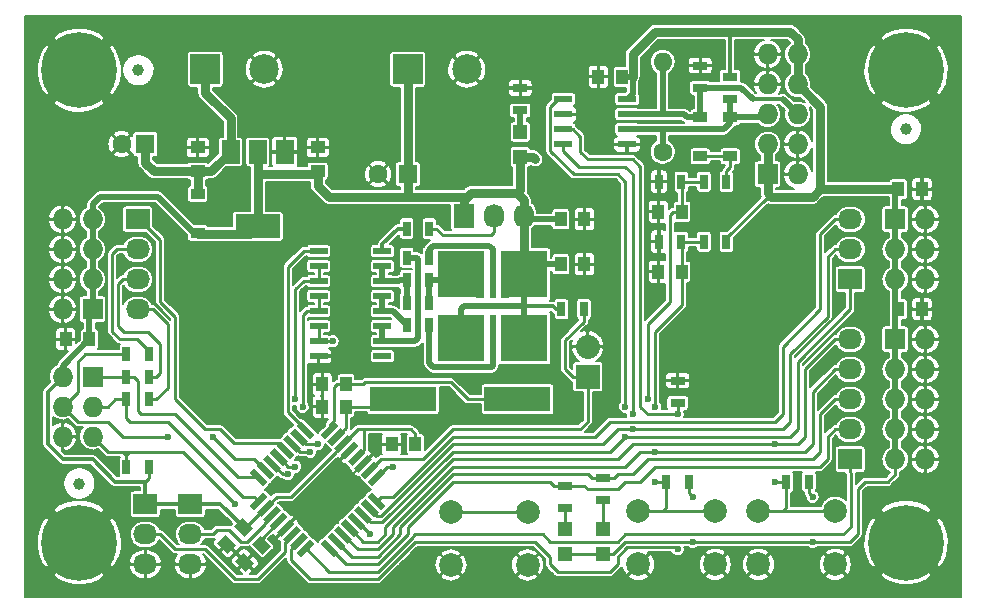
<source format=gtl>
G04 #@! TF.FileFunction,Copper,L1,Top,Signal*
%FSLAX46Y46*%
G04 Gerber Fmt 4.6, Leading zero omitted, Abs format (unit mm)*
G04 Created by KiCad (PCBNEW 4.0.7) date Monday, 16 October 2017 'PMt' 16:50:29*
%MOMM*%
%LPD*%
G01*
G04 APERTURE LIST*
%ADD10C,0.100000*%
%ADD11C,0.600000*%
%ADD12C,1.000000*%
%ADD13C,6.400000*%
%ADD14R,1.727200X1.727200*%
%ADD15O,1.727200X1.727200*%
%ADD16R,4.000000X4.000000*%
%ADD17R,0.600000X4.000000*%
%ADD18R,0.800000X1.600000*%
%ADD19R,0.600000X1.600000*%
%ADD20R,1.727200X2.032000*%
%ADD21O,1.727200X2.032000*%
%ADD22R,2.032000X2.032000*%
%ADD23O,2.032000X2.032000*%
%ADD24R,2.032000X1.727200*%
%ADD25O,2.032000X1.727200*%
%ADD26R,2.500000X2.500000*%
%ADD27C,2.500000*%
%ADD28C,2.000000*%
%ADD29R,1.550000X0.600000*%
%ADD30R,1.500000X0.600000*%
%ADD31R,5.600700X2.100580*%
%ADD32R,1.000000X1.250000*%
%ADD33R,1.250000X1.000000*%
%ADD34R,1.198880X1.198880*%
%ADD35R,1.300000X0.700000*%
%ADD36R,0.700000X1.300000*%
%ADD37R,3.800000X2.000000*%
%ADD38R,1.500000X2.000000*%
%ADD39C,1.600000*%
%ADD40O,1.600000X1.600000*%
%ADD41R,1.600000X1.600000*%
%ADD42R,1.200000X0.900000*%
%ADD43C,0.300000*%
%ADD44C,0.750000*%
%ADD45C,0.500000*%
%ADD46C,0.250000*%
%ADD47C,0.200000*%
G04 APERTURE END LIST*
D10*
D11*
X138430000Y-104140000D03*
X137795000Y-102235000D03*
X137795000Y-103505000D03*
X118040000Y-88180000D03*
X112325000Y-102150000D03*
X112325000Y-103420000D03*
X166300000Y-104690000D03*
X165030000Y-104690000D03*
X187890000Y-100880000D03*
X187890000Y-99610000D03*
X187890000Y-90720000D03*
X187890000Y-89450000D03*
X163760000Y-88180000D03*
X163760000Y-90720000D03*
X163760000Y-93260000D03*
X163760000Y-95800000D03*
X163760000Y-98340000D03*
X168205000Y-78020000D03*
X166935000Y-78020000D03*
X158045000Y-79290000D03*
X158045000Y-81830000D03*
X152965000Y-79925000D03*
X151695000Y-79925000D03*
X157410000Y-83100000D03*
X157410000Y-84370000D03*
X158045000Y-90720000D03*
X158045000Y-98340000D03*
X158045000Y-94530000D03*
X159315000Y-96435000D03*
X159315000Y-92625000D03*
X141440000Y-111675000D03*
X129016893Y-121653107D03*
X127492893Y-120129107D03*
X140265000Y-86910000D03*
X125660000Y-85005000D03*
X124390000Y-85005000D03*
X135185000Y-85005000D03*
X133280000Y-85005000D03*
X131375000Y-85005000D03*
X138360000Y-88815000D03*
X116840000Y-86275000D03*
X118040000Y-84370000D03*
X137160000Y-104140000D03*
X135185000Y-112945000D03*
X135185000Y-105325000D03*
X135185000Y-109770000D03*
X133915000Y-114215000D03*
X136455000Y-114215000D03*
X136455000Y-116755000D03*
X133915000Y-116755000D03*
X135185000Y-118025000D03*
X137725000Y-115485000D03*
X132645000Y-115485000D03*
D12*
X115000000Y-115000000D03*
X185000000Y-85000000D03*
D13*
X115000000Y-80000000D03*
D11*
X117400000Y-80000000D03*
X116697056Y-81697056D03*
X115000000Y-82400000D03*
X113302944Y-81697056D03*
X112600000Y-80000000D03*
X113302944Y-78302944D03*
X115000000Y-77600000D03*
X116697056Y-78302944D03*
D13*
X115000000Y-120000000D03*
D11*
X117400000Y-120000000D03*
X116697056Y-121697056D03*
X115000000Y-122400000D03*
X113302944Y-121697056D03*
X112600000Y-120000000D03*
X113302944Y-118302944D03*
X115000000Y-117600000D03*
X116697056Y-118302944D03*
D13*
X185000000Y-120000000D03*
D11*
X187400000Y-120000000D03*
X186697056Y-121697056D03*
X185000000Y-122400000D03*
X183302944Y-121697056D03*
X182600000Y-120000000D03*
X183302944Y-118302944D03*
X185000000Y-117600000D03*
X186697056Y-118302944D03*
D14*
X116135000Y-105960000D03*
D15*
X113595000Y-105960000D03*
X116135000Y-108500000D03*
X113595000Y-108500000D03*
X116135000Y-111040000D03*
X113595000Y-111040000D03*
D16*
X152650000Y-102700000D03*
X147350000Y-102700000D03*
X152650000Y-97300000D03*
X147350000Y-97300000D03*
D17*
X150000000Y-97300000D03*
X150000000Y-102700000D03*
D18*
X148950000Y-101500000D03*
X151050000Y-98500000D03*
X151050000Y-101500000D03*
X148950000Y-98500000D03*
D19*
X150000000Y-98500000D03*
X150000000Y-101500000D03*
D14*
X173285000Y-88815000D03*
D15*
X175825000Y-88815000D03*
X173285000Y-86275000D03*
X175825000Y-86275000D03*
X173285000Y-83735000D03*
X175825000Y-83735000D03*
X173285000Y-81195000D03*
X175825000Y-81195000D03*
X173285000Y-78655000D03*
X175825000Y-78655000D03*
D20*
X147555000Y-92310000D03*
D21*
X150095000Y-92310000D03*
X152635000Y-92310000D03*
D22*
X158045000Y-105960000D03*
D23*
X158045000Y-103420000D03*
D14*
X184080000Y-92625000D03*
D15*
X186620000Y-92625000D03*
X184080000Y-95165000D03*
X186620000Y-95165000D03*
X184080000Y-97705000D03*
X186620000Y-97705000D03*
D14*
X116135000Y-100245000D03*
D15*
X113595000Y-100245000D03*
X116135000Y-97705000D03*
X113595000Y-97705000D03*
X116135000Y-95165000D03*
X113595000Y-95165000D03*
X116135000Y-92625000D03*
X113595000Y-92625000D03*
D24*
X180270000Y-97705000D03*
D25*
X180270000Y-95165000D03*
X180270000Y-92625000D03*
D24*
X124390000Y-116755000D03*
D25*
X124390000Y-119295000D03*
X124390000Y-121835000D03*
D24*
X120580000Y-116755000D03*
D25*
X120580000Y-119295000D03*
X120580000Y-121835000D03*
D26*
X125660000Y-79925000D03*
D27*
X130660000Y-79925000D03*
D26*
X142805000Y-79925000D03*
D27*
X147805000Y-79925000D03*
D28*
X146465000Y-121890000D03*
X146465000Y-117390000D03*
X152965000Y-121890000D03*
X152965000Y-117390000D03*
X162340000Y-121835000D03*
X162340000Y-117335000D03*
X168840000Y-121835000D03*
X168840000Y-117335000D03*
X172500000Y-121835000D03*
X172500000Y-117335000D03*
X179000000Y-121835000D03*
X179000000Y-117335000D03*
D29*
X155980000Y-82465000D03*
X155980000Y-83735000D03*
X155980000Y-85005000D03*
X155980000Y-86275000D03*
X161380000Y-86275000D03*
X161380000Y-85005000D03*
X161380000Y-83735000D03*
X161380000Y-82465000D03*
D30*
X135265000Y-95320000D03*
X135265000Y-96590000D03*
X135265000Y-97860000D03*
X135265000Y-99130000D03*
X135265000Y-100400000D03*
X135265000Y-101670000D03*
X135265000Y-102940000D03*
X135265000Y-104210000D03*
X140665000Y-104210000D03*
X140665000Y-102940000D03*
X140665000Y-101670000D03*
X140665000Y-100400000D03*
X140665000Y-99130000D03*
X140665000Y-97860000D03*
X140665000Y-96590000D03*
X140665000Y-95320000D03*
D31*
X142401140Y-107865000D03*
X152098860Y-107865000D03*
D10*
G36*
X140541334Y-113699555D02*
X140930243Y-114088464D01*
X139798872Y-115219835D01*
X139409963Y-114830926D01*
X140541334Y-113699555D01*
X140541334Y-113699555D01*
G37*
G36*
X139975648Y-113133870D02*
X140364557Y-113522779D01*
X139233186Y-114654150D01*
X138844277Y-114265241D01*
X139975648Y-113133870D01*
X139975648Y-113133870D01*
G37*
G36*
X139409963Y-112568184D02*
X139798872Y-112957093D01*
X138667501Y-114088464D01*
X138278592Y-113699555D01*
X139409963Y-112568184D01*
X139409963Y-112568184D01*
G37*
G36*
X138844278Y-112002499D02*
X139233187Y-112391408D01*
X138101816Y-113522779D01*
X137712907Y-113133870D01*
X138844278Y-112002499D01*
X138844278Y-112002499D01*
G37*
G36*
X138278592Y-111436813D02*
X138667501Y-111825722D01*
X137536130Y-112957093D01*
X137147221Y-112568184D01*
X138278592Y-111436813D01*
X138278592Y-111436813D01*
G37*
G36*
X137712907Y-110871128D02*
X138101816Y-111260037D01*
X136970445Y-112391408D01*
X136581536Y-112002499D01*
X137712907Y-110871128D01*
X137712907Y-110871128D01*
G37*
G36*
X137147221Y-110305443D02*
X137536130Y-110694352D01*
X136404759Y-111825723D01*
X136015850Y-111436814D01*
X137147221Y-110305443D01*
X137147221Y-110305443D01*
G37*
G36*
X136581536Y-109739757D02*
X136970445Y-110128666D01*
X135839074Y-111260037D01*
X135450165Y-110871128D01*
X136581536Y-109739757D01*
X136581536Y-109739757D01*
G37*
G36*
X133399555Y-110128666D02*
X133788464Y-109739757D01*
X134919835Y-110871128D01*
X134530926Y-111260037D01*
X133399555Y-110128666D01*
X133399555Y-110128666D01*
G37*
G36*
X132833870Y-110694352D02*
X133222779Y-110305443D01*
X134354150Y-111436814D01*
X133965241Y-111825723D01*
X132833870Y-110694352D01*
X132833870Y-110694352D01*
G37*
G36*
X132268184Y-111260037D02*
X132657093Y-110871128D01*
X133788464Y-112002499D01*
X133399555Y-112391408D01*
X132268184Y-111260037D01*
X132268184Y-111260037D01*
G37*
G36*
X131702499Y-111825722D02*
X132091408Y-111436813D01*
X133222779Y-112568184D01*
X132833870Y-112957093D01*
X131702499Y-111825722D01*
X131702499Y-111825722D01*
G37*
G36*
X131136813Y-112391408D02*
X131525722Y-112002499D01*
X132657093Y-113133870D01*
X132268184Y-113522779D01*
X131136813Y-112391408D01*
X131136813Y-112391408D01*
G37*
G36*
X130571128Y-112957093D02*
X130960037Y-112568184D01*
X132091408Y-113699555D01*
X131702499Y-114088464D01*
X130571128Y-112957093D01*
X130571128Y-112957093D01*
G37*
G36*
X130005443Y-113522779D02*
X130394352Y-113133870D01*
X131525723Y-114265241D01*
X131136814Y-114654150D01*
X130005443Y-113522779D01*
X130005443Y-113522779D01*
G37*
G36*
X129439757Y-114088464D02*
X129828666Y-113699555D01*
X130960037Y-114830926D01*
X130571128Y-115219835D01*
X129439757Y-114088464D01*
X129439757Y-114088464D01*
G37*
G36*
X130571128Y-115750165D02*
X130960037Y-116139074D01*
X129828666Y-117270445D01*
X129439757Y-116881536D01*
X130571128Y-115750165D01*
X130571128Y-115750165D01*
G37*
G36*
X131136814Y-116315850D02*
X131525723Y-116704759D01*
X130394352Y-117836130D01*
X130005443Y-117447221D01*
X131136814Y-116315850D01*
X131136814Y-116315850D01*
G37*
G36*
X131702499Y-116881536D02*
X132091408Y-117270445D01*
X130960037Y-118401816D01*
X130571128Y-118012907D01*
X131702499Y-116881536D01*
X131702499Y-116881536D01*
G37*
G36*
X132268184Y-117447221D02*
X132657093Y-117836130D01*
X131525722Y-118967501D01*
X131136813Y-118578592D01*
X132268184Y-117447221D01*
X132268184Y-117447221D01*
G37*
G36*
X132833870Y-118012907D02*
X133222779Y-118401816D01*
X132091408Y-119533187D01*
X131702499Y-119144278D01*
X132833870Y-118012907D01*
X132833870Y-118012907D01*
G37*
G36*
X133399555Y-118578592D02*
X133788464Y-118967501D01*
X132657093Y-120098872D01*
X132268184Y-119709963D01*
X133399555Y-118578592D01*
X133399555Y-118578592D01*
G37*
G36*
X133965241Y-119144277D02*
X134354150Y-119533186D01*
X133222779Y-120664557D01*
X132833870Y-120275648D01*
X133965241Y-119144277D01*
X133965241Y-119144277D01*
G37*
G36*
X134530926Y-119709963D02*
X134919835Y-120098872D01*
X133788464Y-121230243D01*
X133399555Y-120841334D01*
X134530926Y-119709963D01*
X134530926Y-119709963D01*
G37*
G36*
X135450165Y-120098872D02*
X135839074Y-119709963D01*
X136970445Y-120841334D01*
X136581536Y-121230243D01*
X135450165Y-120098872D01*
X135450165Y-120098872D01*
G37*
G36*
X136015850Y-119533186D02*
X136404759Y-119144277D01*
X137536130Y-120275648D01*
X137147221Y-120664557D01*
X136015850Y-119533186D01*
X136015850Y-119533186D01*
G37*
G36*
X136581536Y-118967501D02*
X136970445Y-118578592D01*
X138101816Y-119709963D01*
X137712907Y-120098872D01*
X136581536Y-118967501D01*
X136581536Y-118967501D01*
G37*
G36*
X137147221Y-118401816D02*
X137536130Y-118012907D01*
X138667501Y-119144278D01*
X138278592Y-119533187D01*
X137147221Y-118401816D01*
X137147221Y-118401816D01*
G37*
G36*
X137712907Y-117836130D02*
X138101816Y-117447221D01*
X139233187Y-118578592D01*
X138844278Y-118967501D01*
X137712907Y-117836130D01*
X137712907Y-117836130D01*
G37*
G36*
X138278592Y-117270445D02*
X138667501Y-116881536D01*
X139798872Y-118012907D01*
X139409963Y-118401816D01*
X138278592Y-117270445D01*
X138278592Y-117270445D01*
G37*
G36*
X138844277Y-116704759D02*
X139233186Y-116315850D01*
X140364557Y-117447221D01*
X139975648Y-117836130D01*
X138844277Y-116704759D01*
X138844277Y-116704759D01*
G37*
G36*
X139409963Y-116139074D02*
X139798872Y-115750165D01*
X140930243Y-116881536D01*
X140541334Y-117270445D01*
X139409963Y-116139074D01*
X139409963Y-116139074D01*
G37*
D24*
X119945000Y-92625000D03*
D25*
X119945000Y-95165000D03*
X119945000Y-97705000D03*
X119945000Y-100245000D03*
D14*
X184080000Y-102785000D03*
D15*
X186620000Y-102785000D03*
X184080000Y-105325000D03*
X186620000Y-105325000D03*
X184080000Y-107865000D03*
X186620000Y-107865000D03*
X184080000Y-110405000D03*
X186620000Y-110405000D03*
X184080000Y-112945000D03*
X186620000Y-112945000D03*
D24*
X180270000Y-112945000D03*
D25*
X180270000Y-110405000D03*
X180270000Y-107865000D03*
X180270000Y-105325000D03*
X180270000Y-102785000D03*
D32*
X160950000Y-80560000D03*
X158950000Y-80560000D03*
X166030000Y-91990000D03*
X164030000Y-91990000D03*
X166030000Y-97070000D03*
X164030000Y-97070000D03*
X155775000Y-96435000D03*
X157775000Y-96435000D03*
X155775000Y-92625000D03*
X157775000Y-92625000D03*
D10*
G36*
X129105281Y-122448602D02*
X128221398Y-121564719D01*
X128928505Y-120857612D01*
X129812388Y-121741495D01*
X129105281Y-122448602D01*
X129105281Y-122448602D01*
G37*
G36*
X130519495Y-121034388D02*
X129635612Y-120150505D01*
X130342719Y-119443398D01*
X131226602Y-120327281D01*
X130519495Y-121034388D01*
X130519495Y-121034388D01*
G37*
D32*
X184350000Y-100245000D03*
X186350000Y-100245000D03*
X143440000Y-111675000D03*
X141440000Y-111675000D03*
D10*
G36*
X128818719Y-117919398D02*
X129702602Y-118803281D01*
X128995495Y-119510388D01*
X128111612Y-118626505D01*
X128818719Y-117919398D01*
X128818719Y-117919398D01*
G37*
G36*
X127404505Y-119333612D02*
X128288388Y-120217495D01*
X127581281Y-120924602D01*
X126697398Y-120040719D01*
X127404505Y-119333612D01*
X127404505Y-119333612D01*
G37*
D32*
X184350000Y-90085000D03*
X186350000Y-90085000D03*
X115865000Y-102785000D03*
X113865000Y-102785000D03*
X137582000Y-108500000D03*
X135582000Y-108500000D03*
X137582000Y-106595000D03*
X135582000Y-106595000D03*
D33*
X125025000Y-88545000D03*
X125025000Y-86545000D03*
X135185000Y-88545000D03*
X135185000Y-86545000D03*
D34*
X156140000Y-120979020D03*
X156140000Y-118880980D03*
X159315000Y-120979020D03*
X159315000Y-118880980D03*
D35*
X165665000Y-106280000D03*
X165665000Y-108180000D03*
D36*
X167890000Y-89450000D03*
X169790000Y-89450000D03*
X165980000Y-89450000D03*
X164080000Y-89450000D03*
X169790000Y-94530000D03*
X167890000Y-94530000D03*
X165980000Y-94530000D03*
X164080000Y-94530000D03*
X120895000Y-113580000D03*
X118995000Y-113580000D03*
X166615000Y-114850000D03*
X164715000Y-114850000D03*
X176775000Y-114850000D03*
X174875000Y-114850000D03*
X144630000Y-93415000D03*
X142730000Y-93415000D03*
X144630000Y-97790000D03*
X142730000Y-97790000D03*
X144630000Y-101600000D03*
X142730000Y-101600000D03*
X144630000Y-95885000D03*
X142730000Y-95885000D03*
D35*
X156140000Y-117070000D03*
X156140000Y-115170000D03*
X159315000Y-116435000D03*
X159315000Y-114535000D03*
D36*
X155825000Y-100245000D03*
X157725000Y-100245000D03*
X120895000Y-104055000D03*
X118995000Y-104055000D03*
X120895000Y-107865000D03*
X118995000Y-107865000D03*
X120895000Y-105960000D03*
X118995000Y-105960000D03*
D37*
X130105000Y-93235000D03*
D38*
X130105000Y-86935000D03*
X127805000Y-86935000D03*
X132405000Y-86935000D03*
D39*
X164395000Y-86910000D03*
D40*
X164395000Y-79290000D03*
D35*
X170110000Y-80565000D03*
X170110000Y-82465000D03*
X167570000Y-81510000D03*
X167570000Y-79610000D03*
D34*
X152330000Y-87324020D03*
X152330000Y-85225980D03*
D35*
X152330000Y-83415000D03*
X152330000Y-81515000D03*
D13*
X185000000Y-80000000D03*
D11*
X187400000Y-80000000D03*
X186697056Y-81697056D03*
X185000000Y-82400000D03*
X183302944Y-81697056D03*
X182600000Y-80000000D03*
X183302944Y-78302944D03*
X185000000Y-77600000D03*
X186697056Y-78302944D03*
D12*
X120000000Y-80000000D03*
D11*
X135185000Y-115485000D03*
D41*
X142805000Y-88815000D03*
D39*
X140305000Y-88815000D03*
D36*
X144630000Y-99695000D03*
X142730000Y-99695000D03*
D41*
X120580000Y-86275000D03*
D39*
X118580000Y-86275000D03*
D42*
X170110000Y-87290000D03*
X170110000Y-83990000D03*
X167570000Y-87290000D03*
X167570000Y-83990000D03*
X125025000Y-90495000D03*
X125025000Y-93795000D03*
D11*
X161855000Y-80560000D03*
X153600000Y-87545000D03*
X166935000Y-119930000D03*
X166935000Y-116120000D03*
X177095000Y-119930000D03*
X177095000Y-116120000D03*
X163125000Y-107865000D03*
X135185000Y-111675000D03*
X163760000Y-108500000D03*
X134550000Y-112310000D03*
X122485000Y-111040000D03*
X126295000Y-111040000D03*
X128200000Y-116755000D03*
X139630000Y-119295000D03*
X161220000Y-108500000D03*
X161220000Y-111040000D03*
X161855000Y-109135000D03*
X161855000Y-110405000D03*
X163760000Y-112310000D03*
X163760000Y-114850000D03*
X173920000Y-111675000D03*
X173920000Y-114850000D03*
X165665000Y-109135000D03*
X165665000Y-120565000D03*
X133280000Y-107865000D03*
X132645000Y-114215000D03*
X133915000Y-108500000D03*
X133280000Y-113580000D03*
X136455000Y-102946200D03*
X141535000Y-113580000D03*
D43*
X155825000Y-100245000D02*
X155363000Y-100245000D01*
X155363000Y-100245000D02*
X155118000Y-100000000D01*
X155118000Y-100000000D02*
X152450000Y-100000000D01*
X120580000Y-116755000D02*
X120580000Y-114850000D01*
X120580000Y-114850000D02*
X118040000Y-114850000D01*
D44*
X142805000Y-88815000D02*
X142805000Y-79925000D01*
X142805000Y-90720000D02*
X142805000Y-88815000D01*
X163760000Y-76750000D02*
X170110000Y-76750000D01*
X170110000Y-76750000D02*
X172015000Y-76750000D01*
D43*
X170110000Y-80565000D02*
X170110000Y-76750000D01*
D45*
X116135000Y-92625000D02*
X116135000Y-91355000D01*
X116135000Y-91355000D02*
X116770000Y-90720000D01*
X121650000Y-90720000D02*
X124825000Y-93895000D01*
X116770000Y-90720000D02*
X121650000Y-90720000D01*
X124825000Y-93895000D02*
X125025000Y-93895000D01*
X116135000Y-95165000D02*
X116135000Y-92625000D01*
X116135000Y-97705000D02*
X116135000Y-95165000D01*
X116135000Y-100245000D02*
X116135000Y-97705000D01*
X115865000Y-102785000D02*
X115865000Y-100515000D01*
X115865000Y-100515000D02*
X116135000Y-100245000D01*
X113595000Y-105960000D02*
X113595000Y-105055000D01*
X113595000Y-105055000D02*
X115865000Y-102785000D01*
D43*
X112325000Y-111675000D02*
X112325000Y-107230000D01*
X112325000Y-107230000D02*
X113595000Y-105960000D01*
X113595000Y-112945000D02*
X112325000Y-111675000D01*
X118040000Y-114850000D02*
X116135000Y-112945000D01*
X116135000Y-112945000D02*
X113595000Y-112945000D01*
X124390000Y-116755000D02*
X120580000Y-116755000D01*
X128907107Y-118714893D02*
X126947214Y-116755000D01*
X126947214Y-116755000D02*
X124390000Y-116755000D01*
D46*
X152450000Y-100000000D02*
X152695000Y-100245000D01*
D45*
X152650000Y-100200000D02*
X152450000Y-100000000D01*
X147550000Y-100000000D02*
X152450000Y-100000000D01*
X152450000Y-100000000D02*
X152650000Y-99800000D01*
X155775000Y-92625000D02*
X152950000Y-92625000D01*
X152950000Y-92625000D02*
X152635000Y-92310000D01*
X155775000Y-96435000D02*
X153515000Y-96435000D01*
X153515000Y-96435000D02*
X152650000Y-97300000D01*
D46*
X131721573Y-116120000D02*
X132935002Y-116120000D01*
X132935002Y-116120000D02*
X136705281Y-112349721D01*
X136705281Y-112349721D02*
X136705281Y-112267663D01*
X136705281Y-112267663D02*
X137341676Y-111631268D01*
X130765583Y-117075990D02*
X131721573Y-116120000D01*
X169790000Y-94530000D02*
X169790000Y-94230000D01*
X169790000Y-94230000D02*
X173285000Y-90735000D01*
X173285000Y-90735000D02*
X173285000Y-90428600D01*
D44*
X173285000Y-90428600D02*
X173576400Y-90720000D01*
X177730000Y-90085000D02*
X177095000Y-90720000D01*
X173576400Y-90720000D02*
X177095000Y-90720000D01*
X178365000Y-90085000D02*
X177730000Y-90085000D01*
X177730000Y-83100000D02*
X175825000Y-81195000D01*
X177730000Y-83100000D02*
X177730000Y-90085000D01*
X178365000Y-90085000D02*
X184350000Y-90085000D01*
X173285000Y-88815000D02*
X173285000Y-90428600D01*
X173285000Y-88815000D02*
X173285000Y-86275000D01*
X175825000Y-81195000D02*
X175825000Y-78655000D01*
X175825000Y-77385000D02*
X175825000Y-78655000D01*
X175190000Y-76750000D02*
X175825000Y-77385000D01*
X172015000Y-76750000D02*
X175190000Y-76750000D01*
X162490000Y-78020000D02*
X163760000Y-76750000D01*
X161855000Y-80560000D02*
X161855000Y-78655000D01*
X161855000Y-78655000D02*
X162490000Y-78020000D01*
X152330000Y-87324020D02*
X153379020Y-87324020D01*
X153379020Y-87324020D02*
X153600000Y-87545000D01*
X152046000Y-90405000D02*
X152330000Y-90121000D01*
X152330000Y-90121000D02*
X152330000Y-87324020D01*
D45*
X161855000Y-80560000D02*
X161855000Y-81990000D01*
X161855000Y-81990000D02*
X161380000Y-82465000D01*
X161855000Y-80560000D02*
X160950000Y-80560000D01*
D44*
X147555000Y-92310000D02*
X147555000Y-90994000D01*
X147555000Y-90994000D02*
X147829000Y-90720000D01*
X136110000Y-90720000D02*
X142805000Y-90720000D01*
X142805000Y-90720000D02*
X147829000Y-90720000D01*
X152635000Y-92310000D02*
X152635000Y-97285000D01*
X152635000Y-97285000D02*
X152650000Y-97300000D01*
X152635000Y-90994000D02*
X152635000Y-92310000D01*
X152635000Y-90994000D02*
X152046000Y-90405000D01*
X148144000Y-90405000D02*
X152046000Y-90405000D01*
X135185000Y-88545000D02*
X135185000Y-89795000D01*
X135185000Y-89795000D02*
X136110000Y-90720000D01*
X147829000Y-90720000D02*
X148144000Y-90405000D01*
X130105000Y-88815000D02*
X134915000Y-88815000D01*
X134915000Y-88815000D02*
X135185000Y-88545000D01*
X130105000Y-88815000D02*
X130105000Y-93235000D01*
X130105000Y-86935000D02*
X130105000Y-88815000D01*
X125025000Y-93895000D02*
X129445000Y-93895000D01*
X129445000Y-93895000D02*
X130105000Y-93235000D01*
D46*
X120895000Y-114535000D02*
X120580000Y-114850000D01*
X120895000Y-113580000D02*
X120895000Y-114535000D01*
X143045000Y-110405000D02*
X138995000Y-110405000D01*
X138995000Y-110405000D02*
X138567944Y-110405000D01*
X138473047Y-112762639D02*
X139109442Y-112126244D01*
X139109442Y-112126244D02*
X139109442Y-110519442D01*
X139109442Y-110519442D02*
X138995000Y-110405000D01*
X138567944Y-110405000D02*
X137341676Y-111631268D01*
X143440000Y-111675000D02*
X143440000Y-110800000D01*
X143440000Y-110800000D02*
X143045000Y-110405000D01*
X161221410Y-119930000D02*
X166935000Y-119930000D01*
X166935000Y-119930000D02*
X177095000Y-119930000D01*
X166615000Y-114850000D02*
X166615000Y-115800000D01*
X166615000Y-115800000D02*
X166935000Y-116120000D01*
X177095000Y-119930000D02*
X180270000Y-119930000D01*
X176775000Y-114850000D02*
X176775000Y-115800000D01*
X176775000Y-115800000D02*
X177095000Y-116120000D01*
D45*
X184080000Y-92625000D02*
X184080000Y-90355000D01*
X184080000Y-90355000D02*
X184350000Y-90085000D01*
X184080000Y-92625000D02*
X184080000Y-95165000D01*
X184080000Y-97705000D02*
X184080000Y-95165000D01*
X184080000Y-97705000D02*
X184080000Y-99975000D01*
X184080000Y-99975000D02*
X184350000Y-100245000D01*
X184080000Y-102785000D02*
X184080000Y-100515000D01*
X184080000Y-100515000D02*
X184350000Y-100245000D01*
X184080000Y-105325000D02*
X184080000Y-102785000D01*
X184080000Y-107865000D02*
X184080000Y-105325000D01*
X184080000Y-110405000D02*
X184080000Y-107865000D01*
X184080000Y-112945000D02*
X184080000Y-110405000D01*
D46*
X159315000Y-120979020D02*
X160172390Y-120979020D01*
X160172390Y-120979020D02*
X161221410Y-119930000D01*
X180270000Y-119930000D02*
X180905000Y-119295000D01*
X180905000Y-119295000D02*
X180905000Y-115485000D01*
X180905000Y-115485000D02*
X181540000Y-114850000D01*
X181540000Y-114850000D02*
X183445000Y-114850000D01*
X183445000Y-114850000D02*
X184080000Y-114215000D01*
X184080000Y-114215000D02*
X184080000Y-112945000D01*
X156140000Y-120979020D02*
X159315000Y-120979020D01*
X130765583Y-117075990D02*
X129126680Y-118714893D01*
X129126680Y-118714893D02*
X128907107Y-118714893D01*
D43*
X147555000Y-90994000D02*
X148144000Y-90405000D01*
X152540000Y-97190000D02*
X152650000Y-97300000D01*
X152540000Y-91847600D02*
X152540000Y-92000000D01*
X147460000Y-92000000D02*
X147460000Y-91847600D01*
D45*
X152650000Y-97300000D02*
X152650000Y-99800000D01*
X152650000Y-102700000D02*
X152650000Y-100200000D01*
X147350000Y-102700000D02*
X147350000Y-100200000D01*
X147350000Y-100200000D02*
X147550000Y-100000000D01*
D46*
X163125000Y-107865000D02*
X163125000Y-101515000D01*
X163125000Y-101515000D02*
X165030000Y-99610000D01*
X165980000Y-89450000D02*
X167890000Y-89450000D01*
X166030000Y-91990000D02*
X166030000Y-89500000D01*
X166030000Y-89500000D02*
X165980000Y-89450000D01*
X165030000Y-99610000D02*
X165030000Y-92240000D01*
X165280000Y-91990000D02*
X166030000Y-91990000D01*
X165030000Y-92240000D02*
X165280000Y-91990000D01*
X133594010Y-111065583D02*
X134203427Y-111675000D01*
X134203427Y-111675000D02*
X135185000Y-111675000D01*
X163760000Y-108500000D02*
X163760000Y-102150000D01*
X163760000Y-102150000D02*
X166030000Y-99880000D01*
X166030000Y-99880000D02*
X166030000Y-97070000D01*
X133028324Y-111631268D02*
X133707056Y-112310000D01*
X133707056Y-112310000D02*
X134550000Y-112310000D01*
X167890000Y-94530000D02*
X165980000Y-94530000D01*
X166030000Y-97070000D02*
X166030000Y-94580000D01*
X166030000Y-94580000D02*
X165980000Y-94530000D01*
X131896953Y-118207361D02*
X130431107Y-119673207D01*
X130431107Y-119673207D02*
X130431107Y-120238893D01*
X137582000Y-108500000D02*
X137582000Y-110259573D01*
X137582000Y-110259573D02*
X136775990Y-111065583D01*
X137582000Y-108500000D02*
X141766140Y-108500000D01*
X141766140Y-108500000D02*
X142401140Y-107865000D01*
X137582000Y-106595000D02*
X139023000Y-106595000D01*
X139023000Y-106595000D02*
X139192000Y-106426000D01*
X139192000Y-106426000D02*
X146446000Y-106426000D01*
X146446000Y-106426000D02*
X147885000Y-107865000D01*
X147885000Y-107865000D02*
X152098860Y-107865000D01*
X137582000Y-106595000D02*
X136832000Y-106595000D01*
X136832000Y-106595000D02*
X136582000Y-106845000D01*
X136582000Y-106845000D02*
X136582000Y-109639293D01*
X136582000Y-109639293D02*
X136210305Y-110010988D01*
X136210305Y-110010988D02*
X136210305Y-110499897D01*
D44*
X125025000Y-88545000D02*
X121300000Y-88545000D01*
X121300000Y-88545000D02*
X120580000Y-87825000D01*
X120580000Y-87825000D02*
X120580000Y-86275000D01*
X125025000Y-88545000D02*
X126195000Y-88545000D01*
X126195000Y-88545000D02*
X127805000Y-86935000D01*
X125025000Y-90395000D02*
X125025000Y-88545000D01*
X125660000Y-79925000D02*
X125660000Y-81925000D01*
X125660000Y-81925000D02*
X127805000Y-84070000D01*
X127805000Y-84070000D02*
X127805000Y-86935000D01*
D46*
X130199897Y-114459695D02*
X128444695Y-114459695D01*
X120199000Y-109135000D02*
X119945000Y-108881000D01*
X128444695Y-114459695D02*
X123120000Y-109135000D01*
X123120000Y-109135000D02*
X120199000Y-109135000D01*
X119945000Y-108881000D02*
X119945000Y-106310000D01*
X119945000Y-106310000D02*
X119595000Y-105960000D01*
X119595000Y-105960000D02*
X118995000Y-105960000D01*
X116135000Y-105960000D02*
X118995000Y-105960000D01*
X130199897Y-116510305D02*
X129809592Y-116120000D01*
X129809592Y-116120000D02*
X128835000Y-116120000D01*
X128835000Y-116120000D02*
X122485000Y-109770000D01*
X122485000Y-109770000D02*
X119310000Y-109770000D01*
X119310000Y-109770000D02*
X118995000Y-109455000D01*
X118995000Y-109455000D02*
X118995000Y-107865000D01*
X117405000Y-108500000D02*
X118040000Y-107865000D01*
X118040000Y-107865000D02*
X118995000Y-107865000D01*
X116135000Y-108500000D02*
X117405000Y-108500000D01*
X119310000Y-111040000D02*
X119945000Y-111040000D01*
X119310000Y-111040000D02*
X122485000Y-111040000D01*
X118995000Y-111040000D02*
X119310000Y-111040000D01*
X113595000Y-108500000D02*
X114865000Y-109770000D01*
X114865000Y-109770000D02*
X117405000Y-109770000D01*
X117405000Y-109770000D02*
X118675000Y-111040000D01*
X118675000Y-111040000D02*
X118995000Y-111040000D01*
X118995000Y-104055000D02*
X115500000Y-104055000D01*
X115500000Y-104055000D02*
X114865000Y-104690000D01*
X114865000Y-104690000D02*
X114865000Y-107230000D01*
X114865000Y-107230000D02*
X113595000Y-108500000D01*
X128200000Y-112945000D02*
X126295000Y-111040000D01*
X129816573Y-112945000D02*
X128200000Y-112945000D01*
X130765583Y-113894010D02*
X129816573Y-112945000D01*
X118990000Y-112625000D02*
X118675000Y-112310000D01*
X118995000Y-112625000D02*
X119310000Y-112310000D01*
X117405000Y-112310000D02*
X118675000Y-112310000D01*
X118675000Y-112310000D02*
X119310000Y-112310000D01*
X118995000Y-112625000D02*
X118990000Y-112625000D01*
X116135000Y-111040000D02*
X117405000Y-112310000D01*
X118995000Y-112625000D02*
X118995000Y-113580000D01*
X123755000Y-112310000D02*
X119310000Y-112310000D01*
X128200000Y-116755000D02*
X123755000Y-112310000D01*
X146465000Y-117390000D02*
X152965000Y-117390000D01*
X138473047Y-118207361D02*
X138542361Y-118207361D01*
X138542361Y-118207361D02*
X139630000Y-119295000D01*
X169790000Y-89450000D02*
X169790000Y-88550000D01*
X169790000Y-88550000D02*
X170110000Y-88230000D01*
X170110000Y-88230000D02*
X170110000Y-87290000D01*
X167570000Y-87290000D02*
X170110000Y-87290000D01*
D45*
X170110000Y-84455000D02*
X170110000Y-83990000D01*
X164395000Y-85005000D02*
X169545000Y-85005000D01*
X170110000Y-84455000D02*
X170095000Y-84455000D01*
X170095000Y-84455000D02*
X169545000Y-85005000D01*
X170110000Y-83990000D02*
X173030000Y-83990000D01*
X173030000Y-83990000D02*
X173285000Y-83735000D01*
X170110000Y-83990000D02*
X170110000Y-82465000D01*
X164395000Y-85005000D02*
X161380000Y-85005000D01*
X164395000Y-86910000D02*
X164395000Y-85005000D01*
X173130000Y-83890000D02*
X173285000Y-83735000D01*
X167570000Y-83990000D02*
X167570000Y-81510000D01*
X164395000Y-83735000D02*
X166215000Y-83735000D01*
X166215000Y-83735000D02*
X166470000Y-83990000D01*
X166470000Y-83990000D02*
X167570000Y-83990000D01*
X172015000Y-82465000D02*
X171060000Y-81510000D01*
X171060000Y-81510000D02*
X167570000Y-81510000D01*
D43*
X172015000Y-82465000D02*
X174555000Y-82465000D01*
D45*
X174555000Y-82465000D02*
X175825000Y-83735000D01*
X164395000Y-83735000D02*
X161380000Y-83735000D01*
X164395000Y-83735000D02*
X164395000Y-79290000D01*
X144630000Y-99695000D02*
X144630000Y-97790000D01*
X144630000Y-97790000D02*
X146860000Y-97790000D01*
X146860000Y-97790000D02*
X147350000Y-97300000D01*
X144630000Y-95885000D02*
X144630000Y-95209998D01*
X149710001Y-94849999D02*
X144989999Y-94849999D01*
X144989999Y-94849999D02*
X144630000Y-95209998D01*
X149710001Y-94849999D02*
X150000000Y-95139998D01*
X150000000Y-95139998D02*
X150000000Y-97300000D01*
X144630000Y-104790002D02*
X144630000Y-101600000D01*
X144630000Y-104790002D02*
X144989999Y-105150001D01*
X144989999Y-105150001D02*
X149859999Y-105150001D01*
X149859999Y-105150001D02*
X150000000Y-105010000D01*
X150000000Y-105010000D02*
X150000000Y-102700000D01*
D46*
X156140000Y-115170000D02*
X157730000Y-115170000D01*
X157730000Y-115170000D02*
X158045000Y-115485000D01*
X161220000Y-114850000D02*
X162490000Y-114850000D01*
X158045000Y-115485000D02*
X160585000Y-115485000D01*
X160585000Y-115485000D02*
X161220000Y-114850000D01*
X178365000Y-112945000D02*
X178365000Y-111040000D01*
X179000000Y-110405000D02*
X180270000Y-110405000D01*
X162490000Y-114850000D02*
X163760000Y-113580000D01*
X163760000Y-113580000D02*
X177730000Y-113580000D01*
X177730000Y-113580000D02*
X178365000Y-112945000D01*
X178365000Y-111040000D02*
X179000000Y-110405000D01*
X136210305Y-120470103D02*
X137575202Y-121835000D01*
X137575202Y-121835000D02*
X140269230Y-121835000D01*
X140269230Y-121835000D02*
X142805000Y-119299230D01*
X142805000Y-119299230D02*
X142805000Y-118667050D01*
X142805000Y-118667050D02*
X146622050Y-114850000D01*
X146622050Y-114850000D02*
X154870000Y-114850000D01*
X154870000Y-114850000D02*
X155190000Y-115170000D01*
X155190000Y-115170000D02*
X156140000Y-115170000D01*
X161855000Y-114215000D02*
X163125000Y-112945000D01*
X160265000Y-114535000D02*
X160585000Y-114215000D01*
X160585000Y-114215000D02*
X161855000Y-114215000D01*
X159315000Y-114535000D02*
X160265000Y-114535000D01*
X163125000Y-112945000D02*
X177095000Y-112945000D01*
X177095000Y-112945000D02*
X177730000Y-112310000D01*
X177730000Y-112310000D02*
X177730000Y-109135000D01*
X179000000Y-107865000D02*
X180270000Y-107865000D01*
X177730000Y-109135000D02*
X179000000Y-107865000D01*
X136775990Y-119904417D02*
X138071573Y-121200000D01*
X138071573Y-121200000D02*
X140267820Y-121200000D01*
X140267820Y-121200000D02*
X142172820Y-119295000D01*
X142172820Y-119295000D02*
X142172820Y-118662820D01*
X142172820Y-118662820D02*
X146620640Y-114215000D01*
X146620640Y-114215000D02*
X158095000Y-114215000D01*
X158095000Y-114215000D02*
X158415000Y-114535000D01*
X158415000Y-114535000D02*
X159315000Y-114535000D01*
X144630000Y-93415000D02*
X145230000Y-93415000D01*
X145230000Y-93415000D02*
X145795000Y-93980000D01*
X145795000Y-93980000D02*
X149860000Y-93980000D01*
X149860000Y-93980000D02*
X150095000Y-93745000D01*
X150095000Y-93745000D02*
X150095000Y-92310000D01*
X156140000Y-102870000D02*
X156140000Y-105325000D01*
X156140000Y-102870000D02*
X157725000Y-101285000D01*
X157725000Y-101285000D02*
X157725000Y-100245000D01*
X156140000Y-105325000D02*
X156775000Y-105960000D01*
X156775000Y-105960000D02*
X158045000Y-105960000D01*
X139604417Y-113894010D02*
X140553427Y-112945000D01*
X158045000Y-107865000D02*
X158045000Y-105960000D01*
X140553427Y-112945000D02*
X144072180Y-112945000D01*
X144072180Y-112945000D02*
X146612180Y-110405000D01*
X146612180Y-110405000D02*
X157410000Y-110405000D01*
X157410000Y-110405000D02*
X158045000Y-109770000D01*
X158045000Y-109770000D02*
X158045000Y-107865000D01*
X161220000Y-108500000D02*
X161220000Y-89450000D01*
X155505000Y-82465000D02*
X155980000Y-82465000D01*
X161220000Y-89450000D02*
X160585000Y-88815000D01*
X160585000Y-88815000D02*
X156845000Y-88815000D01*
X154879999Y-83090001D02*
X155505000Y-82465000D01*
X156845000Y-88815000D02*
X154879999Y-86849999D01*
X154879999Y-86849999D02*
X154879999Y-83090001D01*
X139038732Y-117641676D02*
X139675127Y-118278071D01*
X175825000Y-110405000D02*
X175825000Y-104690000D01*
X139675127Y-118278071D02*
X140648339Y-118278071D01*
X175190000Y-111040000D02*
X175825000Y-110405000D01*
X140648339Y-118278071D02*
X146616410Y-112310000D01*
X180270000Y-100245000D02*
X180270000Y-97705000D01*
X146616410Y-112310000D02*
X159950000Y-112310000D01*
X159950000Y-112310000D02*
X161220000Y-111040000D01*
X161220000Y-111040000D02*
X175190000Y-111040000D01*
X175825000Y-104690000D02*
X180270000Y-100245000D01*
X161220000Y-88180000D02*
X157335000Y-88180000D01*
X157335000Y-88180000D02*
X155980000Y-86825000D01*
X155980000Y-86825000D02*
X155980000Y-86275000D01*
X161855000Y-88815000D02*
X161220000Y-88180000D01*
X161855000Y-109135000D02*
X161855000Y-88815000D01*
X161855000Y-110405000D02*
X174555000Y-110405000D01*
X160585000Y-110405000D02*
X161855000Y-110405000D01*
X139604417Y-117075990D02*
X140240812Y-117712385D01*
X140240812Y-117712385D02*
X140577615Y-117712385D01*
X179000000Y-95165000D02*
X180270000Y-95165000D01*
X140577615Y-117712385D02*
X146615000Y-111675000D01*
X146615000Y-111675000D02*
X159315000Y-111675000D01*
X159315000Y-111675000D02*
X160585000Y-110405000D01*
X174555000Y-110405000D02*
X175190000Y-109770000D01*
X175190000Y-109770000D02*
X175190000Y-104055000D01*
X175190000Y-104055000D02*
X178365000Y-100880000D01*
X178365000Y-100880000D02*
X178365000Y-95800000D01*
X178365000Y-95800000D02*
X179000000Y-95165000D01*
X140170103Y-116510305D02*
X140560408Y-116120000D01*
X140560408Y-116120000D02*
X141533590Y-116120000D01*
X141533590Y-116120000D02*
X146613590Y-111040000D01*
X146613590Y-111040000D02*
X158680000Y-111040000D01*
X158680000Y-111040000D02*
X159950000Y-109770000D01*
X159950000Y-109770000D02*
X173920000Y-109770000D01*
X174555000Y-103420000D02*
X177730000Y-100245000D01*
X177730000Y-100245000D02*
X177730000Y-93895000D01*
X173920000Y-109770000D02*
X174555000Y-109135000D01*
X174555000Y-109135000D02*
X174555000Y-103420000D01*
X177730000Y-93895000D02*
X179000000Y-92625000D01*
X179000000Y-92625000D02*
X180270000Y-92625000D01*
X121850000Y-99610000D02*
X121850000Y-94377600D01*
X121850000Y-94377600D02*
X120097400Y-92625000D01*
X120097400Y-92625000D02*
X119945000Y-92625000D01*
X123120000Y-100880000D02*
X121850000Y-99610000D01*
X123120000Y-107865000D02*
X123120000Y-100880000D01*
X125660000Y-110405000D02*
X123120000Y-107865000D01*
X126930000Y-110405000D02*
X125660000Y-110405000D01*
X128085558Y-111560558D02*
X126930000Y-110405000D01*
X132462639Y-112196953D02*
X131826244Y-111560558D01*
X131826244Y-111560558D02*
X128085558Y-111560558D01*
X120895000Y-104055000D02*
X120895000Y-103755000D01*
X120895000Y-103755000D02*
X119925000Y-102785000D01*
X119925000Y-102785000D02*
X118421000Y-102785000D01*
X118421000Y-102785000D02*
X117786000Y-102150000D01*
X117786000Y-102150000D02*
X117786000Y-95546000D01*
X117786000Y-95546000D02*
X118167000Y-95165000D01*
X118167000Y-95165000D02*
X119945000Y-95165000D01*
X120895000Y-105960000D02*
X121495000Y-105960000D01*
X121850000Y-105605000D02*
X121850000Y-103166000D01*
X120834000Y-102150000D02*
X118802000Y-102150000D01*
X118802000Y-102150000D02*
X118294000Y-101642000D01*
X121495000Y-105960000D02*
X121850000Y-105605000D01*
X121850000Y-103166000D02*
X120834000Y-102150000D01*
X118294000Y-101642000D02*
X118294000Y-98090000D01*
X118294000Y-98090000D02*
X118679000Y-97705000D01*
X118679000Y-97705000D02*
X119945000Y-97705000D01*
X122485000Y-101515000D02*
X121215000Y-100245000D01*
X121215000Y-100245000D02*
X119945000Y-100245000D01*
X122485000Y-106875000D02*
X122485000Y-101515000D01*
X120895000Y-107865000D02*
X121495000Y-107865000D01*
X121495000Y-107865000D02*
X122485000Y-106875000D01*
X137341676Y-119338732D02*
X138567944Y-120565000D01*
X138567944Y-120565000D02*
X140266410Y-120565000D01*
X141535000Y-119296410D02*
X141535000Y-118664230D01*
X141535000Y-118664230D02*
X146619230Y-113580000D01*
X161220000Y-113580000D02*
X162490000Y-112310000D01*
X140266410Y-120565000D02*
X141535000Y-119296410D01*
X146619230Y-113580000D02*
X161220000Y-113580000D01*
X162490000Y-112310000D02*
X163760000Y-112310000D01*
X163760000Y-112310000D02*
X176460000Y-112310000D01*
X164715000Y-114850000D02*
X163760000Y-114850000D01*
X168840000Y-117335000D02*
X164395000Y-117335000D01*
X164395000Y-117335000D02*
X162340000Y-117335000D01*
X164715000Y-114850000D02*
X164715000Y-117015000D01*
X164715000Y-117015000D02*
X164395000Y-117335000D01*
X177095000Y-111675000D02*
X177095000Y-107230000D01*
X176460000Y-112310000D02*
X177095000Y-111675000D01*
X177095000Y-107230000D02*
X179000000Y-105325000D01*
X179000000Y-105325000D02*
X180270000Y-105325000D01*
X137907361Y-118773047D02*
X139064314Y-119930000D01*
X146617820Y-112945000D02*
X160585000Y-112945000D01*
X161855000Y-111675000D02*
X173920000Y-111675000D01*
X139064314Y-119930000D02*
X140265000Y-119930000D01*
X140265000Y-119930000D02*
X140900000Y-119295000D01*
X160585000Y-112945000D02*
X161855000Y-111675000D01*
X140900000Y-119295000D02*
X140901410Y-118661410D01*
X140901410Y-118661410D02*
X146617820Y-112945000D01*
X173920000Y-111675000D02*
X175825000Y-111675000D01*
X174875000Y-114850000D02*
X173920000Y-114850000D01*
X179000000Y-117335000D02*
X174555000Y-117335000D01*
X174555000Y-117335000D02*
X172500000Y-117335000D01*
X174875000Y-117070000D02*
X174610000Y-117335000D01*
X174610000Y-117335000D02*
X174555000Y-117335000D01*
X174875000Y-114850000D02*
X174875000Y-117070000D01*
X176460000Y-111040000D02*
X176460000Y-105325000D01*
X175825000Y-111675000D02*
X176460000Y-111040000D01*
X176460000Y-105325000D02*
X179000000Y-102785000D01*
X179000000Y-102785000D02*
X180270000Y-102785000D01*
X131331268Y-117641676D02*
X130694873Y-118278071D01*
X130694873Y-118278071D02*
X130694873Y-118451127D01*
X130694873Y-118451127D02*
X129216000Y-119930000D01*
X126676000Y-118914000D02*
X126295000Y-119295000D01*
X129216000Y-119930000D02*
X128708000Y-119930000D01*
X126295000Y-119295000D02*
X124390000Y-119295000D01*
X128708000Y-119930000D02*
X127692000Y-118914000D01*
X127692000Y-118914000D02*
X126676000Y-118914000D01*
X123120000Y-120565000D02*
X121850000Y-119295000D01*
X121850000Y-119295000D02*
X120580000Y-119295000D01*
X125660000Y-120565000D02*
X123120000Y-120565000D01*
X128200000Y-123105000D02*
X125660000Y-120565000D01*
X130105000Y-123105000D02*
X128200000Y-123105000D01*
X132391929Y-120818071D02*
X130105000Y-123105000D01*
X133028324Y-119338732D02*
X132391929Y-119975127D01*
X132391929Y-119975127D02*
X132391929Y-120818071D01*
X155980000Y-85005000D02*
X156775000Y-85005000D01*
X157410000Y-86910000D02*
X158045000Y-87545000D01*
X156775000Y-85005000D02*
X157410000Y-85640000D01*
X157410000Y-85640000D02*
X157410000Y-86910000D01*
X158045000Y-87545000D02*
X161855000Y-87545000D01*
X161855000Y-87545000D02*
X162490000Y-88180000D01*
X162490000Y-88180000D02*
X162490000Y-108500000D01*
X162490000Y-108500000D02*
X163125000Y-109135000D01*
X163125000Y-109135000D02*
X165665000Y-109135000D01*
X165665000Y-108180000D02*
X165665000Y-109135000D01*
X161407810Y-120380010D02*
X165480010Y-120380010D01*
X165480010Y-120380010D02*
X165665000Y-120565000D01*
X161221410Y-120566410D02*
X161407810Y-120380010D01*
X160585000Y-121202820D02*
X161221410Y-120566410D01*
X159950000Y-122470000D02*
X160585000Y-121835000D01*
X160585000Y-121835000D02*
X160585000Y-121202820D01*
X155505000Y-122470000D02*
X159950000Y-122470000D01*
X154938461Y-121903461D02*
X155505000Y-122470000D01*
X154870000Y-121835000D02*
X154938461Y-121903461D01*
X154870000Y-121200000D02*
X154870000Y-121835000D01*
X153600000Y-119930000D02*
X154870000Y-121200000D01*
X143447050Y-119930000D02*
X153600000Y-119930000D01*
X143443525Y-119933525D02*
X143447050Y-119930000D01*
X142812050Y-120565000D02*
X143443525Y-119933525D01*
X134550000Y-123105000D02*
X140272050Y-123105000D01*
X140272050Y-123105000D02*
X142812050Y-120565000D01*
X132957615Y-121512615D02*
X134550000Y-123105000D01*
X133594010Y-119904417D02*
X132957615Y-120540812D01*
X132957615Y-120540812D02*
X132957615Y-121512615D01*
D43*
X140665000Y-95320000D02*
X140665000Y-94720000D01*
X142080000Y-93415000D02*
X142730000Y-93415000D01*
X140665000Y-94720000D02*
X141970000Y-93415000D01*
X141970000Y-93415000D02*
X142080000Y-93415000D01*
D45*
X142730000Y-99695000D02*
X142730000Y-97790000D01*
X142730000Y-97790000D02*
X142165000Y-97790000D01*
X142165000Y-97790000D02*
X142095000Y-97860000D01*
X140665000Y-97860000D02*
X142095000Y-97860000D01*
X140665000Y-96590000D02*
X140665000Y-97860000D01*
X142730000Y-101600000D02*
X141530000Y-100400000D01*
X141530000Y-100400000D02*
X140665000Y-100400000D01*
X140665000Y-99130000D02*
X140665000Y-100400000D01*
X140665000Y-102940000D02*
X143440000Y-102940000D01*
X143440000Y-102940000D02*
X143680000Y-102700000D01*
X143680000Y-102700000D02*
X143680000Y-95985000D01*
X143680000Y-95985000D02*
X143580000Y-95885000D01*
X143580000Y-95885000D02*
X142730000Y-95885000D01*
X140665000Y-101670000D02*
X140665000Y-102940000D01*
D46*
X134159695Y-110499897D02*
X132645000Y-108985202D01*
X132645000Y-108985202D02*
X132645000Y-96660000D01*
X132645000Y-96660000D02*
X133985000Y-95320000D01*
X133985000Y-95320000D02*
X135265000Y-95320000D01*
X133280000Y-107865000D02*
X133280000Y-98565000D01*
X133280000Y-98565000D02*
X133985000Y-97860000D01*
X133985000Y-97860000D02*
X135265000Y-97860000D01*
X135265000Y-96590000D02*
X135265000Y-97860000D01*
X131331268Y-113328324D02*
X132217944Y-114215000D01*
X132217944Y-114215000D02*
X132645000Y-114215000D01*
X135265000Y-99130000D02*
X135265000Y-100400000D01*
X133915000Y-108500000D02*
X133915000Y-100750000D01*
X133915000Y-100750000D02*
X134265000Y-100400000D01*
X134265000Y-100400000D02*
X135265000Y-100400000D01*
X131896953Y-112762639D02*
X132714314Y-113580000D01*
X132714314Y-113580000D02*
X133280000Y-113580000D01*
X135265000Y-102940000D02*
X136448800Y-102940000D01*
X136448800Y-102940000D02*
X136455000Y-102946200D01*
X135265000Y-102940000D02*
X135265000Y-102150000D01*
X135265000Y-102150000D02*
X135265000Y-101670000D01*
X141049798Y-113580000D02*
X141535000Y-113580000D01*
X140170103Y-114459695D02*
X141049798Y-113580000D01*
X156140000Y-117070000D02*
X156140000Y-118880980D01*
X159315000Y-116435000D02*
X159315000Y-118880980D01*
X134159695Y-120470103D02*
X136159592Y-122470000D01*
X161220000Y-119295000D02*
X179690001Y-119295000D01*
X136159592Y-122470000D02*
X140270640Y-122470000D01*
X140270640Y-122470000D02*
X143255009Y-119485631D01*
X179690001Y-119295000D02*
X180325001Y-118660000D01*
X143255009Y-119485631D02*
X143255009Y-119479991D01*
X154870000Y-119930000D02*
X160585000Y-119930000D01*
X143255009Y-119479991D02*
X143440000Y-119295000D01*
X143440000Y-119295000D02*
X154235000Y-119295000D01*
X154235000Y-119295000D02*
X154870000Y-119930000D01*
X180270000Y-114058600D02*
X180270000Y-112945000D01*
X160585000Y-119930000D02*
X161220000Y-119295000D01*
X180325001Y-118660000D02*
X180325001Y-114113601D01*
X180325001Y-114113601D02*
X180270000Y-114058600D01*
D45*
X152330000Y-85225980D02*
X152330000Y-83415000D01*
D47*
G36*
X189625000Y-124625000D02*
X110375000Y-124625000D01*
X110375000Y-120258543D01*
X111391831Y-120258543D01*
X111511601Y-120957494D01*
X111765428Y-121619649D01*
X111856279Y-121789620D01*
X112246101Y-122188213D01*
X112702372Y-121731942D01*
X112702155Y-121747506D01*
X112723396Y-121863239D01*
X112766712Y-121972642D01*
X112830453Y-122071548D01*
X112912191Y-122156190D01*
X113008812Y-122223343D01*
X113116637Y-122270451D01*
X113231558Y-122295718D01*
X113269180Y-122296506D01*
X112811787Y-122753899D01*
X113210380Y-123143721D01*
X113858076Y-123432453D01*
X114549656Y-123589278D01*
X115258543Y-123608169D01*
X115957494Y-123488399D01*
X116619649Y-123234572D01*
X116789620Y-123143721D01*
X117188213Y-122753899D01*
X116732265Y-122297951D01*
X116743310Y-122298182D01*
X116859189Y-122277750D01*
X116968891Y-122235199D01*
X117068240Y-122172150D01*
X117153451Y-122091005D01*
X117221277Y-121994855D01*
X117269136Y-121887362D01*
X117295205Y-121772620D01*
X117295799Y-121730113D01*
X117753899Y-122188213D01*
X117857872Y-122081900D01*
X119188357Y-122081900D01*
X119241052Y-122272365D01*
X119349177Y-122495445D01*
X119498745Y-122693145D01*
X119684009Y-122857867D01*
X119897848Y-122983280D01*
X120132045Y-123064566D01*
X120377600Y-123098600D01*
X120530000Y-123098600D01*
X120530000Y-121885000D01*
X120630000Y-121885000D01*
X120630000Y-123098600D01*
X120782400Y-123098600D01*
X121027955Y-123064566D01*
X121262152Y-122983280D01*
X121475991Y-122857867D01*
X121661255Y-122693145D01*
X121810823Y-122495445D01*
X121918948Y-122272365D01*
X121971643Y-122081900D01*
X122998357Y-122081900D01*
X123051052Y-122272365D01*
X123159177Y-122495445D01*
X123308745Y-122693145D01*
X123494009Y-122857867D01*
X123707848Y-122983280D01*
X123942045Y-123064566D01*
X124187600Y-123098600D01*
X124340000Y-123098600D01*
X124340000Y-121885000D01*
X124440000Y-121885000D01*
X124440000Y-123098600D01*
X124592400Y-123098600D01*
X124837955Y-123064566D01*
X125072152Y-122983280D01*
X125285991Y-122857867D01*
X125471255Y-122693145D01*
X125620823Y-122495445D01*
X125728948Y-122272365D01*
X125781643Y-122081900D01*
X125704925Y-121885000D01*
X124440000Y-121885000D01*
X124340000Y-121885000D01*
X123075075Y-121885000D01*
X122998357Y-122081900D01*
X121971643Y-122081900D01*
X121894925Y-121885000D01*
X120630000Y-121885000D01*
X120530000Y-121885000D01*
X119265075Y-121885000D01*
X119188357Y-122081900D01*
X117857872Y-122081900D01*
X118143721Y-121789620D01*
X118233555Y-121588100D01*
X119188357Y-121588100D01*
X119265075Y-121785000D01*
X120530000Y-121785000D01*
X120530000Y-120571400D01*
X120630000Y-120571400D01*
X120630000Y-121785000D01*
X121894925Y-121785000D01*
X121971643Y-121588100D01*
X121918948Y-121397635D01*
X121810823Y-121174555D01*
X121661255Y-120976855D01*
X121475991Y-120812133D01*
X121262152Y-120686720D01*
X121027955Y-120605434D01*
X120782400Y-120571400D01*
X120630000Y-120571400D01*
X120530000Y-120571400D01*
X120377600Y-120571400D01*
X120132045Y-120605434D01*
X119897848Y-120686720D01*
X119684009Y-120812133D01*
X119498745Y-120976855D01*
X119349177Y-121174555D01*
X119241052Y-121397635D01*
X119188357Y-121588100D01*
X118233555Y-121588100D01*
X118432453Y-121141924D01*
X118589278Y-120450344D01*
X118608169Y-119741457D01*
X118488399Y-119042506D01*
X118234572Y-118380351D01*
X118143721Y-118210380D01*
X117753899Y-117811787D01*
X117296735Y-118268951D01*
X117297082Y-118244111D01*
X117274227Y-118128686D01*
X117229388Y-118019898D01*
X117164272Y-117921892D01*
X117081361Y-117838399D01*
X116983811Y-117772601D01*
X116875339Y-117727004D01*
X116760077Y-117703344D01*
X116731172Y-117703142D01*
X117188213Y-117246101D01*
X116789620Y-116856279D01*
X116141924Y-116567547D01*
X115450344Y-116410722D01*
X114741457Y-116391831D01*
X114042506Y-116511601D01*
X113380351Y-116765428D01*
X113210380Y-116856279D01*
X112811787Y-117246101D01*
X113268348Y-117702662D01*
X113248301Y-117702522D01*
X113132719Y-117724571D01*
X113023621Y-117768649D01*
X112925163Y-117833079D01*
X112841094Y-117915405D01*
X112774616Y-118012493D01*
X112728262Y-118120644D01*
X112703798Y-118235739D01*
X112703333Y-118269019D01*
X112246101Y-117811787D01*
X111856279Y-118210380D01*
X111567547Y-118858076D01*
X111410722Y-119549656D01*
X111391831Y-120258543D01*
X110375000Y-120258543D01*
X110375000Y-115115193D01*
X113628199Y-115115193D01*
X113676699Y-115379450D01*
X113775604Y-115629254D01*
X113921145Y-115855090D01*
X114107779Y-116048356D01*
X114328398Y-116201690D01*
X114574598Y-116309252D01*
X114837002Y-116366945D01*
X115105614Y-116372572D01*
X115370203Y-116325918D01*
X115620691Y-116228760D01*
X115847537Y-116084798D01*
X116042101Y-115899518D01*
X116196972Y-115679975D01*
X116306250Y-115434532D01*
X116365774Y-115172537D01*
X116370059Y-114865665D01*
X116317874Y-114602110D01*
X116215491Y-114353712D01*
X116066811Y-114129930D01*
X115877496Y-113939289D01*
X115654758Y-113789050D01*
X115407080Y-113684936D01*
X115143897Y-113630912D01*
X114875233Y-113629037D01*
X114611321Y-113679381D01*
X114362213Y-113780026D01*
X114137399Y-113927141D01*
X113945441Y-114115120D01*
X113793651Y-114336804D01*
X113687810Y-114583749D01*
X113631950Y-114846549D01*
X113628199Y-115115193D01*
X110375000Y-115115193D01*
X110375000Y-107230000D01*
X111875000Y-107230000D01*
X111875000Y-111675000D01*
X111879053Y-111716339D01*
X111882679Y-111757778D01*
X111883339Y-111760050D01*
X111883570Y-111762405D01*
X111895586Y-111802204D01*
X111907181Y-111842115D01*
X111908270Y-111844215D01*
X111908954Y-111846482D01*
X111928505Y-111883251D01*
X111947599Y-111920087D01*
X111949071Y-111921931D01*
X111950185Y-111924026D01*
X111976488Y-111956276D01*
X112002390Y-111988724D01*
X112005638Y-111992018D01*
X112005693Y-111992085D01*
X112005755Y-111992136D01*
X112006802Y-111993198D01*
X113276802Y-113263198D01*
X113308927Y-113289586D01*
X113340765Y-113316301D01*
X113342835Y-113317439D01*
X113344666Y-113318943D01*
X113381335Y-113338605D01*
X113417726Y-113358611D01*
X113419980Y-113359326D01*
X113422067Y-113360445D01*
X113461857Y-113372610D01*
X113501440Y-113385166D01*
X113503789Y-113385429D01*
X113506054Y-113386122D01*
X113547424Y-113390324D01*
X113588717Y-113394956D01*
X113593344Y-113394988D01*
X113593429Y-113394997D01*
X113593508Y-113394990D01*
X113595000Y-113395000D01*
X115948604Y-113395000D01*
X117721802Y-115168198D01*
X117753905Y-115194568D01*
X117785765Y-115221301D01*
X117787838Y-115222441D01*
X117789667Y-115223943D01*
X117826314Y-115243593D01*
X117862726Y-115263611D01*
X117864980Y-115264326D01*
X117867067Y-115265445D01*
X117906857Y-115277610D01*
X117946440Y-115290166D01*
X117948789Y-115290429D01*
X117951054Y-115291122D01*
X117992424Y-115295324D01*
X118033717Y-115299956D01*
X118038344Y-115299988D01*
X118038429Y-115299997D01*
X118038508Y-115299990D01*
X118040000Y-115300000D01*
X120130000Y-115300000D01*
X120130000Y-115589949D01*
X119564000Y-115589949D01*
X119516226Y-115593759D01*
X119435197Y-115618852D01*
X119364366Y-115665526D01*
X119309343Y-115730085D01*
X119274484Y-115807418D01*
X119262549Y-115891400D01*
X119262549Y-117618600D01*
X119266359Y-117666374D01*
X119291452Y-117747403D01*
X119338126Y-117818234D01*
X119402685Y-117873257D01*
X119480018Y-117908116D01*
X119564000Y-117920051D01*
X121596000Y-117920051D01*
X121643774Y-117916241D01*
X121724803Y-117891148D01*
X121795634Y-117844474D01*
X121850657Y-117779915D01*
X121885516Y-117702582D01*
X121897451Y-117618600D01*
X121897451Y-117205000D01*
X123072549Y-117205000D01*
X123072549Y-117618600D01*
X123076359Y-117666374D01*
X123101452Y-117747403D01*
X123148126Y-117818234D01*
X123212685Y-117873257D01*
X123290018Y-117908116D01*
X123374000Y-117920051D01*
X125406000Y-117920051D01*
X125453774Y-117916241D01*
X125534803Y-117891148D01*
X125605634Y-117844474D01*
X125660657Y-117779915D01*
X125695516Y-117702582D01*
X125707451Y-117618600D01*
X125707451Y-117205000D01*
X126760818Y-117205000D01*
X127933810Y-118377992D01*
X127898454Y-118413347D01*
X127867367Y-118449822D01*
X127833097Y-118514840D01*
X127817829Y-118510172D01*
X127780362Y-118498287D01*
X127778140Y-118498038D01*
X127776005Y-118497385D01*
X127736959Y-118493419D01*
X127697934Y-118489041D01*
X127693571Y-118489011D01*
X127693484Y-118489002D01*
X127693403Y-118489010D01*
X127692000Y-118489000D01*
X126676000Y-118489000D01*
X126636913Y-118492832D01*
X126597821Y-118496253D01*
X126595678Y-118496876D01*
X126593450Y-118497094D01*
X126555822Y-118508455D01*
X126518168Y-118519394D01*
X126516185Y-118520422D01*
X126514045Y-118521068D01*
X126479400Y-118539489D01*
X126444528Y-118557565D01*
X126442781Y-118558959D01*
X126440809Y-118560008D01*
X126410388Y-118584818D01*
X126379704Y-118609313D01*
X126376597Y-118612377D01*
X126376530Y-118612432D01*
X126376479Y-118612494D01*
X126375479Y-118613480D01*
X126118960Y-118870000D01*
X125630845Y-118870000D01*
X125627639Y-118859108D01*
X125522427Y-118657855D01*
X125380128Y-118480872D01*
X125206164Y-118334898D01*
X125007159Y-118225494D01*
X124790694Y-118156827D01*
X124565014Y-118131513D01*
X124548768Y-118131400D01*
X124231232Y-118131400D01*
X124005221Y-118153561D01*
X123787819Y-118219198D01*
X123587306Y-118325813D01*
X123411320Y-118469343D01*
X123266564Y-118644323D01*
X123158552Y-118844087D01*
X123091398Y-119061026D01*
X123067660Y-119286877D01*
X123088243Y-119513037D01*
X123152361Y-119730892D01*
X123257573Y-119932145D01*
X123399872Y-120109128D01*
X123436664Y-120140000D01*
X123296041Y-120140000D01*
X122150520Y-118994480D01*
X122120201Y-118969576D01*
X122090111Y-118944327D01*
X122088154Y-118943251D01*
X122086425Y-118941831D01*
X122051843Y-118923289D01*
X122017425Y-118904367D01*
X122015291Y-118903690D01*
X122013325Y-118902636D01*
X121975829Y-118891172D01*
X121938362Y-118879287D01*
X121936140Y-118879038D01*
X121934005Y-118878385D01*
X121894959Y-118874419D01*
X121855934Y-118870041D01*
X121851571Y-118870011D01*
X121851484Y-118870002D01*
X121851403Y-118870010D01*
X121850000Y-118870000D01*
X121820845Y-118870000D01*
X121817639Y-118859108D01*
X121712427Y-118657855D01*
X121570128Y-118480872D01*
X121396164Y-118334898D01*
X121197159Y-118225494D01*
X120980694Y-118156827D01*
X120755014Y-118131513D01*
X120738768Y-118131400D01*
X120421232Y-118131400D01*
X120195221Y-118153561D01*
X119977819Y-118219198D01*
X119777306Y-118325813D01*
X119601320Y-118469343D01*
X119456564Y-118644323D01*
X119348552Y-118844087D01*
X119281398Y-119061026D01*
X119257660Y-119286877D01*
X119278243Y-119513037D01*
X119342361Y-119730892D01*
X119447573Y-119932145D01*
X119589872Y-120109128D01*
X119763836Y-120255102D01*
X119962841Y-120364506D01*
X120179306Y-120433173D01*
X120404986Y-120458487D01*
X120421232Y-120458600D01*
X120738768Y-120458600D01*
X120964779Y-120436439D01*
X121182181Y-120370802D01*
X121382694Y-120264187D01*
X121558680Y-120120657D01*
X121703436Y-119945677D01*
X121772291Y-119818332D01*
X122819479Y-120865520D01*
X122849845Y-120890463D01*
X122879889Y-120915673D01*
X122881843Y-120916747D01*
X122883574Y-120918169D01*
X122918196Y-120936733D01*
X122952575Y-120955633D01*
X122954707Y-120956309D01*
X122956674Y-120957364D01*
X122994185Y-120968832D01*
X123031638Y-120980713D01*
X123033860Y-120980962D01*
X123035995Y-120981615D01*
X123075041Y-120985581D01*
X123114066Y-120989959D01*
X123118429Y-120989989D01*
X123118516Y-120989998D01*
X123118597Y-120989990D01*
X123120000Y-120990000D01*
X123298800Y-120990000D01*
X123159177Y-121174555D01*
X123051052Y-121397635D01*
X122998357Y-121588100D01*
X123075075Y-121785000D01*
X124340000Y-121785000D01*
X124340000Y-121765000D01*
X124440000Y-121765000D01*
X124440000Y-121785000D01*
X125704925Y-121785000D01*
X125781643Y-121588100D01*
X125728948Y-121397635D01*
X125620823Y-121174555D01*
X125481200Y-120990000D01*
X125483960Y-120990000D01*
X127899479Y-123405520D01*
X127929818Y-123430441D01*
X127959889Y-123455673D01*
X127961847Y-123456749D01*
X127963574Y-123458168D01*
X127998158Y-123476712D01*
X128032575Y-123495633D01*
X128034707Y-123496309D01*
X128036674Y-123497364D01*
X128074185Y-123508832D01*
X128111638Y-123520713D01*
X128113860Y-123520962D01*
X128115995Y-123521615D01*
X128155041Y-123525581D01*
X128194066Y-123529959D01*
X128198429Y-123529989D01*
X128198516Y-123529998D01*
X128198597Y-123529990D01*
X128200000Y-123530000D01*
X130105000Y-123530000D01*
X130144091Y-123526167D01*
X130183179Y-123522747D01*
X130185322Y-123522124D01*
X130187550Y-123521906D01*
X130225131Y-123510559D01*
X130262832Y-123499607D01*
X130264820Y-123498577D01*
X130266955Y-123497932D01*
X130301587Y-123479518D01*
X130336472Y-123461435D01*
X130338218Y-123460041D01*
X130340191Y-123458992D01*
X130370636Y-123434162D01*
X130401295Y-123409687D01*
X130404397Y-123406627D01*
X130404470Y-123406568D01*
X130404526Y-123406501D01*
X130405520Y-123405520D01*
X132532615Y-121278425D01*
X132532615Y-121512615D01*
X132536448Y-121551706D01*
X132539868Y-121590794D01*
X132540491Y-121592937D01*
X132540709Y-121595165D01*
X132552056Y-121632746D01*
X132563008Y-121670447D01*
X132564038Y-121672435D01*
X132564683Y-121674570D01*
X132583097Y-121709202D01*
X132601180Y-121744087D01*
X132602574Y-121745833D01*
X132603623Y-121747806D01*
X132628453Y-121778251D01*
X132652928Y-121808910D01*
X132655988Y-121812012D01*
X132656047Y-121812085D01*
X132656114Y-121812141D01*
X132657095Y-121813135D01*
X134249479Y-123405520D01*
X134279818Y-123430441D01*
X134309889Y-123455673D01*
X134311847Y-123456749D01*
X134313574Y-123458168D01*
X134348158Y-123476712D01*
X134382575Y-123495633D01*
X134384707Y-123496309D01*
X134386674Y-123497364D01*
X134424185Y-123508832D01*
X134461638Y-123520713D01*
X134463860Y-123520962D01*
X134465995Y-123521615D01*
X134505041Y-123525581D01*
X134544066Y-123529959D01*
X134548429Y-123529989D01*
X134548516Y-123529998D01*
X134548597Y-123529990D01*
X134550000Y-123530000D01*
X140272050Y-123530000D01*
X140311141Y-123526167D01*
X140350229Y-123522747D01*
X140352372Y-123522124D01*
X140354600Y-123521906D01*
X140392181Y-123510559D01*
X140429882Y-123499607D01*
X140431870Y-123498577D01*
X140434005Y-123497932D01*
X140468637Y-123479518D01*
X140503522Y-123461435D01*
X140505268Y-123460041D01*
X140507241Y-123458992D01*
X140537686Y-123434162D01*
X140568345Y-123409687D01*
X140571447Y-123406627D01*
X140571520Y-123406568D01*
X140571576Y-123406501D01*
X140572570Y-123405520D01*
X141129383Y-122848707D01*
X145577003Y-122848707D01*
X145679093Y-123056774D01*
X145921820Y-123187677D01*
X146185421Y-123268713D01*
X146459767Y-123296764D01*
X146734313Y-123270755D01*
X146998510Y-123191684D01*
X147242204Y-123062590D01*
X147250907Y-123056774D01*
X147352997Y-122848707D01*
X152077003Y-122848707D01*
X152179093Y-123056774D01*
X152421820Y-123187677D01*
X152685421Y-123268713D01*
X152959767Y-123296764D01*
X153234313Y-123270755D01*
X153498510Y-123191684D01*
X153742204Y-123062590D01*
X153750907Y-123056774D01*
X153852997Y-122848707D01*
X152965000Y-121960711D01*
X152077003Y-122848707D01*
X147352997Y-122848707D01*
X146465000Y-121960711D01*
X145577003Y-122848707D01*
X141129383Y-122848707D01*
X142093323Y-121884767D01*
X145058236Y-121884767D01*
X145084245Y-122159313D01*
X145163316Y-122423510D01*
X145292410Y-122667204D01*
X145298226Y-122675907D01*
X145506293Y-122777997D01*
X146394289Y-121890000D01*
X146535711Y-121890000D01*
X147423707Y-122777997D01*
X147631774Y-122675907D01*
X147762677Y-122433180D01*
X147843713Y-122169579D01*
X147871764Y-121895233D01*
X147870773Y-121884767D01*
X151558236Y-121884767D01*
X151584245Y-122159313D01*
X151663316Y-122423510D01*
X151792410Y-122667204D01*
X151798226Y-122675907D01*
X152006293Y-122777997D01*
X152894289Y-121890000D01*
X153035711Y-121890000D01*
X153923707Y-122777997D01*
X154131774Y-122675907D01*
X154262677Y-122433180D01*
X154343713Y-122169579D01*
X154371764Y-121895233D01*
X154345755Y-121620687D01*
X154266684Y-121356490D01*
X154137590Y-121112796D01*
X154131774Y-121104093D01*
X153923707Y-121002003D01*
X153035711Y-121890000D01*
X152894289Y-121890000D01*
X152006293Y-121002003D01*
X151798226Y-121104093D01*
X151667323Y-121346820D01*
X151586287Y-121610421D01*
X151558236Y-121884767D01*
X147870773Y-121884767D01*
X147845755Y-121620687D01*
X147766684Y-121356490D01*
X147637590Y-121112796D01*
X147631774Y-121104093D01*
X147423707Y-121002003D01*
X146535711Y-121890000D01*
X146394289Y-121890000D01*
X145506293Y-121002003D01*
X145298226Y-121104093D01*
X145167323Y-121346820D01*
X145086287Y-121610421D01*
X145058236Y-121884767D01*
X142093323Y-121884767D01*
X143046797Y-120931293D01*
X145577003Y-120931293D01*
X146465000Y-121819289D01*
X147352997Y-120931293D01*
X152077003Y-120931293D01*
X152965000Y-121819289D01*
X153852997Y-120931293D01*
X153750907Y-120723226D01*
X153508180Y-120592323D01*
X153244579Y-120511287D01*
X152970233Y-120483236D01*
X152695687Y-120509245D01*
X152431490Y-120588316D01*
X152187796Y-120717410D01*
X152179093Y-120723226D01*
X152077003Y-120931293D01*
X147352997Y-120931293D01*
X147250907Y-120723226D01*
X147008180Y-120592323D01*
X146744579Y-120511287D01*
X146470233Y-120483236D01*
X146195687Y-120509245D01*
X145931490Y-120588316D01*
X145687796Y-120717410D01*
X145679093Y-120723226D01*
X145577003Y-120931293D01*
X143046797Y-120931293D01*
X143112570Y-120865521D01*
X143112575Y-120865515D01*
X143623091Y-120355000D01*
X153423960Y-120355000D01*
X154445000Y-121376041D01*
X154445000Y-121835000D01*
X154448833Y-121874091D01*
X154452253Y-121913179D01*
X154452876Y-121915322D01*
X154453094Y-121917550D01*
X154464441Y-121955131D01*
X154475393Y-121992832D01*
X154476423Y-121994820D01*
X154477068Y-121996955D01*
X154495482Y-122031587D01*
X154513565Y-122066472D01*
X154514959Y-122068218D01*
X154516008Y-122070191D01*
X154540838Y-122100636D01*
X154565313Y-122131295D01*
X154568373Y-122134397D01*
X154568432Y-122134470D01*
X154568499Y-122134526D01*
X154569480Y-122135520D01*
X154637940Y-122203981D01*
X154637946Y-122203986D01*
X155204480Y-122770520D01*
X155234799Y-122795424D01*
X155264889Y-122820673D01*
X155266846Y-122821749D01*
X155268575Y-122823169D01*
X155303176Y-122841722D01*
X155337575Y-122860633D01*
X155339707Y-122861309D01*
X155341674Y-122862364D01*
X155379185Y-122873832D01*
X155416638Y-122885713D01*
X155418860Y-122885962D01*
X155420995Y-122886615D01*
X155460041Y-122890581D01*
X155499066Y-122894959D01*
X155503429Y-122894989D01*
X155503516Y-122894998D01*
X155503597Y-122894990D01*
X155505000Y-122895000D01*
X159950000Y-122895000D01*
X159989091Y-122891167D01*
X160028179Y-122887747D01*
X160030322Y-122887124D01*
X160032550Y-122886906D01*
X160070131Y-122875559D01*
X160107832Y-122864607D01*
X160109820Y-122863577D01*
X160111955Y-122862932D01*
X160146587Y-122844518D01*
X160181472Y-122826435D01*
X160183218Y-122825041D01*
X160185191Y-122823992D01*
X160215636Y-122799162D01*
X160222469Y-122793707D01*
X161452003Y-122793707D01*
X161554093Y-123001774D01*
X161796820Y-123132677D01*
X162060421Y-123213713D01*
X162334767Y-123241764D01*
X162609313Y-123215755D01*
X162873510Y-123136684D01*
X163117204Y-123007590D01*
X163125907Y-123001774D01*
X163227997Y-122793707D01*
X167952003Y-122793707D01*
X168054093Y-123001774D01*
X168296820Y-123132677D01*
X168560421Y-123213713D01*
X168834767Y-123241764D01*
X169109313Y-123215755D01*
X169373510Y-123136684D01*
X169617204Y-123007590D01*
X169625907Y-123001774D01*
X169727997Y-122793707D01*
X171612003Y-122793707D01*
X171714093Y-123001774D01*
X171956820Y-123132677D01*
X172220421Y-123213713D01*
X172494767Y-123241764D01*
X172769313Y-123215755D01*
X173033510Y-123136684D01*
X173277204Y-123007590D01*
X173285907Y-123001774D01*
X173387997Y-122793707D01*
X178112003Y-122793707D01*
X178214093Y-123001774D01*
X178456820Y-123132677D01*
X178720421Y-123213713D01*
X178994767Y-123241764D01*
X179269313Y-123215755D01*
X179533510Y-123136684D01*
X179777204Y-123007590D01*
X179785907Y-123001774D01*
X179887997Y-122793707D01*
X179000000Y-121905711D01*
X178112003Y-122793707D01*
X173387997Y-122793707D01*
X172500000Y-121905711D01*
X171612003Y-122793707D01*
X169727997Y-122793707D01*
X168840000Y-121905711D01*
X167952003Y-122793707D01*
X163227997Y-122793707D01*
X162340000Y-121905711D01*
X161452003Y-122793707D01*
X160222469Y-122793707D01*
X160246295Y-122774687D01*
X160249397Y-122771627D01*
X160249470Y-122771568D01*
X160249526Y-122771501D01*
X160250520Y-122770520D01*
X160885521Y-122135520D01*
X160910449Y-122105171D01*
X160935673Y-122075111D01*
X160936749Y-122073154D01*
X160938169Y-122071425D01*
X160953433Y-122042959D01*
X160959245Y-122104313D01*
X161038316Y-122368510D01*
X161167410Y-122612204D01*
X161173226Y-122620907D01*
X161381293Y-122722997D01*
X162269289Y-121835000D01*
X162410711Y-121835000D01*
X163298707Y-122722997D01*
X163506774Y-122620907D01*
X163637677Y-122378180D01*
X163718713Y-122114579D01*
X163746764Y-121840233D01*
X163745773Y-121829767D01*
X167433236Y-121829767D01*
X167459245Y-122104313D01*
X167538316Y-122368510D01*
X167667410Y-122612204D01*
X167673226Y-122620907D01*
X167881293Y-122722997D01*
X168769289Y-121835000D01*
X168910711Y-121835000D01*
X169798707Y-122722997D01*
X170006774Y-122620907D01*
X170137677Y-122378180D01*
X170218713Y-122114579D01*
X170246764Y-121840233D01*
X170245773Y-121829767D01*
X171093236Y-121829767D01*
X171119245Y-122104313D01*
X171198316Y-122368510D01*
X171327410Y-122612204D01*
X171333226Y-122620907D01*
X171541293Y-122722997D01*
X172429289Y-121835000D01*
X172570711Y-121835000D01*
X173458707Y-122722997D01*
X173666774Y-122620907D01*
X173797677Y-122378180D01*
X173878713Y-122114579D01*
X173906764Y-121840233D01*
X173905773Y-121829767D01*
X177593236Y-121829767D01*
X177619245Y-122104313D01*
X177698316Y-122368510D01*
X177827410Y-122612204D01*
X177833226Y-122620907D01*
X178041293Y-122722997D01*
X178929289Y-121835000D01*
X179070711Y-121835000D01*
X179958707Y-122722997D01*
X180166774Y-122620907D01*
X180297677Y-122378180D01*
X180378713Y-122114579D01*
X180406764Y-121840233D01*
X180380755Y-121565687D01*
X180301684Y-121301490D01*
X180172590Y-121057796D01*
X180166774Y-121049093D01*
X179958707Y-120947003D01*
X179070711Y-121835000D01*
X178929289Y-121835000D01*
X178041293Y-120947003D01*
X177833226Y-121049093D01*
X177702323Y-121291820D01*
X177621287Y-121555421D01*
X177593236Y-121829767D01*
X173905773Y-121829767D01*
X173880755Y-121565687D01*
X173801684Y-121301490D01*
X173672590Y-121057796D01*
X173666774Y-121049093D01*
X173458707Y-120947003D01*
X172570711Y-121835000D01*
X172429289Y-121835000D01*
X171541293Y-120947003D01*
X171333226Y-121049093D01*
X171202323Y-121291820D01*
X171121287Y-121555421D01*
X171093236Y-121829767D01*
X170245773Y-121829767D01*
X170220755Y-121565687D01*
X170141684Y-121301490D01*
X170012590Y-121057796D01*
X170006774Y-121049093D01*
X169798707Y-120947003D01*
X168910711Y-121835000D01*
X168769289Y-121835000D01*
X167881293Y-120947003D01*
X167673226Y-121049093D01*
X167542323Y-121291820D01*
X167461287Y-121555421D01*
X167433236Y-121829767D01*
X163745773Y-121829767D01*
X163720755Y-121565687D01*
X163641684Y-121301490D01*
X163512590Y-121057796D01*
X163506774Y-121049093D01*
X163298707Y-120947003D01*
X162410711Y-121835000D01*
X162269289Y-121835000D01*
X162255147Y-121820858D01*
X162325858Y-121750147D01*
X162340000Y-121764289D01*
X163227997Y-120876293D01*
X163193021Y-120805010D01*
X165114682Y-120805010D01*
X165128768Y-120840586D01*
X165192509Y-120939492D01*
X165274247Y-121024134D01*
X165370868Y-121091287D01*
X165478693Y-121138395D01*
X165593614Y-121163662D01*
X165711254Y-121166126D01*
X165827133Y-121145694D01*
X165936835Y-121103143D01*
X166036184Y-121040094D01*
X166121395Y-120958949D01*
X166179702Y-120876293D01*
X167952003Y-120876293D01*
X168840000Y-121764289D01*
X169727997Y-120876293D01*
X171612003Y-120876293D01*
X172500000Y-121764289D01*
X173387997Y-120876293D01*
X178112003Y-120876293D01*
X179000000Y-121764289D01*
X179887997Y-120876293D01*
X179785907Y-120668226D01*
X179543180Y-120537323D01*
X179279579Y-120456287D01*
X179005233Y-120428236D01*
X178730687Y-120454245D01*
X178466490Y-120533316D01*
X178222796Y-120662410D01*
X178214093Y-120668226D01*
X178112003Y-120876293D01*
X173387997Y-120876293D01*
X173285907Y-120668226D01*
X173043180Y-120537323D01*
X172779579Y-120456287D01*
X172505233Y-120428236D01*
X172230687Y-120454245D01*
X171966490Y-120533316D01*
X171722796Y-120662410D01*
X171714093Y-120668226D01*
X171612003Y-120876293D01*
X169727997Y-120876293D01*
X169625907Y-120668226D01*
X169383180Y-120537323D01*
X169119579Y-120456287D01*
X168845233Y-120428236D01*
X168570687Y-120454245D01*
X168306490Y-120533316D01*
X168062796Y-120662410D01*
X168054093Y-120668226D01*
X167952003Y-120876293D01*
X166179702Y-120876293D01*
X166189221Y-120862799D01*
X166237080Y-120755306D01*
X166263149Y-120640564D01*
X166265026Y-120506167D01*
X166242171Y-120390742D01*
X166227439Y-120355000D01*
X166511284Y-120355000D01*
X166544247Y-120389134D01*
X166640868Y-120456287D01*
X166748693Y-120503395D01*
X166863614Y-120528662D01*
X166981254Y-120531126D01*
X167097133Y-120510694D01*
X167206835Y-120468143D01*
X167306184Y-120405094D01*
X167358788Y-120355000D01*
X176671284Y-120355000D01*
X176704247Y-120389134D01*
X176800868Y-120456287D01*
X176908693Y-120503395D01*
X177023614Y-120528662D01*
X177141254Y-120531126D01*
X177257133Y-120510694D01*
X177366835Y-120468143D01*
X177466184Y-120405094D01*
X177518788Y-120355000D01*
X180270000Y-120355000D01*
X180309091Y-120351167D01*
X180348179Y-120347747D01*
X180350322Y-120347124D01*
X180352550Y-120346906D01*
X180390131Y-120335559D01*
X180427832Y-120324607D01*
X180429820Y-120323577D01*
X180431955Y-120322932D01*
X180466587Y-120304518D01*
X180501472Y-120286435D01*
X180503218Y-120285041D01*
X180505191Y-120283992D01*
X180535636Y-120259162D01*
X180536411Y-120258543D01*
X181391831Y-120258543D01*
X181511601Y-120957494D01*
X181765428Y-121619649D01*
X181856279Y-121789620D01*
X182246101Y-122188213D01*
X182702372Y-121731942D01*
X182702155Y-121747506D01*
X182723396Y-121863239D01*
X182766712Y-121972642D01*
X182830453Y-122071548D01*
X182912191Y-122156190D01*
X183008812Y-122223343D01*
X183116637Y-122270451D01*
X183231558Y-122295718D01*
X183269180Y-122296506D01*
X182811787Y-122753899D01*
X183210380Y-123143721D01*
X183858076Y-123432453D01*
X184549656Y-123589278D01*
X185258543Y-123608169D01*
X185957494Y-123488399D01*
X186619649Y-123234572D01*
X186789620Y-123143721D01*
X187188213Y-122753899D01*
X186732265Y-122297951D01*
X186743310Y-122298182D01*
X186859189Y-122277750D01*
X186968891Y-122235199D01*
X187068240Y-122172150D01*
X187153451Y-122091005D01*
X187221277Y-121994855D01*
X187269136Y-121887362D01*
X187295205Y-121772620D01*
X187295799Y-121730113D01*
X187753899Y-122188213D01*
X188143721Y-121789620D01*
X188432453Y-121141924D01*
X188589278Y-120450344D01*
X188608169Y-119741457D01*
X188488399Y-119042506D01*
X188234572Y-118380351D01*
X188143721Y-118210380D01*
X187753899Y-117811787D01*
X187296735Y-118268951D01*
X187297082Y-118244111D01*
X187274227Y-118128686D01*
X187229388Y-118019898D01*
X187164272Y-117921892D01*
X187081361Y-117838399D01*
X186983811Y-117772601D01*
X186875339Y-117727004D01*
X186760077Y-117703344D01*
X186731172Y-117703142D01*
X187188213Y-117246101D01*
X186789620Y-116856279D01*
X186141924Y-116567547D01*
X185450344Y-116410722D01*
X184741457Y-116391831D01*
X184042506Y-116511601D01*
X183380351Y-116765428D01*
X183210380Y-116856279D01*
X182811787Y-117246101D01*
X183268348Y-117702662D01*
X183248301Y-117702522D01*
X183132719Y-117724571D01*
X183023621Y-117768649D01*
X182925163Y-117833079D01*
X182841094Y-117915405D01*
X182774616Y-118012493D01*
X182728262Y-118120644D01*
X182703798Y-118235739D01*
X182703333Y-118269019D01*
X182246101Y-117811787D01*
X181856279Y-118210380D01*
X181567547Y-118858076D01*
X181410722Y-119549656D01*
X181391831Y-120258543D01*
X180536411Y-120258543D01*
X180566295Y-120234687D01*
X180569397Y-120231627D01*
X180569470Y-120231568D01*
X180569526Y-120231501D01*
X180570520Y-120230520D01*
X181205521Y-119595520D01*
X181230449Y-119565171D01*
X181255673Y-119535111D01*
X181256749Y-119533154D01*
X181258169Y-119531425D01*
X181276732Y-119496805D01*
X181295633Y-119462425D01*
X181296309Y-119460295D01*
X181297365Y-119458325D01*
X181308855Y-119420742D01*
X181320713Y-119383362D01*
X181320962Y-119381145D01*
X181321616Y-119379005D01*
X181325587Y-119339914D01*
X181329959Y-119300934D01*
X181329989Y-119296570D01*
X181329998Y-119296483D01*
X181329990Y-119296402D01*
X181330000Y-119295000D01*
X181330000Y-115661040D01*
X181716041Y-115275000D01*
X183445000Y-115275000D01*
X183484091Y-115271167D01*
X183523179Y-115267747D01*
X183525322Y-115267124D01*
X183527550Y-115266906D01*
X183565131Y-115255559D01*
X183602832Y-115244607D01*
X183604820Y-115243577D01*
X183606955Y-115242932D01*
X183641587Y-115224518D01*
X183676472Y-115206435D01*
X183678218Y-115205041D01*
X183680191Y-115203992D01*
X183710636Y-115179162D01*
X183741295Y-115154687D01*
X183744397Y-115151627D01*
X183744470Y-115151568D01*
X183744526Y-115151501D01*
X183745520Y-115150520D01*
X184380521Y-114515520D01*
X184405449Y-114485171D01*
X184430673Y-114455111D01*
X184431749Y-114453154D01*
X184433169Y-114451425D01*
X184451730Y-114416808D01*
X184470633Y-114382425D01*
X184471309Y-114380295D01*
X184472365Y-114378325D01*
X184483855Y-114340742D01*
X184495713Y-114303362D01*
X184495962Y-114301145D01*
X184496616Y-114299005D01*
X184500587Y-114259914D01*
X184504959Y-114220934D01*
X184504989Y-114216570D01*
X184504998Y-114216483D01*
X184504990Y-114216402D01*
X184505000Y-114215000D01*
X184505000Y-114032707D01*
X184515892Y-114029501D01*
X184717145Y-113924289D01*
X184894128Y-113781990D01*
X185040102Y-113608026D01*
X185149506Y-113409021D01*
X185218173Y-113192556D01*
X185218246Y-113191901D01*
X185380754Y-113191901D01*
X185452734Y-113428922D01*
X185569571Y-113647346D01*
X185726776Y-113838779D01*
X185918307Y-113995865D01*
X186136803Y-114112566D01*
X186373100Y-114184243D01*
X186570000Y-114107525D01*
X186570000Y-112995000D01*
X186670000Y-112995000D01*
X186670000Y-114107525D01*
X186866900Y-114184243D01*
X187103197Y-114112566D01*
X187321693Y-113995865D01*
X187513224Y-113838779D01*
X187670429Y-113647346D01*
X187787266Y-113428922D01*
X187859246Y-113191901D01*
X187782613Y-112995000D01*
X186670000Y-112995000D01*
X186570000Y-112995000D01*
X185457387Y-112995000D01*
X185380754Y-113191901D01*
X185218246Y-113191901D01*
X185243487Y-112966876D01*
X185243600Y-112950630D01*
X185243600Y-112939370D01*
X185221439Y-112713359D01*
X185216832Y-112698099D01*
X185380754Y-112698099D01*
X185457387Y-112895000D01*
X186570000Y-112895000D01*
X186570000Y-111782475D01*
X186670000Y-111782475D01*
X186670000Y-112895000D01*
X187782613Y-112895000D01*
X187859246Y-112698099D01*
X187787266Y-112461078D01*
X187670429Y-112242654D01*
X187513224Y-112051221D01*
X187321693Y-111894135D01*
X187103197Y-111777434D01*
X186866900Y-111705757D01*
X186670000Y-111782475D01*
X186570000Y-111782475D01*
X186373100Y-111705757D01*
X186136803Y-111777434D01*
X185918307Y-111894135D01*
X185726776Y-112051221D01*
X185569571Y-112242654D01*
X185452734Y-112461078D01*
X185380754Y-112698099D01*
X185216832Y-112698099D01*
X185155802Y-112495957D01*
X185049187Y-112295444D01*
X184905657Y-112119458D01*
X184730677Y-111974702D01*
X184630000Y-111920266D01*
X184630000Y-111429847D01*
X184717145Y-111384289D01*
X184894128Y-111241990D01*
X185040102Y-111068026D01*
X185149506Y-110869021D01*
X185218173Y-110652556D01*
X185218246Y-110651901D01*
X185380754Y-110651901D01*
X185452734Y-110888922D01*
X185569571Y-111107346D01*
X185726776Y-111298779D01*
X185918307Y-111455865D01*
X186136803Y-111572566D01*
X186373100Y-111644243D01*
X186570000Y-111567525D01*
X186570000Y-110455000D01*
X186670000Y-110455000D01*
X186670000Y-111567525D01*
X186866900Y-111644243D01*
X187103197Y-111572566D01*
X187321693Y-111455865D01*
X187513224Y-111298779D01*
X187670429Y-111107346D01*
X187787266Y-110888922D01*
X187859246Y-110651901D01*
X187782613Y-110455000D01*
X186670000Y-110455000D01*
X186570000Y-110455000D01*
X185457387Y-110455000D01*
X185380754Y-110651901D01*
X185218246Y-110651901D01*
X185243487Y-110426876D01*
X185243600Y-110410630D01*
X185243600Y-110399370D01*
X185221439Y-110173359D01*
X185216832Y-110158099D01*
X185380754Y-110158099D01*
X185457387Y-110355000D01*
X186570000Y-110355000D01*
X186570000Y-109242475D01*
X186670000Y-109242475D01*
X186670000Y-110355000D01*
X187782613Y-110355000D01*
X187859246Y-110158099D01*
X187787266Y-109921078D01*
X187670429Y-109702654D01*
X187513224Y-109511221D01*
X187321693Y-109354135D01*
X187103197Y-109237434D01*
X186866900Y-109165757D01*
X186670000Y-109242475D01*
X186570000Y-109242475D01*
X186373100Y-109165757D01*
X186136803Y-109237434D01*
X185918307Y-109354135D01*
X185726776Y-109511221D01*
X185569571Y-109702654D01*
X185452734Y-109921078D01*
X185380754Y-110158099D01*
X185216832Y-110158099D01*
X185155802Y-109955957D01*
X185049187Y-109755444D01*
X184905657Y-109579458D01*
X184730677Y-109434702D01*
X184630000Y-109380266D01*
X184630000Y-108889847D01*
X184717145Y-108844289D01*
X184894128Y-108701990D01*
X185040102Y-108528026D01*
X185149506Y-108329021D01*
X185218173Y-108112556D01*
X185218246Y-108111901D01*
X185380754Y-108111901D01*
X185452734Y-108348922D01*
X185569571Y-108567346D01*
X185726776Y-108758779D01*
X185918307Y-108915865D01*
X186136803Y-109032566D01*
X186373100Y-109104243D01*
X186570000Y-109027525D01*
X186570000Y-107915000D01*
X186670000Y-107915000D01*
X186670000Y-109027525D01*
X186866900Y-109104243D01*
X187103197Y-109032566D01*
X187321693Y-108915865D01*
X187513224Y-108758779D01*
X187670429Y-108567346D01*
X187787266Y-108348922D01*
X187859246Y-108111901D01*
X187782613Y-107915000D01*
X186670000Y-107915000D01*
X186570000Y-107915000D01*
X185457387Y-107915000D01*
X185380754Y-108111901D01*
X185218246Y-108111901D01*
X185243487Y-107886876D01*
X185243600Y-107870630D01*
X185243600Y-107859370D01*
X185221439Y-107633359D01*
X185216832Y-107618099D01*
X185380754Y-107618099D01*
X185457387Y-107815000D01*
X186570000Y-107815000D01*
X186570000Y-106702475D01*
X186670000Y-106702475D01*
X186670000Y-107815000D01*
X187782613Y-107815000D01*
X187859246Y-107618099D01*
X187787266Y-107381078D01*
X187670429Y-107162654D01*
X187513224Y-106971221D01*
X187321693Y-106814135D01*
X187103197Y-106697434D01*
X186866900Y-106625757D01*
X186670000Y-106702475D01*
X186570000Y-106702475D01*
X186373100Y-106625757D01*
X186136803Y-106697434D01*
X185918307Y-106814135D01*
X185726776Y-106971221D01*
X185569571Y-107162654D01*
X185452734Y-107381078D01*
X185380754Y-107618099D01*
X185216832Y-107618099D01*
X185155802Y-107415957D01*
X185049187Y-107215444D01*
X184905657Y-107039458D01*
X184730677Y-106894702D01*
X184630000Y-106840266D01*
X184630000Y-106349847D01*
X184717145Y-106304289D01*
X184894128Y-106161990D01*
X185040102Y-105988026D01*
X185149506Y-105789021D01*
X185218173Y-105572556D01*
X185218246Y-105571901D01*
X185380754Y-105571901D01*
X185452734Y-105808922D01*
X185569571Y-106027346D01*
X185726776Y-106218779D01*
X185918307Y-106375865D01*
X186136803Y-106492566D01*
X186373100Y-106564243D01*
X186570000Y-106487525D01*
X186570000Y-105375000D01*
X186670000Y-105375000D01*
X186670000Y-106487525D01*
X186866900Y-106564243D01*
X187103197Y-106492566D01*
X187321693Y-106375865D01*
X187513224Y-106218779D01*
X187670429Y-106027346D01*
X187787266Y-105808922D01*
X187859246Y-105571901D01*
X187782613Y-105375000D01*
X186670000Y-105375000D01*
X186570000Y-105375000D01*
X185457387Y-105375000D01*
X185380754Y-105571901D01*
X185218246Y-105571901D01*
X185243487Y-105346876D01*
X185243600Y-105330630D01*
X185243600Y-105319370D01*
X185221439Y-105093359D01*
X185216832Y-105078099D01*
X185380754Y-105078099D01*
X185457387Y-105275000D01*
X186570000Y-105275000D01*
X186570000Y-104162475D01*
X186670000Y-104162475D01*
X186670000Y-105275000D01*
X187782613Y-105275000D01*
X187859246Y-105078099D01*
X187787266Y-104841078D01*
X187670429Y-104622654D01*
X187513224Y-104431221D01*
X187321693Y-104274135D01*
X187103197Y-104157434D01*
X186866900Y-104085757D01*
X186670000Y-104162475D01*
X186570000Y-104162475D01*
X186373100Y-104085757D01*
X186136803Y-104157434D01*
X185918307Y-104274135D01*
X185726776Y-104431221D01*
X185569571Y-104622654D01*
X185452734Y-104841078D01*
X185380754Y-105078099D01*
X185216832Y-105078099D01*
X185155802Y-104875957D01*
X185049187Y-104675444D01*
X184905657Y-104499458D01*
X184730677Y-104354702D01*
X184630000Y-104300266D01*
X184630000Y-103950051D01*
X184943600Y-103950051D01*
X184991374Y-103946241D01*
X185072403Y-103921148D01*
X185143234Y-103874474D01*
X185198257Y-103809915D01*
X185233116Y-103732582D01*
X185245051Y-103648600D01*
X185245051Y-103031901D01*
X185380754Y-103031901D01*
X185452734Y-103268922D01*
X185569571Y-103487346D01*
X185726776Y-103678779D01*
X185918307Y-103835865D01*
X186136803Y-103952566D01*
X186373100Y-104024243D01*
X186570000Y-103947525D01*
X186570000Y-102835000D01*
X186670000Y-102835000D01*
X186670000Y-103947525D01*
X186866900Y-104024243D01*
X187103197Y-103952566D01*
X187321693Y-103835865D01*
X187513224Y-103678779D01*
X187670429Y-103487346D01*
X187787266Y-103268922D01*
X187859246Y-103031901D01*
X187782613Y-102835000D01*
X186670000Y-102835000D01*
X186570000Y-102835000D01*
X185457387Y-102835000D01*
X185380754Y-103031901D01*
X185245051Y-103031901D01*
X185245051Y-102538099D01*
X185380754Y-102538099D01*
X185457387Y-102735000D01*
X186570000Y-102735000D01*
X186570000Y-101622475D01*
X186670000Y-101622475D01*
X186670000Y-102735000D01*
X187782613Y-102735000D01*
X187859246Y-102538099D01*
X187787266Y-102301078D01*
X187670429Y-102082654D01*
X187513224Y-101891221D01*
X187321693Y-101734135D01*
X187103197Y-101617434D01*
X186866900Y-101545757D01*
X186670000Y-101622475D01*
X186570000Y-101622475D01*
X186373100Y-101545757D01*
X186136803Y-101617434D01*
X185918307Y-101734135D01*
X185726776Y-101891221D01*
X185569571Y-102082654D01*
X185452734Y-102301078D01*
X185380754Y-102538099D01*
X185245051Y-102538099D01*
X185245051Y-101921400D01*
X185241241Y-101873626D01*
X185216148Y-101792597D01*
X185169474Y-101721766D01*
X185104915Y-101666743D01*
X185027582Y-101631884D01*
X184943600Y-101619949D01*
X184630000Y-101619949D01*
X184630000Y-101171451D01*
X184850000Y-101171451D01*
X184897774Y-101167641D01*
X184978803Y-101142548D01*
X185049634Y-101095874D01*
X185104657Y-101031315D01*
X185139516Y-100953982D01*
X185151451Y-100870000D01*
X185151451Y-100395000D01*
X185450000Y-100395000D01*
X185450000Y-100909396D01*
X185465372Y-100986675D01*
X185495524Y-101059471D01*
X185539299Y-101124985D01*
X185595014Y-101180700D01*
X185660529Y-101224475D01*
X185733324Y-101254628D01*
X185810603Y-101270000D01*
X186200000Y-101270000D01*
X186300000Y-101170000D01*
X186300000Y-100295000D01*
X186400000Y-100295000D01*
X186400000Y-101170000D01*
X186500000Y-101270000D01*
X186889397Y-101270000D01*
X186966676Y-101254628D01*
X187039471Y-101224475D01*
X187104986Y-101180700D01*
X187160701Y-101124985D01*
X187204476Y-101059471D01*
X187234628Y-100986675D01*
X187250000Y-100909396D01*
X187250000Y-100395000D01*
X187150000Y-100295000D01*
X186400000Y-100295000D01*
X186300000Y-100295000D01*
X185550000Y-100295000D01*
X185450000Y-100395000D01*
X185151451Y-100395000D01*
X185151451Y-99620000D01*
X185148310Y-99580604D01*
X185450000Y-99580604D01*
X185450000Y-100095000D01*
X185550000Y-100195000D01*
X186300000Y-100195000D01*
X186300000Y-99320000D01*
X186400000Y-99320000D01*
X186400000Y-100195000D01*
X187150000Y-100195000D01*
X187250000Y-100095000D01*
X187250000Y-99580604D01*
X187234628Y-99503325D01*
X187204476Y-99430529D01*
X187160701Y-99365015D01*
X187104986Y-99309300D01*
X187039471Y-99265525D01*
X186966676Y-99235372D01*
X186889397Y-99220000D01*
X186500000Y-99220000D01*
X186400000Y-99320000D01*
X186300000Y-99320000D01*
X186200000Y-99220000D01*
X185810603Y-99220000D01*
X185733324Y-99235372D01*
X185660529Y-99265525D01*
X185595014Y-99309300D01*
X185539299Y-99365015D01*
X185495524Y-99430529D01*
X185465372Y-99503325D01*
X185450000Y-99580604D01*
X185148310Y-99580604D01*
X185147641Y-99572226D01*
X185122548Y-99491197D01*
X185075874Y-99420366D01*
X185011315Y-99365343D01*
X184933982Y-99330484D01*
X184850000Y-99318549D01*
X184630000Y-99318549D01*
X184630000Y-98729847D01*
X184717145Y-98684289D01*
X184894128Y-98541990D01*
X185040102Y-98368026D01*
X185149506Y-98169021D01*
X185218173Y-97952556D01*
X185218246Y-97951901D01*
X185380754Y-97951901D01*
X185452734Y-98188922D01*
X185569571Y-98407346D01*
X185726776Y-98598779D01*
X185918307Y-98755865D01*
X186136803Y-98872566D01*
X186373100Y-98944243D01*
X186570000Y-98867525D01*
X186570000Y-97755000D01*
X186670000Y-97755000D01*
X186670000Y-98867525D01*
X186866900Y-98944243D01*
X187103197Y-98872566D01*
X187321693Y-98755865D01*
X187513224Y-98598779D01*
X187670429Y-98407346D01*
X187787266Y-98188922D01*
X187859246Y-97951901D01*
X187782613Y-97755000D01*
X186670000Y-97755000D01*
X186570000Y-97755000D01*
X185457387Y-97755000D01*
X185380754Y-97951901D01*
X185218246Y-97951901D01*
X185243487Y-97726876D01*
X185243600Y-97710630D01*
X185243600Y-97699370D01*
X185221439Y-97473359D01*
X185216832Y-97458099D01*
X185380754Y-97458099D01*
X185457387Y-97655000D01*
X186570000Y-97655000D01*
X186570000Y-96542475D01*
X186670000Y-96542475D01*
X186670000Y-97655000D01*
X187782613Y-97655000D01*
X187859246Y-97458099D01*
X187787266Y-97221078D01*
X187670429Y-97002654D01*
X187513224Y-96811221D01*
X187321693Y-96654135D01*
X187103197Y-96537434D01*
X186866900Y-96465757D01*
X186670000Y-96542475D01*
X186570000Y-96542475D01*
X186373100Y-96465757D01*
X186136803Y-96537434D01*
X185918307Y-96654135D01*
X185726776Y-96811221D01*
X185569571Y-97002654D01*
X185452734Y-97221078D01*
X185380754Y-97458099D01*
X185216832Y-97458099D01*
X185155802Y-97255957D01*
X185049187Y-97055444D01*
X184905657Y-96879458D01*
X184730677Y-96734702D01*
X184630000Y-96680266D01*
X184630000Y-96189847D01*
X184717145Y-96144289D01*
X184894128Y-96001990D01*
X185040102Y-95828026D01*
X185149506Y-95629021D01*
X185218173Y-95412556D01*
X185218246Y-95411901D01*
X185380754Y-95411901D01*
X185452734Y-95648922D01*
X185569571Y-95867346D01*
X185726776Y-96058779D01*
X185918307Y-96215865D01*
X186136803Y-96332566D01*
X186373100Y-96404243D01*
X186570000Y-96327525D01*
X186570000Y-95215000D01*
X186670000Y-95215000D01*
X186670000Y-96327525D01*
X186866900Y-96404243D01*
X187103197Y-96332566D01*
X187321693Y-96215865D01*
X187513224Y-96058779D01*
X187670429Y-95867346D01*
X187787266Y-95648922D01*
X187859246Y-95411901D01*
X187782613Y-95215000D01*
X186670000Y-95215000D01*
X186570000Y-95215000D01*
X185457387Y-95215000D01*
X185380754Y-95411901D01*
X185218246Y-95411901D01*
X185243487Y-95186876D01*
X185243600Y-95170630D01*
X185243600Y-95159370D01*
X185221439Y-94933359D01*
X185216832Y-94918099D01*
X185380754Y-94918099D01*
X185457387Y-95115000D01*
X186570000Y-95115000D01*
X186570000Y-94002475D01*
X186670000Y-94002475D01*
X186670000Y-95115000D01*
X187782613Y-95115000D01*
X187859246Y-94918099D01*
X187787266Y-94681078D01*
X187670429Y-94462654D01*
X187513224Y-94271221D01*
X187321693Y-94114135D01*
X187103197Y-93997434D01*
X186866900Y-93925757D01*
X186670000Y-94002475D01*
X186570000Y-94002475D01*
X186373100Y-93925757D01*
X186136803Y-93997434D01*
X185918307Y-94114135D01*
X185726776Y-94271221D01*
X185569571Y-94462654D01*
X185452734Y-94681078D01*
X185380754Y-94918099D01*
X185216832Y-94918099D01*
X185155802Y-94715957D01*
X185049187Y-94515444D01*
X184905657Y-94339458D01*
X184730677Y-94194702D01*
X184630000Y-94140266D01*
X184630000Y-93790051D01*
X184943600Y-93790051D01*
X184991374Y-93786241D01*
X185072403Y-93761148D01*
X185143234Y-93714474D01*
X185198257Y-93649915D01*
X185233116Y-93572582D01*
X185245051Y-93488600D01*
X185245051Y-92871901D01*
X185380754Y-92871901D01*
X185452734Y-93108922D01*
X185569571Y-93327346D01*
X185726776Y-93518779D01*
X185918307Y-93675865D01*
X186136803Y-93792566D01*
X186373100Y-93864243D01*
X186570000Y-93787525D01*
X186570000Y-92675000D01*
X186670000Y-92675000D01*
X186670000Y-93787525D01*
X186866900Y-93864243D01*
X187103197Y-93792566D01*
X187321693Y-93675865D01*
X187513224Y-93518779D01*
X187670429Y-93327346D01*
X187787266Y-93108922D01*
X187859246Y-92871901D01*
X187782613Y-92675000D01*
X186670000Y-92675000D01*
X186570000Y-92675000D01*
X185457387Y-92675000D01*
X185380754Y-92871901D01*
X185245051Y-92871901D01*
X185245051Y-92378099D01*
X185380754Y-92378099D01*
X185457387Y-92575000D01*
X186570000Y-92575000D01*
X186570000Y-91462475D01*
X186670000Y-91462475D01*
X186670000Y-92575000D01*
X187782613Y-92575000D01*
X187859246Y-92378099D01*
X187787266Y-92141078D01*
X187670429Y-91922654D01*
X187513224Y-91731221D01*
X187321693Y-91574135D01*
X187103197Y-91457434D01*
X186866900Y-91385757D01*
X186670000Y-91462475D01*
X186570000Y-91462475D01*
X186373100Y-91385757D01*
X186136803Y-91457434D01*
X185918307Y-91574135D01*
X185726776Y-91731221D01*
X185569571Y-91922654D01*
X185452734Y-92141078D01*
X185380754Y-92378099D01*
X185245051Y-92378099D01*
X185245051Y-91761400D01*
X185241241Y-91713626D01*
X185216148Y-91632597D01*
X185169474Y-91561766D01*
X185104915Y-91506743D01*
X185027582Y-91471884D01*
X184943600Y-91459949D01*
X184630000Y-91459949D01*
X184630000Y-91011451D01*
X184850000Y-91011451D01*
X184897774Y-91007641D01*
X184978803Y-90982548D01*
X185049634Y-90935874D01*
X185104657Y-90871315D01*
X185139516Y-90793982D01*
X185151451Y-90710000D01*
X185151451Y-90235000D01*
X185450000Y-90235000D01*
X185450000Y-90749396D01*
X185465372Y-90826675D01*
X185495524Y-90899471D01*
X185539299Y-90964985D01*
X185595014Y-91020700D01*
X185660529Y-91064475D01*
X185733324Y-91094628D01*
X185810603Y-91110000D01*
X186200000Y-91110000D01*
X186300000Y-91010000D01*
X186300000Y-90135000D01*
X186400000Y-90135000D01*
X186400000Y-91010000D01*
X186500000Y-91110000D01*
X186889397Y-91110000D01*
X186966676Y-91094628D01*
X187039471Y-91064475D01*
X187104986Y-91020700D01*
X187160701Y-90964985D01*
X187204476Y-90899471D01*
X187234628Y-90826675D01*
X187250000Y-90749396D01*
X187250000Y-90235000D01*
X187150000Y-90135000D01*
X186400000Y-90135000D01*
X186300000Y-90135000D01*
X185550000Y-90135000D01*
X185450000Y-90235000D01*
X185151451Y-90235000D01*
X185151451Y-89460000D01*
X185148310Y-89420604D01*
X185450000Y-89420604D01*
X185450000Y-89935000D01*
X185550000Y-90035000D01*
X186300000Y-90035000D01*
X186300000Y-89160000D01*
X186400000Y-89160000D01*
X186400000Y-90035000D01*
X187150000Y-90035000D01*
X187250000Y-89935000D01*
X187250000Y-89420604D01*
X187234628Y-89343325D01*
X187204476Y-89270529D01*
X187160701Y-89205015D01*
X187104986Y-89149300D01*
X187039471Y-89105525D01*
X186966676Y-89075372D01*
X186889397Y-89060000D01*
X186500000Y-89060000D01*
X186400000Y-89160000D01*
X186300000Y-89160000D01*
X186200000Y-89060000D01*
X185810603Y-89060000D01*
X185733324Y-89075372D01*
X185660529Y-89105525D01*
X185595014Y-89149300D01*
X185539299Y-89205015D01*
X185495524Y-89270529D01*
X185465372Y-89343325D01*
X185450000Y-89420604D01*
X185148310Y-89420604D01*
X185147641Y-89412226D01*
X185122548Y-89331197D01*
X185075874Y-89260366D01*
X185011315Y-89205343D01*
X184933982Y-89170484D01*
X184850000Y-89158549D01*
X183850000Y-89158549D01*
X183802226Y-89162359D01*
X183721197Y-89187452D01*
X183650366Y-89234126D01*
X183595343Y-89298685D01*
X183560484Y-89376018D01*
X183555655Y-89410000D01*
X178405000Y-89410000D01*
X178405000Y-85115193D01*
X183628199Y-85115193D01*
X183676699Y-85379450D01*
X183775604Y-85629254D01*
X183921145Y-85855090D01*
X184107779Y-86048356D01*
X184328398Y-86201690D01*
X184574598Y-86309252D01*
X184837002Y-86366945D01*
X185105614Y-86372572D01*
X185370203Y-86325918D01*
X185620691Y-86228760D01*
X185847537Y-86084798D01*
X186042101Y-85899518D01*
X186196972Y-85679975D01*
X186306250Y-85434532D01*
X186365774Y-85172537D01*
X186370059Y-84865665D01*
X186317874Y-84602110D01*
X186215491Y-84353712D01*
X186066811Y-84129930D01*
X185877496Y-83939289D01*
X185654758Y-83789050D01*
X185407080Y-83684936D01*
X185143897Y-83630912D01*
X184875233Y-83629037D01*
X184611321Y-83679381D01*
X184362213Y-83780026D01*
X184137399Y-83927141D01*
X183945441Y-84115120D01*
X183793651Y-84336804D01*
X183687810Y-84583749D01*
X183631950Y-84846549D01*
X183628199Y-85115193D01*
X178405000Y-85115193D01*
X178405000Y-83100000D01*
X178398918Y-83037969D01*
X178393482Y-82975833D01*
X178392491Y-82972423D01*
X178392145Y-82968892D01*
X178374121Y-82909192D01*
X178356728Y-82849327D01*
X178355096Y-82846178D01*
X178354069Y-82842777D01*
X178324796Y-82787722D01*
X178296103Y-82732368D01*
X178293887Y-82729592D01*
X178292222Y-82726461D01*
X178252838Y-82678171D01*
X178213914Y-82629413D01*
X178209042Y-82624472D01*
X178208960Y-82624372D01*
X178208867Y-82624295D01*
X178207297Y-82622703D01*
X176974564Y-81389970D01*
X176994202Y-81203123D01*
X176973619Y-80976963D01*
X176909501Y-80759108D01*
X176804289Y-80557855D01*
X176661990Y-80380872D01*
X176516206Y-80258543D01*
X181391831Y-80258543D01*
X181511601Y-80957494D01*
X181765428Y-81619649D01*
X181856279Y-81789620D01*
X182246101Y-82188213D01*
X182702372Y-81731942D01*
X182702155Y-81747506D01*
X182723396Y-81863239D01*
X182766712Y-81972642D01*
X182830453Y-82071548D01*
X182912191Y-82156190D01*
X183008812Y-82223343D01*
X183116637Y-82270451D01*
X183231558Y-82295718D01*
X183269180Y-82296506D01*
X182811787Y-82753899D01*
X183210380Y-83143721D01*
X183858076Y-83432453D01*
X184549656Y-83589278D01*
X185258543Y-83608169D01*
X185957494Y-83488399D01*
X186619649Y-83234572D01*
X186789620Y-83143721D01*
X187188213Y-82753899D01*
X186732265Y-82297951D01*
X186743310Y-82298182D01*
X186859189Y-82277750D01*
X186968891Y-82235199D01*
X187068240Y-82172150D01*
X187153451Y-82091005D01*
X187221277Y-81994855D01*
X187269136Y-81887362D01*
X187295205Y-81772620D01*
X187295799Y-81730113D01*
X187753899Y-82188213D01*
X188143721Y-81789620D01*
X188432453Y-81141924D01*
X188589278Y-80450344D01*
X188608169Y-79741457D01*
X188488399Y-79042506D01*
X188234572Y-78380351D01*
X188143721Y-78210380D01*
X187753899Y-77811787D01*
X187296735Y-78268951D01*
X187297082Y-78244111D01*
X187274227Y-78128686D01*
X187229388Y-78019898D01*
X187164272Y-77921892D01*
X187081361Y-77838399D01*
X186983811Y-77772601D01*
X186875339Y-77727004D01*
X186760077Y-77703344D01*
X186731172Y-77703142D01*
X187188213Y-77246101D01*
X186789620Y-76856279D01*
X186141924Y-76567547D01*
X185450344Y-76410722D01*
X184741457Y-76391831D01*
X184042506Y-76511601D01*
X183380351Y-76765428D01*
X183210380Y-76856279D01*
X182811787Y-77246101D01*
X183268348Y-77702662D01*
X183248301Y-77702522D01*
X183132719Y-77724571D01*
X183023621Y-77768649D01*
X182925163Y-77833079D01*
X182841094Y-77915405D01*
X182774616Y-78012493D01*
X182728262Y-78120644D01*
X182703798Y-78235739D01*
X182703333Y-78269019D01*
X182246101Y-77811787D01*
X181856279Y-78210380D01*
X181567547Y-78858076D01*
X181410722Y-79549656D01*
X181391831Y-80258543D01*
X176516206Y-80258543D01*
X176500000Y-80244945D01*
X176500000Y-79603435D01*
X176650542Y-79480657D01*
X176795298Y-79305677D01*
X176903310Y-79105913D01*
X176970464Y-78888974D01*
X176994202Y-78663123D01*
X176973619Y-78436963D01*
X176909501Y-78219108D01*
X176804289Y-78017855D01*
X176661990Y-77840872D01*
X176500000Y-77704945D01*
X176500000Y-77385000D01*
X176493918Y-77322965D01*
X176488482Y-77260833D01*
X176487491Y-77257423D01*
X176487145Y-77253892D01*
X176469121Y-77194192D01*
X176451728Y-77134327D01*
X176450096Y-77131178D01*
X176449069Y-77127777D01*
X176419796Y-77072722D01*
X176391103Y-77017368D01*
X176388887Y-77014592D01*
X176387222Y-77011461D01*
X176347818Y-76963147D01*
X176308914Y-76914414D01*
X176304043Y-76909474D01*
X176303960Y-76909372D01*
X176303866Y-76909294D01*
X176302297Y-76907703D01*
X175667297Y-76272703D01*
X175619121Y-76233130D01*
X175571353Y-76193048D01*
X175568243Y-76191339D01*
X175565500Y-76189085D01*
X175510498Y-76159593D01*
X175455911Y-76129584D01*
X175452533Y-76128512D01*
X175449399Y-76126832D01*
X175389725Y-76108588D01*
X175330340Y-76089750D01*
X175326812Y-76089354D01*
X175323419Y-76088317D01*
X175261385Y-76082016D01*
X175199424Y-76075066D01*
X175192488Y-76075017D01*
X175192356Y-76075004D01*
X175192233Y-76075016D01*
X175190000Y-76075000D01*
X163760000Y-76075000D01*
X163697969Y-76081082D01*
X163635833Y-76086518D01*
X163632423Y-76087509D01*
X163628892Y-76087855D01*
X163569192Y-76105879D01*
X163509327Y-76123272D01*
X163506178Y-76124904D01*
X163502777Y-76125931D01*
X163447683Y-76155225D01*
X163392368Y-76183898D01*
X163389595Y-76186111D01*
X163386461Y-76187778D01*
X163338144Y-76227185D01*
X163289413Y-76266086D01*
X163284472Y-76270958D01*
X163284372Y-76271040D01*
X163284295Y-76271133D01*
X163282703Y-76272703D01*
X161377703Y-78177703D01*
X161338130Y-78225879D01*
X161298048Y-78273647D01*
X161296339Y-78276757D01*
X161294085Y-78279500D01*
X161264593Y-78334502D01*
X161234584Y-78389089D01*
X161233512Y-78392467D01*
X161231832Y-78395601D01*
X161213588Y-78455275D01*
X161194750Y-78514660D01*
X161194354Y-78518188D01*
X161193317Y-78521581D01*
X161187016Y-78583615D01*
X161180066Y-78645576D01*
X161180017Y-78652512D01*
X161180004Y-78652644D01*
X161180016Y-78652767D01*
X161180000Y-78655000D01*
X161180000Y-79633549D01*
X160450000Y-79633549D01*
X160402226Y-79637359D01*
X160321197Y-79662452D01*
X160250366Y-79709126D01*
X160195343Y-79773685D01*
X160160484Y-79851018D01*
X160148549Y-79935000D01*
X160148549Y-81185000D01*
X160152359Y-81232774D01*
X160177452Y-81313803D01*
X160224126Y-81384634D01*
X160288685Y-81439657D01*
X160366018Y-81474516D01*
X160450000Y-81486451D01*
X161305000Y-81486451D01*
X161305000Y-81762183D01*
X161203633Y-81863549D01*
X160605000Y-81863549D01*
X160557226Y-81867359D01*
X160476197Y-81892452D01*
X160405366Y-81939126D01*
X160350343Y-82003685D01*
X160315484Y-82081018D01*
X160303549Y-82165000D01*
X160303549Y-82765000D01*
X160307359Y-82812774D01*
X160332452Y-82893803D01*
X160379126Y-82964634D01*
X160443685Y-83019657D01*
X160521018Y-83054516D01*
X160605000Y-83066451D01*
X162155000Y-83066451D01*
X162202774Y-83062641D01*
X162283803Y-83037548D01*
X162354634Y-82990874D01*
X162409657Y-82926315D01*
X162444516Y-82848982D01*
X162456451Y-82765000D01*
X162456451Y-82165000D01*
X162452641Y-82117226D01*
X162427548Y-82036197D01*
X162404542Y-82001283D01*
X162404946Y-81997679D01*
X162404986Y-81992031D01*
X162404997Y-81991920D01*
X162404987Y-81991817D01*
X162405000Y-81990000D01*
X162405000Y-80949638D01*
X162411952Y-80941353D01*
X162475416Y-80825911D01*
X162515250Y-80700340D01*
X162529934Y-80569424D01*
X162530000Y-80560000D01*
X162530000Y-78934594D01*
X164039594Y-77425000D01*
X169660000Y-77425000D01*
X169660000Y-79913549D01*
X169460000Y-79913549D01*
X169412226Y-79917359D01*
X169331197Y-79942452D01*
X169260366Y-79989126D01*
X169205343Y-80053685D01*
X169170484Y-80131018D01*
X169158549Y-80215000D01*
X169158549Y-80915000D01*
X169162138Y-80960000D01*
X168445445Y-80960000D01*
X168381315Y-80905343D01*
X168303982Y-80870484D01*
X168220000Y-80858549D01*
X166920000Y-80858549D01*
X166872226Y-80862359D01*
X166791197Y-80887452D01*
X166720366Y-80934126D01*
X166665343Y-80998685D01*
X166630484Y-81076018D01*
X166618549Y-81160000D01*
X166618549Y-81860000D01*
X166622359Y-81907774D01*
X166647452Y-81988803D01*
X166694126Y-82059634D01*
X166758685Y-82114657D01*
X166836018Y-82149516D01*
X166920000Y-82161451D01*
X167020000Y-82161451D01*
X167020000Y-83238549D01*
X166970000Y-83238549D01*
X166922226Y-83242359D01*
X166841197Y-83267452D01*
X166770366Y-83314126D01*
X166715343Y-83378685D01*
X166690847Y-83433029D01*
X166603909Y-83346091D01*
X166564657Y-83313850D01*
X166525732Y-83281188D01*
X166523195Y-83279793D01*
X166520962Y-83277959D01*
X166476183Y-83253948D01*
X166431668Y-83229476D01*
X166428914Y-83228602D01*
X166426362Y-83227234D01*
X166377733Y-83212367D01*
X166329351Y-83197019D01*
X166326479Y-83196697D01*
X166323712Y-83195851D01*
X166273125Y-83190712D01*
X166222679Y-83185054D01*
X166217031Y-83185014D01*
X166216920Y-83185003D01*
X166216817Y-83185013D01*
X166215000Y-83185000D01*
X164945000Y-83185000D01*
X164945000Y-80243115D01*
X164997320Y-80215763D01*
X165164630Y-80081242D01*
X165302625Y-79916786D01*
X165388818Y-79760000D01*
X166520000Y-79760000D01*
X166520000Y-79999397D01*
X166535372Y-80076676D01*
X166565525Y-80149471D01*
X166609300Y-80214986D01*
X166665015Y-80270701D01*
X166730529Y-80314476D01*
X166803325Y-80344628D01*
X166880604Y-80360000D01*
X167420000Y-80360000D01*
X167520000Y-80260000D01*
X167520000Y-79660000D01*
X167620000Y-79660000D01*
X167620000Y-80260000D01*
X167720000Y-80360000D01*
X168259396Y-80360000D01*
X168336675Y-80344628D01*
X168409471Y-80314476D01*
X168474985Y-80270701D01*
X168530700Y-80214986D01*
X168574475Y-80149471D01*
X168604628Y-80076676D01*
X168620000Y-79999397D01*
X168620000Y-79760000D01*
X168520000Y-79660000D01*
X167620000Y-79660000D01*
X167520000Y-79660000D01*
X166620000Y-79660000D01*
X166520000Y-79760000D01*
X165388818Y-79760000D01*
X165406049Y-79728658D01*
X165470962Y-79524025D01*
X165494893Y-79310680D01*
X165495000Y-79295322D01*
X165495000Y-79284678D01*
X165488718Y-79220603D01*
X166520000Y-79220603D01*
X166520000Y-79460000D01*
X166620000Y-79560000D01*
X167520000Y-79560000D01*
X167520000Y-78960000D01*
X167620000Y-78960000D01*
X167620000Y-79560000D01*
X168520000Y-79560000D01*
X168620000Y-79460000D01*
X168620000Y-79220603D01*
X168604628Y-79143324D01*
X168574475Y-79070529D01*
X168530700Y-79005014D01*
X168474985Y-78949299D01*
X168409471Y-78905524D01*
X168336675Y-78875372D01*
X168259396Y-78860000D01*
X167720000Y-78860000D01*
X167620000Y-78960000D01*
X167520000Y-78960000D01*
X167420000Y-78860000D01*
X166880604Y-78860000D01*
X166803325Y-78875372D01*
X166730529Y-78905524D01*
X166665015Y-78949299D01*
X166609300Y-79005014D01*
X166565525Y-79070529D01*
X166535372Y-79143324D01*
X166520000Y-79220603D01*
X165488718Y-79220603D01*
X165474051Y-79071020D01*
X165412001Y-78865501D01*
X165311213Y-78675947D01*
X165175528Y-78509580D01*
X165010112Y-78372737D01*
X164821267Y-78270629D01*
X164616186Y-78207145D01*
X164402679Y-78184705D01*
X164188881Y-78204162D01*
X163982933Y-78264776D01*
X163792680Y-78364237D01*
X163625370Y-78498758D01*
X163487375Y-78663214D01*
X163383951Y-78851342D01*
X163319038Y-79055975D01*
X163295107Y-79269320D01*
X163295000Y-79284678D01*
X163295000Y-79295322D01*
X163315949Y-79508980D01*
X163377999Y-79714499D01*
X163478787Y-79904053D01*
X163614472Y-80070420D01*
X163779888Y-80207263D01*
X163845000Y-80242469D01*
X163845000Y-83185000D01*
X162321779Y-83185000D01*
X162316315Y-83180343D01*
X162238982Y-83145484D01*
X162155000Y-83133549D01*
X160605000Y-83133549D01*
X160557226Y-83137359D01*
X160476197Y-83162452D01*
X160405366Y-83209126D01*
X160350343Y-83273685D01*
X160315484Y-83351018D01*
X160303549Y-83435000D01*
X160303549Y-84035000D01*
X160307359Y-84082774D01*
X160332452Y-84163803D01*
X160379126Y-84234634D01*
X160443685Y-84289657D01*
X160521018Y-84324516D01*
X160605000Y-84336451D01*
X162155000Y-84336451D01*
X162202774Y-84332641D01*
X162283803Y-84307548D01*
X162318021Y-84285000D01*
X165987183Y-84285000D01*
X166081091Y-84378908D01*
X166120335Y-84411144D01*
X166159268Y-84443812D01*
X166161802Y-84445205D01*
X166164037Y-84447041D01*
X166178881Y-84455000D01*
X162321779Y-84455000D01*
X162316315Y-84450343D01*
X162238982Y-84415484D01*
X162155000Y-84403549D01*
X160605000Y-84403549D01*
X160557226Y-84407359D01*
X160476197Y-84432452D01*
X160405366Y-84479126D01*
X160350343Y-84543685D01*
X160315484Y-84621018D01*
X160303549Y-84705000D01*
X160303549Y-85305000D01*
X160307359Y-85352774D01*
X160332452Y-85433803D01*
X160379126Y-85504634D01*
X160443685Y-85559657D01*
X160504629Y-85587129D01*
X160488324Y-85590372D01*
X160415529Y-85620525D01*
X160350014Y-85664300D01*
X160294299Y-85720015D01*
X160250524Y-85785529D01*
X160220372Y-85858325D01*
X160205000Y-85935604D01*
X160205000Y-86125000D01*
X160305000Y-86225000D01*
X161330000Y-86225000D01*
X161330000Y-86205000D01*
X161430000Y-86205000D01*
X161430000Y-86225000D01*
X162455000Y-86225000D01*
X162555000Y-86125000D01*
X162555000Y-85935604D01*
X162539628Y-85858325D01*
X162509476Y-85785529D01*
X162465701Y-85720015D01*
X162409986Y-85664300D01*
X162344471Y-85620525D01*
X162271676Y-85590372D01*
X162253845Y-85586825D01*
X162283803Y-85577548D01*
X162318021Y-85555000D01*
X163845000Y-85555000D01*
X163845000Y-85955267D01*
X163702401Y-86048581D01*
X163548274Y-86199513D01*
X163426399Y-86377507D01*
X163341417Y-86575784D01*
X163296566Y-86786791D01*
X163293555Y-87002491D01*
X163332496Y-87214668D01*
X163411909Y-87415240D01*
X163528766Y-87596568D01*
X163678619Y-87751745D01*
X163855758Y-87874860D01*
X164053437Y-87961224D01*
X164264125Y-88007547D01*
X164479799Y-88012064D01*
X164692243Y-87974605D01*
X164893365Y-87896595D01*
X165075504Y-87781006D01*
X165231723Y-87632240D01*
X165356072Y-87455965D01*
X165443814Y-87258894D01*
X165491606Y-87048534D01*
X165494518Y-86840000D01*
X166668549Y-86840000D01*
X166668549Y-87740000D01*
X166672359Y-87787774D01*
X166697452Y-87868803D01*
X166744126Y-87939634D01*
X166808685Y-87994657D01*
X166886018Y-88029516D01*
X166970000Y-88041451D01*
X168170000Y-88041451D01*
X168217774Y-88037641D01*
X168298803Y-88012548D01*
X168369634Y-87965874D01*
X168424657Y-87901315D01*
X168459516Y-87823982D01*
X168471451Y-87740000D01*
X168471451Y-87715000D01*
X169208549Y-87715000D01*
X169208549Y-87740000D01*
X169212359Y-87787774D01*
X169237452Y-87868803D01*
X169284126Y-87939634D01*
X169348685Y-87994657D01*
X169426018Y-88029516D01*
X169510000Y-88041451D01*
X169685000Y-88041451D01*
X169685000Y-88053959D01*
X169489480Y-88249480D01*
X169464576Y-88279799D01*
X169439327Y-88309889D01*
X169438251Y-88311846D01*
X169436831Y-88313575D01*
X169418289Y-88348157D01*
X169399367Y-88382575D01*
X169398690Y-88384709D01*
X169397636Y-88386675D01*
X169386172Y-88424171D01*
X169374287Y-88461638D01*
X169374038Y-88463860D01*
X169373385Y-88465995D01*
X169369419Y-88505041D01*
X169368909Y-88509580D01*
X169311197Y-88527452D01*
X169240366Y-88574126D01*
X169185343Y-88638685D01*
X169150484Y-88716018D01*
X169138549Y-88800000D01*
X169138549Y-90100000D01*
X169142359Y-90147774D01*
X169167452Y-90228803D01*
X169214126Y-90299634D01*
X169278685Y-90354657D01*
X169356018Y-90389516D01*
X169440000Y-90401451D01*
X170140000Y-90401451D01*
X170187774Y-90397641D01*
X170268803Y-90372548D01*
X170339634Y-90325874D01*
X170394657Y-90261315D01*
X170429516Y-90183982D01*
X170441451Y-90100000D01*
X170441451Y-88800000D01*
X170437641Y-88752226D01*
X170412548Y-88671197D01*
X170365874Y-88600366D01*
X170352270Y-88588771D01*
X170410520Y-88530521D01*
X170435441Y-88500182D01*
X170460673Y-88470111D01*
X170461749Y-88468153D01*
X170463168Y-88466426D01*
X170481712Y-88431842D01*
X170500633Y-88397425D01*
X170501309Y-88395293D01*
X170502364Y-88393326D01*
X170513832Y-88355815D01*
X170525713Y-88318362D01*
X170525962Y-88316140D01*
X170526615Y-88314005D01*
X170530581Y-88274959D01*
X170534959Y-88235934D01*
X170534989Y-88231571D01*
X170534998Y-88231484D01*
X170534990Y-88231403D01*
X170535000Y-88230000D01*
X170535000Y-88041451D01*
X170710000Y-88041451D01*
X170757774Y-88037641D01*
X170838803Y-88012548D01*
X170909634Y-87965874D01*
X170964657Y-87901315D01*
X170999516Y-87823982D01*
X171011451Y-87740000D01*
X171011451Y-86840000D01*
X171007641Y-86792226D01*
X170982548Y-86711197D01*
X170935874Y-86640366D01*
X170871315Y-86585343D01*
X170793982Y-86550484D01*
X170710000Y-86538549D01*
X169510000Y-86538549D01*
X169462226Y-86542359D01*
X169381197Y-86567452D01*
X169310366Y-86614126D01*
X169255343Y-86678685D01*
X169220484Y-86756018D01*
X169208549Y-86840000D01*
X169208549Y-86865000D01*
X168471451Y-86865000D01*
X168471451Y-86840000D01*
X168467641Y-86792226D01*
X168442548Y-86711197D01*
X168395874Y-86640366D01*
X168331315Y-86585343D01*
X168253982Y-86550484D01*
X168170000Y-86538549D01*
X166970000Y-86538549D01*
X166922226Y-86542359D01*
X166841197Y-86567452D01*
X166770366Y-86614126D01*
X166715343Y-86678685D01*
X166680484Y-86756018D01*
X166668549Y-86840000D01*
X165494518Y-86840000D01*
X165495047Y-86802139D01*
X165453146Y-86590527D01*
X165370941Y-86391083D01*
X165251563Y-86211404D01*
X165099559Y-86058335D01*
X164945000Y-85954083D01*
X164945000Y-85555000D01*
X169545000Y-85555000D01*
X169595562Y-85550042D01*
X169646173Y-85545614D01*
X169648950Y-85544807D01*
X169651829Y-85544525D01*
X169700476Y-85529838D01*
X169749252Y-85515667D01*
X169751819Y-85514336D01*
X169754589Y-85513500D01*
X169799479Y-85489632D01*
X169844552Y-85466268D01*
X169846810Y-85464466D01*
X169849365Y-85463107D01*
X169888775Y-85430965D01*
X169928441Y-85399300D01*
X169932466Y-85395332D01*
X169932549Y-85395264D01*
X169932612Y-85395187D01*
X169933909Y-85393909D01*
X170416236Y-84911581D01*
X170454489Y-84880383D01*
X170494815Y-84847960D01*
X170496054Y-84846483D01*
X170497549Y-84845264D01*
X170530565Y-84805355D01*
X170563812Y-84765732D01*
X170564740Y-84764044D01*
X170565971Y-84762556D01*
X170577382Y-84741451D01*
X170710000Y-84741451D01*
X170757774Y-84737641D01*
X170838803Y-84712548D01*
X170909634Y-84665874D01*
X170964657Y-84601315D01*
X170992296Y-84540000D01*
X172440671Y-84540000D01*
X172448010Y-84549128D01*
X172621974Y-84695102D01*
X172820979Y-84804506D01*
X173037444Y-84873173D01*
X173263124Y-84898487D01*
X173279370Y-84898600D01*
X173290630Y-84898600D01*
X173516641Y-84876439D01*
X173734043Y-84810802D01*
X173934556Y-84704187D01*
X174110542Y-84560657D01*
X174255298Y-84385677D01*
X174363310Y-84185913D01*
X174430464Y-83968974D01*
X174454202Y-83743123D01*
X174433619Y-83516963D01*
X174369501Y-83299108D01*
X174264289Y-83097855D01*
X174121990Y-82920872D01*
X174114992Y-82915000D01*
X174227182Y-82915000D01*
X174711133Y-83398951D01*
X174679536Y-83501026D01*
X174655798Y-83726877D01*
X174676381Y-83953037D01*
X174740499Y-84170892D01*
X174845711Y-84372145D01*
X174988010Y-84549128D01*
X175161974Y-84695102D01*
X175360979Y-84804506D01*
X175577444Y-84873173D01*
X175803124Y-84898487D01*
X175819370Y-84898600D01*
X175830630Y-84898600D01*
X176056641Y-84876439D01*
X176274043Y-84810802D01*
X176474556Y-84704187D01*
X176650542Y-84560657D01*
X176795298Y-84385677D01*
X176903310Y-84185913D01*
X176970464Y-83968974D01*
X176994202Y-83743123D01*
X176973619Y-83516963D01*
X176909501Y-83299108D01*
X176838280Y-83162874D01*
X177055000Y-83379594D01*
X177055000Y-85997629D01*
X176992566Y-85791803D01*
X176875865Y-85573307D01*
X176718779Y-85381776D01*
X176527346Y-85224571D01*
X176308922Y-85107734D01*
X176071901Y-85035754D01*
X175875000Y-85112387D01*
X175875000Y-86225000D01*
X175895000Y-86225000D01*
X175895000Y-86325000D01*
X175875000Y-86325000D01*
X175875000Y-87437613D01*
X176071901Y-87514246D01*
X176308922Y-87442266D01*
X176527346Y-87325429D01*
X176718779Y-87168224D01*
X176875865Y-86976693D01*
X176992566Y-86758197D01*
X177055000Y-86552371D01*
X177055000Y-88537629D01*
X176992566Y-88331803D01*
X176875865Y-88113307D01*
X176718779Y-87921776D01*
X176527346Y-87764571D01*
X176308922Y-87647734D01*
X176071901Y-87575754D01*
X175875000Y-87652387D01*
X175875000Y-88765000D01*
X175895000Y-88765000D01*
X175895000Y-88865000D01*
X175875000Y-88865000D01*
X175875000Y-88885000D01*
X175775000Y-88885000D01*
X175775000Y-88865000D01*
X174662475Y-88865000D01*
X174585757Y-89061900D01*
X174657434Y-89298197D01*
X174774135Y-89516693D01*
X174931221Y-89708224D01*
X175122654Y-89865429D01*
X175341078Y-89982266D01*
X175547653Y-90045000D01*
X173960000Y-90045000D01*
X173960000Y-89980051D01*
X174148600Y-89980051D01*
X174196374Y-89976241D01*
X174277403Y-89951148D01*
X174348234Y-89904474D01*
X174403257Y-89839915D01*
X174438116Y-89762582D01*
X174450051Y-89678600D01*
X174450051Y-88568100D01*
X174585757Y-88568100D01*
X174662475Y-88765000D01*
X175775000Y-88765000D01*
X175775000Y-87652387D01*
X175578099Y-87575754D01*
X175341078Y-87647734D01*
X175122654Y-87764571D01*
X174931221Y-87921776D01*
X174774135Y-88113307D01*
X174657434Y-88331803D01*
X174585757Y-88568100D01*
X174450051Y-88568100D01*
X174450051Y-87951400D01*
X174446241Y-87903626D01*
X174421148Y-87822597D01*
X174374474Y-87751766D01*
X174309915Y-87696743D01*
X174232582Y-87661884D01*
X174148600Y-87649949D01*
X173960000Y-87649949D01*
X173960000Y-87223435D01*
X174110542Y-87100657D01*
X174255298Y-86925677D01*
X174363310Y-86725913D01*
X174426462Y-86521900D01*
X174585757Y-86521900D01*
X174657434Y-86758197D01*
X174774135Y-86976693D01*
X174931221Y-87168224D01*
X175122654Y-87325429D01*
X175341078Y-87442266D01*
X175578099Y-87514246D01*
X175775000Y-87437613D01*
X175775000Y-86325000D01*
X174662475Y-86325000D01*
X174585757Y-86521900D01*
X174426462Y-86521900D01*
X174430464Y-86508974D01*
X174454202Y-86283123D01*
X174433619Y-86056963D01*
X174425125Y-86028100D01*
X174585757Y-86028100D01*
X174662475Y-86225000D01*
X175775000Y-86225000D01*
X175775000Y-85112387D01*
X175578099Y-85035754D01*
X175341078Y-85107734D01*
X175122654Y-85224571D01*
X174931221Y-85381776D01*
X174774135Y-85573307D01*
X174657434Y-85791803D01*
X174585757Y-86028100D01*
X174425125Y-86028100D01*
X174369501Y-85839108D01*
X174264289Y-85637855D01*
X174121990Y-85460872D01*
X173948026Y-85314898D01*
X173749021Y-85205494D01*
X173532556Y-85136827D01*
X173306876Y-85111513D01*
X173290630Y-85111400D01*
X173279370Y-85111400D01*
X173053359Y-85133561D01*
X172835957Y-85199198D01*
X172635444Y-85305813D01*
X172459458Y-85449343D01*
X172314702Y-85624323D01*
X172206690Y-85824087D01*
X172139536Y-86041026D01*
X172115798Y-86266877D01*
X172136381Y-86493037D01*
X172200499Y-86710892D01*
X172305711Y-86912145D01*
X172448010Y-87089128D01*
X172610000Y-87225055D01*
X172610000Y-87649949D01*
X172421400Y-87649949D01*
X172373626Y-87653759D01*
X172292597Y-87678852D01*
X172221766Y-87725526D01*
X172166743Y-87790085D01*
X172131884Y-87867418D01*
X172119949Y-87951400D01*
X172119949Y-89678600D01*
X172123759Y-89726374D01*
X172148852Y-89807403D01*
X172195526Y-89878234D01*
X172260085Y-89933257D01*
X172337418Y-89968116D01*
X172421400Y-89980051D01*
X172610000Y-89980051D01*
X172610000Y-90428600D01*
X172616082Y-90490631D01*
X172621518Y-90552767D01*
X172622509Y-90556177D01*
X172622855Y-90559708D01*
X172640879Y-90619408D01*
X172658272Y-90679273D01*
X172659904Y-90682422D01*
X172660931Y-90685823D01*
X172685996Y-90732963D01*
X169840411Y-93578549D01*
X169440000Y-93578549D01*
X169392226Y-93582359D01*
X169311197Y-93607452D01*
X169240366Y-93654126D01*
X169185343Y-93718685D01*
X169150484Y-93796018D01*
X169138549Y-93880000D01*
X169138549Y-95180000D01*
X169142359Y-95227774D01*
X169167452Y-95308803D01*
X169214126Y-95379634D01*
X169278685Y-95434657D01*
X169356018Y-95469516D01*
X169440000Y-95481451D01*
X170140000Y-95481451D01*
X170187774Y-95477641D01*
X170268803Y-95452548D01*
X170339634Y-95405874D01*
X170394657Y-95341315D01*
X170429516Y-95263982D01*
X170441451Y-95180000D01*
X170441451Y-94179589D01*
X173291219Y-91329822D01*
X173310489Y-91340416D01*
X173313867Y-91341488D01*
X173317001Y-91343168D01*
X173376675Y-91361412D01*
X173436060Y-91380250D01*
X173439588Y-91380646D01*
X173442981Y-91381683D01*
X173505015Y-91387984D01*
X173566976Y-91394934D01*
X173573912Y-91394983D01*
X173574044Y-91394996D01*
X173574167Y-91394984D01*
X173576400Y-91395000D01*
X177095000Y-91395000D01*
X177157031Y-91388918D01*
X177219167Y-91383482D01*
X177222577Y-91382491D01*
X177226108Y-91382145D01*
X177285808Y-91364121D01*
X177345673Y-91346728D01*
X177348822Y-91345096D01*
X177352223Y-91344069D01*
X177407278Y-91314796D01*
X177462632Y-91286103D01*
X177465408Y-91283887D01*
X177468539Y-91282222D01*
X177516829Y-91242838D01*
X177565587Y-91203914D01*
X177570528Y-91199042D01*
X177570628Y-91198960D01*
X177570705Y-91198867D01*
X177572297Y-91197297D01*
X178009594Y-90760000D01*
X183530000Y-90760000D01*
X183530000Y-91459949D01*
X183216400Y-91459949D01*
X183168626Y-91463759D01*
X183087597Y-91488852D01*
X183016766Y-91535526D01*
X182961743Y-91600085D01*
X182926884Y-91677418D01*
X182914949Y-91761400D01*
X182914949Y-93488600D01*
X182918759Y-93536374D01*
X182943852Y-93617403D01*
X182990526Y-93688234D01*
X183055085Y-93743257D01*
X183132418Y-93778116D01*
X183216400Y-93790051D01*
X183530000Y-93790051D01*
X183530000Y-94140153D01*
X183442855Y-94185711D01*
X183265872Y-94328010D01*
X183119898Y-94501974D01*
X183010494Y-94700979D01*
X182941827Y-94917444D01*
X182916513Y-95143124D01*
X182916400Y-95159370D01*
X182916400Y-95170630D01*
X182938561Y-95396641D01*
X183004198Y-95614043D01*
X183110813Y-95814556D01*
X183254343Y-95990542D01*
X183429323Y-96135298D01*
X183530000Y-96189734D01*
X183530000Y-96680153D01*
X183442855Y-96725711D01*
X183265872Y-96868010D01*
X183119898Y-97041974D01*
X183010494Y-97240979D01*
X182941827Y-97457444D01*
X182916513Y-97683124D01*
X182916400Y-97699370D01*
X182916400Y-97710630D01*
X182938561Y-97936641D01*
X183004198Y-98154043D01*
X183110813Y-98354556D01*
X183254343Y-98530542D01*
X183429323Y-98675298D01*
X183530000Y-98729734D01*
X183530000Y-99975000D01*
X183534958Y-100025562D01*
X183539386Y-100076173D01*
X183540193Y-100078950D01*
X183540475Y-100081829D01*
X183548549Y-100108571D01*
X183548549Y-100380064D01*
X183542019Y-100400649D01*
X183541697Y-100403521D01*
X183540851Y-100406288D01*
X183535712Y-100456875D01*
X183530054Y-100507321D01*
X183530014Y-100512969D01*
X183530003Y-100513080D01*
X183530013Y-100513183D01*
X183530000Y-100515000D01*
X183530000Y-101619949D01*
X183216400Y-101619949D01*
X183168626Y-101623759D01*
X183087597Y-101648852D01*
X183016766Y-101695526D01*
X182961743Y-101760085D01*
X182926884Y-101837418D01*
X182914949Y-101921400D01*
X182914949Y-103648600D01*
X182918759Y-103696374D01*
X182943852Y-103777403D01*
X182990526Y-103848234D01*
X183055085Y-103903257D01*
X183132418Y-103938116D01*
X183216400Y-103950051D01*
X183530000Y-103950051D01*
X183530000Y-104300153D01*
X183442855Y-104345711D01*
X183265872Y-104488010D01*
X183119898Y-104661974D01*
X183010494Y-104860979D01*
X182941827Y-105077444D01*
X182916513Y-105303124D01*
X182916400Y-105319370D01*
X182916400Y-105330630D01*
X182938561Y-105556641D01*
X183004198Y-105774043D01*
X183110813Y-105974556D01*
X183254343Y-106150542D01*
X183429323Y-106295298D01*
X183530000Y-106349734D01*
X183530000Y-106840153D01*
X183442855Y-106885711D01*
X183265872Y-107028010D01*
X183119898Y-107201974D01*
X183010494Y-107400979D01*
X182941827Y-107617444D01*
X182916513Y-107843124D01*
X182916400Y-107859370D01*
X182916400Y-107870630D01*
X182938561Y-108096641D01*
X183004198Y-108314043D01*
X183110813Y-108514556D01*
X183254343Y-108690542D01*
X183429323Y-108835298D01*
X183530000Y-108889734D01*
X183530000Y-109380153D01*
X183442855Y-109425711D01*
X183265872Y-109568010D01*
X183119898Y-109741974D01*
X183010494Y-109940979D01*
X182941827Y-110157444D01*
X182916513Y-110383124D01*
X182916400Y-110399370D01*
X182916400Y-110410630D01*
X182938561Y-110636641D01*
X183004198Y-110854043D01*
X183110813Y-111054556D01*
X183254343Y-111230542D01*
X183429323Y-111375298D01*
X183530000Y-111429734D01*
X183530000Y-111920153D01*
X183442855Y-111965711D01*
X183265872Y-112108010D01*
X183119898Y-112281974D01*
X183010494Y-112480979D01*
X182941827Y-112697444D01*
X182916513Y-112923124D01*
X182916400Y-112939370D01*
X182916400Y-112950630D01*
X182938561Y-113176641D01*
X183004198Y-113394043D01*
X183110813Y-113594556D01*
X183254343Y-113770542D01*
X183429323Y-113915298D01*
X183629087Y-114023310D01*
X183655000Y-114031331D01*
X183655000Y-114038959D01*
X183268960Y-114425000D01*
X181540000Y-114425000D01*
X181500959Y-114428828D01*
X181461821Y-114432252D01*
X181459673Y-114432876D01*
X181457450Y-114433094D01*
X181419910Y-114444428D01*
X181382168Y-114455393D01*
X181380180Y-114456423D01*
X181378045Y-114457068D01*
X181343413Y-114475482D01*
X181308528Y-114493565D01*
X181306781Y-114494959D01*
X181304809Y-114496008D01*
X181274395Y-114520813D01*
X181243705Y-114545312D01*
X181240597Y-114548377D01*
X181240530Y-114548432D01*
X181240479Y-114548494D01*
X181239480Y-114549479D01*
X180750001Y-115038959D01*
X180750001Y-114113601D01*
X180749653Y-114110051D01*
X181286000Y-114110051D01*
X181333774Y-114106241D01*
X181414803Y-114081148D01*
X181485634Y-114034474D01*
X181540657Y-113969915D01*
X181575516Y-113892582D01*
X181587451Y-113808600D01*
X181587451Y-112081400D01*
X181583641Y-112033626D01*
X181558548Y-111952597D01*
X181511874Y-111881766D01*
X181447315Y-111826743D01*
X181369982Y-111791884D01*
X181286000Y-111779949D01*
X179254000Y-111779949D01*
X179206226Y-111783759D01*
X179125197Y-111808852D01*
X179054366Y-111855526D01*
X178999343Y-111920085D01*
X178964484Y-111997418D01*
X178952549Y-112081400D01*
X178952549Y-113808600D01*
X178956359Y-113856374D01*
X178981452Y-113937403D01*
X179028126Y-114008234D01*
X179092685Y-114063257D01*
X179170018Y-114098116D01*
X179254000Y-114110051D01*
X179849914Y-114110051D01*
X179852253Y-114136779D01*
X179852876Y-114138922D01*
X179853094Y-114141150D01*
X179864420Y-114178662D01*
X179875393Y-114216432D01*
X179876423Y-114218420D01*
X179877068Y-114220555D01*
X179895482Y-114255187D01*
X179900001Y-114263905D01*
X179900001Y-116396298D01*
X179832661Y-116328486D01*
X179621303Y-116185924D01*
X179386280Y-116087129D01*
X179136544Y-116035866D01*
X178881608Y-116034086D01*
X178631180Y-116081858D01*
X178394801Y-116177361D01*
X178181474Y-116316959D01*
X177999324Y-116495333D01*
X177855289Y-116705690D01*
X177767722Y-116910000D01*
X175300000Y-116910000D01*
X175300000Y-115789210D01*
X175353803Y-115772548D01*
X175424634Y-115725874D01*
X175479657Y-115661315D01*
X175514516Y-115583982D01*
X175526451Y-115500000D01*
X175526451Y-114200000D01*
X175522641Y-114152226D01*
X175497548Y-114071197D01*
X175453928Y-114005000D01*
X176199052Y-114005000D01*
X176170343Y-114038685D01*
X176135484Y-114116018D01*
X176123549Y-114200000D01*
X176123549Y-115500000D01*
X176127359Y-115547774D01*
X176152452Y-115628803D01*
X176199126Y-115699634D01*
X176263685Y-115754657D01*
X176341018Y-115789516D01*
X176350000Y-115790792D01*
X176350000Y-115800000D01*
X176353833Y-115839091D01*
X176357253Y-115878179D01*
X176357876Y-115880322D01*
X176358094Y-115882550D01*
X176369441Y-115920131D01*
X176380393Y-115957832D01*
X176381423Y-115959820D01*
X176382068Y-115961955D01*
X176400482Y-115996587D01*
X176418565Y-116031472D01*
X176419959Y-116033218D01*
X176421008Y-116035191D01*
X176445838Y-116065636D01*
X176470313Y-116096295D01*
X176473373Y-116099397D01*
X176473432Y-116099470D01*
X176473499Y-116099526D01*
X176474480Y-116100520D01*
X176494902Y-116120942D01*
X176494211Y-116170450D01*
X176515452Y-116286183D01*
X176558768Y-116395586D01*
X176622509Y-116494492D01*
X176704247Y-116579134D01*
X176800868Y-116646287D01*
X176908693Y-116693395D01*
X177023614Y-116718662D01*
X177141254Y-116721126D01*
X177257133Y-116700694D01*
X177366835Y-116658143D01*
X177466184Y-116595094D01*
X177551395Y-116513949D01*
X177619221Y-116417799D01*
X177667080Y-116310306D01*
X177693149Y-116195564D01*
X177695026Y-116061167D01*
X177672171Y-115945742D01*
X177627332Y-115836954D01*
X177562216Y-115738948D01*
X177479305Y-115655455D01*
X177404916Y-115605279D01*
X177414516Y-115583982D01*
X177426451Y-115500000D01*
X177426451Y-114200000D01*
X177422641Y-114152226D01*
X177397548Y-114071197D01*
X177353928Y-114005000D01*
X177730000Y-114005000D01*
X177769091Y-114001167D01*
X177808179Y-113997747D01*
X177810322Y-113997124D01*
X177812550Y-113996906D01*
X177850131Y-113985559D01*
X177887832Y-113974607D01*
X177889820Y-113973577D01*
X177891955Y-113972932D01*
X177926587Y-113954518D01*
X177961472Y-113936435D01*
X177963218Y-113935041D01*
X177965191Y-113933992D01*
X177995636Y-113909162D01*
X178026295Y-113884687D01*
X178029397Y-113881627D01*
X178029470Y-113881568D01*
X178029526Y-113881501D01*
X178030520Y-113880520D01*
X178665521Y-113245520D01*
X178690449Y-113215171D01*
X178715673Y-113185111D01*
X178716749Y-113183154D01*
X178718169Y-113181425D01*
X178736730Y-113146808D01*
X178755633Y-113112425D01*
X178756309Y-113110295D01*
X178757365Y-113108325D01*
X178768855Y-113070742D01*
X178780713Y-113033362D01*
X178780962Y-113031145D01*
X178781616Y-113029005D01*
X178785587Y-112989914D01*
X178789959Y-112950934D01*
X178789989Y-112946570D01*
X178789998Y-112946483D01*
X178789990Y-112946402D01*
X178790000Y-112945000D01*
X178790000Y-111216040D01*
X179077948Y-110928093D01*
X179137573Y-111042145D01*
X179279872Y-111219128D01*
X179453836Y-111365102D01*
X179652841Y-111474506D01*
X179869306Y-111543173D01*
X180094986Y-111568487D01*
X180111232Y-111568600D01*
X180428768Y-111568600D01*
X180654779Y-111546439D01*
X180872181Y-111480802D01*
X181072694Y-111374187D01*
X181248680Y-111230657D01*
X181393436Y-111055677D01*
X181501448Y-110855913D01*
X181568602Y-110638974D01*
X181592340Y-110413123D01*
X181571757Y-110186963D01*
X181507639Y-109969108D01*
X181402427Y-109767855D01*
X181260128Y-109590872D01*
X181086164Y-109444898D01*
X180887159Y-109335494D01*
X180670694Y-109266827D01*
X180445014Y-109241513D01*
X180428768Y-109241400D01*
X180111232Y-109241400D01*
X179885221Y-109263561D01*
X179667819Y-109329198D01*
X179467306Y-109435813D01*
X179291320Y-109579343D01*
X179146564Y-109754323D01*
X179038552Y-109954087D01*
X179030531Y-109980000D01*
X179000000Y-109980000D01*
X178960959Y-109983828D01*
X178921821Y-109987252D01*
X178919673Y-109987876D01*
X178917450Y-109988094D01*
X178879910Y-109999428D01*
X178842168Y-110010393D01*
X178840180Y-110011423D01*
X178838045Y-110012068D01*
X178803413Y-110030482D01*
X178768528Y-110048565D01*
X178766781Y-110049959D01*
X178764809Y-110051008D01*
X178734395Y-110075813D01*
X178703705Y-110100312D01*
X178700597Y-110103377D01*
X178700530Y-110103432D01*
X178700479Y-110103494D01*
X178699480Y-110104479D01*
X178155000Y-110648960D01*
X178155000Y-109311040D01*
X179077948Y-108388093D01*
X179137573Y-108502145D01*
X179279872Y-108679128D01*
X179453836Y-108825102D01*
X179652841Y-108934506D01*
X179869306Y-109003173D01*
X180094986Y-109028487D01*
X180111232Y-109028600D01*
X180428768Y-109028600D01*
X180654779Y-109006439D01*
X180872181Y-108940802D01*
X181072694Y-108834187D01*
X181248680Y-108690657D01*
X181393436Y-108515677D01*
X181501448Y-108315913D01*
X181568602Y-108098974D01*
X181592340Y-107873123D01*
X181571757Y-107646963D01*
X181507639Y-107429108D01*
X181402427Y-107227855D01*
X181260128Y-107050872D01*
X181086164Y-106904898D01*
X180887159Y-106795494D01*
X180670694Y-106726827D01*
X180445014Y-106701513D01*
X180428768Y-106701400D01*
X180111232Y-106701400D01*
X179885221Y-106723561D01*
X179667819Y-106789198D01*
X179467306Y-106895813D01*
X179291320Y-107039343D01*
X179146564Y-107214323D01*
X179038552Y-107414087D01*
X179030531Y-107440000D01*
X179000000Y-107440000D01*
X178960913Y-107443832D01*
X178921821Y-107447253D01*
X178919678Y-107447876D01*
X178917450Y-107448094D01*
X178879822Y-107459455D01*
X178842168Y-107470394D01*
X178840185Y-107471422D01*
X178838045Y-107472068D01*
X178803378Y-107490501D01*
X178768528Y-107508565D01*
X178766781Y-107509959D01*
X178764809Y-107511008D01*
X178734388Y-107535818D01*
X178703704Y-107560313D01*
X178700597Y-107563377D01*
X178700530Y-107563432D01*
X178700479Y-107563494D01*
X178699479Y-107564480D01*
X177520000Y-108743960D01*
X177520000Y-107406040D01*
X179077948Y-105848092D01*
X179137573Y-105962145D01*
X179279872Y-106139128D01*
X179453836Y-106285102D01*
X179652841Y-106394506D01*
X179869306Y-106463173D01*
X180094986Y-106488487D01*
X180111232Y-106488600D01*
X180428768Y-106488600D01*
X180654779Y-106466439D01*
X180872181Y-106400802D01*
X181072694Y-106294187D01*
X181248680Y-106150657D01*
X181393436Y-105975677D01*
X181501448Y-105775913D01*
X181568602Y-105558974D01*
X181592340Y-105333123D01*
X181571757Y-105106963D01*
X181507639Y-104889108D01*
X181402427Y-104687855D01*
X181260128Y-104510872D01*
X181086164Y-104364898D01*
X180887159Y-104255494D01*
X180670694Y-104186827D01*
X180445014Y-104161513D01*
X180428768Y-104161400D01*
X180111232Y-104161400D01*
X179885221Y-104183561D01*
X179667819Y-104249198D01*
X179467306Y-104355813D01*
X179291320Y-104499343D01*
X179146564Y-104674323D01*
X179038552Y-104874087D01*
X179030531Y-104900000D01*
X179000000Y-104900000D01*
X178960909Y-104903833D01*
X178921821Y-104907253D01*
X178919678Y-104907876D01*
X178917450Y-104908094D01*
X178879869Y-104919441D01*
X178842168Y-104930393D01*
X178840180Y-104931423D01*
X178838045Y-104932068D01*
X178803413Y-104950482D01*
X178768528Y-104968565D01*
X178766782Y-104969959D01*
X178764809Y-104971008D01*
X178734364Y-104995838D01*
X178703705Y-105020313D01*
X178700603Y-105023373D01*
X178700530Y-105023432D01*
X178700474Y-105023499D01*
X178699480Y-105024480D01*
X176885000Y-106838960D01*
X176885000Y-105501040D01*
X179077948Y-103308093D01*
X179137573Y-103422145D01*
X179279872Y-103599128D01*
X179453836Y-103745102D01*
X179652841Y-103854506D01*
X179869306Y-103923173D01*
X180094986Y-103948487D01*
X180111232Y-103948600D01*
X180428768Y-103948600D01*
X180654779Y-103926439D01*
X180872181Y-103860802D01*
X181072694Y-103754187D01*
X181248680Y-103610657D01*
X181393436Y-103435677D01*
X181501448Y-103235913D01*
X181568602Y-103018974D01*
X181592340Y-102793123D01*
X181571757Y-102566963D01*
X181507639Y-102349108D01*
X181402427Y-102147855D01*
X181260128Y-101970872D01*
X181086164Y-101824898D01*
X180887159Y-101715494D01*
X180670694Y-101646827D01*
X180445014Y-101621513D01*
X180428768Y-101621400D01*
X180111232Y-101621400D01*
X179885221Y-101643561D01*
X179667819Y-101709198D01*
X179467306Y-101815813D01*
X179291320Y-101959343D01*
X179146564Y-102134323D01*
X179038552Y-102334087D01*
X179030531Y-102360000D01*
X179000000Y-102360000D01*
X178960913Y-102363832D01*
X178921821Y-102367253D01*
X178919678Y-102367876D01*
X178917450Y-102368094D01*
X178879822Y-102379455D01*
X178842168Y-102390394D01*
X178840185Y-102391422D01*
X178838045Y-102392068D01*
X178803378Y-102410501D01*
X178768528Y-102428565D01*
X178766781Y-102429959D01*
X178764809Y-102431008D01*
X178734388Y-102455818D01*
X178703704Y-102480313D01*
X178700597Y-102483377D01*
X178700530Y-102483432D01*
X178700479Y-102483494D01*
X178699479Y-102484480D01*
X176250000Y-104933960D01*
X176250000Y-104866040D01*
X180570520Y-100545521D01*
X180595463Y-100515155D01*
X180620673Y-100485111D01*
X180621747Y-100483157D01*
X180623169Y-100481426D01*
X180641733Y-100446804D01*
X180660633Y-100412425D01*
X180661309Y-100410293D01*
X180662364Y-100408326D01*
X180673832Y-100370815D01*
X180685713Y-100333362D01*
X180685962Y-100331140D01*
X180686615Y-100329005D01*
X180690581Y-100289959D01*
X180694959Y-100250934D01*
X180694989Y-100246571D01*
X180694998Y-100246484D01*
X180694990Y-100246403D01*
X180695000Y-100245000D01*
X180695000Y-98870051D01*
X181286000Y-98870051D01*
X181333774Y-98866241D01*
X181414803Y-98841148D01*
X181485634Y-98794474D01*
X181540657Y-98729915D01*
X181575516Y-98652582D01*
X181587451Y-98568600D01*
X181587451Y-96841400D01*
X181583641Y-96793626D01*
X181558548Y-96712597D01*
X181511874Y-96641766D01*
X181447315Y-96586743D01*
X181369982Y-96551884D01*
X181286000Y-96539949D01*
X179254000Y-96539949D01*
X179206226Y-96543759D01*
X179125197Y-96568852D01*
X179054366Y-96615526D01*
X178999343Y-96680085D01*
X178964484Y-96757418D01*
X178952549Y-96841400D01*
X178952549Y-98568600D01*
X178956359Y-98616374D01*
X178981452Y-98697403D01*
X179028126Y-98768234D01*
X179092685Y-98823257D01*
X179170018Y-98858116D01*
X179254000Y-98870051D01*
X179845000Y-98870051D01*
X179845000Y-100068959D01*
X175615000Y-104298960D01*
X175615000Y-104231040D01*
X178665520Y-101180520D01*
X178690424Y-101150201D01*
X178715673Y-101120111D01*
X178716749Y-101118154D01*
X178718169Y-101116425D01*
X178736711Y-101081843D01*
X178755633Y-101047425D01*
X178756310Y-101045291D01*
X178757364Y-101043325D01*
X178768828Y-101005829D01*
X178780713Y-100968362D01*
X178780962Y-100966140D01*
X178781615Y-100964005D01*
X178785581Y-100924959D01*
X178789959Y-100885934D01*
X178789989Y-100881571D01*
X178789998Y-100881484D01*
X178789990Y-100881403D01*
X178790000Y-100880000D01*
X178790000Y-95976040D01*
X179077948Y-95688093D01*
X179137573Y-95802145D01*
X179279872Y-95979128D01*
X179453836Y-96125102D01*
X179652841Y-96234506D01*
X179869306Y-96303173D01*
X180094986Y-96328487D01*
X180111232Y-96328600D01*
X180428768Y-96328600D01*
X180654779Y-96306439D01*
X180872181Y-96240802D01*
X181072694Y-96134187D01*
X181248680Y-95990657D01*
X181393436Y-95815677D01*
X181501448Y-95615913D01*
X181568602Y-95398974D01*
X181592340Y-95173123D01*
X181571757Y-94946963D01*
X181507639Y-94729108D01*
X181402427Y-94527855D01*
X181260128Y-94350872D01*
X181086164Y-94204898D01*
X180887159Y-94095494D01*
X180670694Y-94026827D01*
X180445014Y-94001513D01*
X180428768Y-94001400D01*
X180111232Y-94001400D01*
X179885221Y-94023561D01*
X179667819Y-94089198D01*
X179467306Y-94195813D01*
X179291320Y-94339343D01*
X179146564Y-94514323D01*
X179038552Y-94714087D01*
X179030531Y-94740000D01*
X179000000Y-94740000D01*
X178960959Y-94743828D01*
X178921821Y-94747252D01*
X178919673Y-94747876D01*
X178917450Y-94748094D01*
X178879910Y-94759428D01*
X178842168Y-94770393D01*
X178840180Y-94771423D01*
X178838045Y-94772068D01*
X178803413Y-94790482D01*
X178768528Y-94808565D01*
X178766781Y-94809959D01*
X178764809Y-94811008D01*
X178734395Y-94835813D01*
X178703705Y-94860312D01*
X178700597Y-94863377D01*
X178700530Y-94863432D01*
X178700479Y-94863494D01*
X178699480Y-94864479D01*
X178155000Y-95408960D01*
X178155000Y-94071040D01*
X179077948Y-93148093D01*
X179137573Y-93262145D01*
X179279872Y-93439128D01*
X179453836Y-93585102D01*
X179652841Y-93694506D01*
X179869306Y-93763173D01*
X180094986Y-93788487D01*
X180111232Y-93788600D01*
X180428768Y-93788600D01*
X180654779Y-93766439D01*
X180872181Y-93700802D01*
X181072694Y-93594187D01*
X181248680Y-93450657D01*
X181393436Y-93275677D01*
X181501448Y-93075913D01*
X181568602Y-92858974D01*
X181592340Y-92633123D01*
X181571757Y-92406963D01*
X181507639Y-92189108D01*
X181402427Y-91987855D01*
X181260128Y-91810872D01*
X181086164Y-91664898D01*
X180887159Y-91555494D01*
X180670694Y-91486827D01*
X180445014Y-91461513D01*
X180428768Y-91461400D01*
X180111232Y-91461400D01*
X179885221Y-91483561D01*
X179667819Y-91549198D01*
X179467306Y-91655813D01*
X179291320Y-91799343D01*
X179146564Y-91974323D01*
X179038552Y-92174087D01*
X179030531Y-92200000D01*
X179000000Y-92200000D01*
X178960913Y-92203832D01*
X178921821Y-92207253D01*
X178919678Y-92207876D01*
X178917450Y-92208094D01*
X178879822Y-92219455D01*
X178842168Y-92230394D01*
X178840185Y-92231422D01*
X178838045Y-92232068D01*
X178803378Y-92250501D01*
X178768528Y-92268565D01*
X178766781Y-92269959D01*
X178764809Y-92271008D01*
X178734388Y-92295818D01*
X178703704Y-92320313D01*
X178700597Y-92323377D01*
X178700530Y-92323432D01*
X178700479Y-92323494D01*
X178699479Y-92324480D01*
X177429480Y-93594480D01*
X177404576Y-93624799D01*
X177379327Y-93654889D01*
X177378251Y-93656846D01*
X177376831Y-93658575D01*
X177358289Y-93693157D01*
X177339367Y-93727575D01*
X177338690Y-93729709D01*
X177337636Y-93731675D01*
X177326172Y-93769171D01*
X177314287Y-93806638D01*
X177314038Y-93808860D01*
X177313385Y-93810995D01*
X177309419Y-93850041D01*
X177305041Y-93889066D01*
X177305011Y-93893429D01*
X177305002Y-93893516D01*
X177305010Y-93893597D01*
X177305000Y-93895000D01*
X177305000Y-100068960D01*
X174254480Y-103119480D01*
X174229576Y-103149799D01*
X174204327Y-103179889D01*
X174203251Y-103181846D01*
X174201831Y-103183575D01*
X174183289Y-103218157D01*
X174164367Y-103252575D01*
X174163690Y-103254709D01*
X174162636Y-103256675D01*
X174151172Y-103294171D01*
X174139287Y-103331638D01*
X174139038Y-103333860D01*
X174138385Y-103335995D01*
X174134419Y-103375041D01*
X174130041Y-103414066D01*
X174130011Y-103418429D01*
X174130002Y-103418516D01*
X174130010Y-103418597D01*
X174130000Y-103420000D01*
X174130000Y-108958959D01*
X173743960Y-109345000D01*
X166228312Y-109345000D01*
X166237080Y-109325306D01*
X166263149Y-109210564D01*
X166265026Y-109076167D01*
X166242171Y-108960742D01*
X166197332Y-108851954D01*
X166183710Y-108831451D01*
X166315000Y-108831451D01*
X166362774Y-108827641D01*
X166443803Y-108802548D01*
X166514634Y-108755874D01*
X166569657Y-108691315D01*
X166604516Y-108613982D01*
X166616451Y-108530000D01*
X166616451Y-107830000D01*
X166612641Y-107782226D01*
X166587548Y-107701197D01*
X166540874Y-107630366D01*
X166476315Y-107575343D01*
X166398982Y-107540484D01*
X166315000Y-107528549D01*
X165015000Y-107528549D01*
X164967226Y-107532359D01*
X164886197Y-107557452D01*
X164815366Y-107604126D01*
X164760343Y-107668685D01*
X164725484Y-107746018D01*
X164713549Y-107830000D01*
X164713549Y-108530000D01*
X164717359Y-108577774D01*
X164742452Y-108658803D01*
X164776188Y-108710000D01*
X164323312Y-108710000D01*
X164332080Y-108690306D01*
X164358149Y-108575564D01*
X164360026Y-108441167D01*
X164337171Y-108325742D01*
X164292332Y-108216954D01*
X164227216Y-108118948D01*
X164185000Y-108076436D01*
X164185000Y-106430000D01*
X164615000Y-106430000D01*
X164615000Y-106669397D01*
X164630372Y-106746676D01*
X164660525Y-106819471D01*
X164704300Y-106884986D01*
X164760015Y-106940701D01*
X164825529Y-106984476D01*
X164898325Y-107014628D01*
X164975604Y-107030000D01*
X165515000Y-107030000D01*
X165615000Y-106930000D01*
X165615000Y-106330000D01*
X165715000Y-106330000D01*
X165715000Y-106930000D01*
X165815000Y-107030000D01*
X166354396Y-107030000D01*
X166431675Y-107014628D01*
X166504471Y-106984476D01*
X166569985Y-106940701D01*
X166625700Y-106884986D01*
X166669475Y-106819471D01*
X166699628Y-106746676D01*
X166715000Y-106669397D01*
X166715000Y-106430000D01*
X166615000Y-106330000D01*
X165715000Y-106330000D01*
X165615000Y-106330000D01*
X164715000Y-106330000D01*
X164615000Y-106430000D01*
X164185000Y-106430000D01*
X164185000Y-105890603D01*
X164615000Y-105890603D01*
X164615000Y-106130000D01*
X164715000Y-106230000D01*
X165615000Y-106230000D01*
X165615000Y-105630000D01*
X165715000Y-105630000D01*
X165715000Y-106230000D01*
X166615000Y-106230000D01*
X166715000Y-106130000D01*
X166715000Y-105890603D01*
X166699628Y-105813324D01*
X166669475Y-105740529D01*
X166625700Y-105675014D01*
X166569985Y-105619299D01*
X166504471Y-105575524D01*
X166431675Y-105545372D01*
X166354396Y-105530000D01*
X165815000Y-105530000D01*
X165715000Y-105630000D01*
X165615000Y-105630000D01*
X165515000Y-105530000D01*
X164975604Y-105530000D01*
X164898325Y-105545372D01*
X164825529Y-105575524D01*
X164760015Y-105619299D01*
X164704300Y-105675014D01*
X164660525Y-105740529D01*
X164630372Y-105813324D01*
X164615000Y-105890603D01*
X164185000Y-105890603D01*
X164185000Y-102326040D01*
X166330521Y-100180520D01*
X166355449Y-100150171D01*
X166380673Y-100120111D01*
X166381749Y-100118154D01*
X166383169Y-100116425D01*
X166401730Y-100081808D01*
X166420633Y-100047425D01*
X166421309Y-100045295D01*
X166422365Y-100043325D01*
X166433842Y-100005784D01*
X166445713Y-99968362D01*
X166445962Y-99966140D01*
X166446615Y-99964005D01*
X166450581Y-99924964D01*
X166454959Y-99885934D01*
X166454989Y-99881570D01*
X166454998Y-99881483D01*
X166454990Y-99881402D01*
X166455000Y-99880000D01*
X166455000Y-97996451D01*
X166530000Y-97996451D01*
X166577774Y-97992641D01*
X166658803Y-97967548D01*
X166729634Y-97920874D01*
X166784657Y-97856315D01*
X166819516Y-97778982D01*
X166831451Y-97695000D01*
X166831451Y-96445000D01*
X166827641Y-96397226D01*
X166802548Y-96316197D01*
X166755874Y-96245366D01*
X166691315Y-96190343D01*
X166613982Y-96155484D01*
X166530000Y-96143549D01*
X166455000Y-96143549D01*
X166455000Y-95453726D01*
X166458803Y-95452548D01*
X166529634Y-95405874D01*
X166584657Y-95341315D01*
X166619516Y-95263982D01*
X166631451Y-95180000D01*
X166631451Y-94955000D01*
X167238549Y-94955000D01*
X167238549Y-95180000D01*
X167242359Y-95227774D01*
X167267452Y-95308803D01*
X167314126Y-95379634D01*
X167378685Y-95434657D01*
X167456018Y-95469516D01*
X167540000Y-95481451D01*
X168240000Y-95481451D01*
X168287774Y-95477641D01*
X168368803Y-95452548D01*
X168439634Y-95405874D01*
X168494657Y-95341315D01*
X168529516Y-95263982D01*
X168541451Y-95180000D01*
X168541451Y-93880000D01*
X168537641Y-93832226D01*
X168512548Y-93751197D01*
X168465874Y-93680366D01*
X168401315Y-93625343D01*
X168323982Y-93590484D01*
X168240000Y-93578549D01*
X167540000Y-93578549D01*
X167492226Y-93582359D01*
X167411197Y-93607452D01*
X167340366Y-93654126D01*
X167285343Y-93718685D01*
X167250484Y-93796018D01*
X167238549Y-93880000D01*
X167238549Y-94105000D01*
X166631451Y-94105000D01*
X166631451Y-93880000D01*
X166627641Y-93832226D01*
X166602548Y-93751197D01*
X166555874Y-93680366D01*
X166491315Y-93625343D01*
X166413982Y-93590484D01*
X166330000Y-93578549D01*
X165630000Y-93578549D01*
X165582226Y-93582359D01*
X165501197Y-93607452D01*
X165455000Y-93637893D01*
X165455000Y-92905792D01*
X165530000Y-92916451D01*
X166530000Y-92916451D01*
X166577774Y-92912641D01*
X166658803Y-92887548D01*
X166729634Y-92840874D01*
X166784657Y-92776315D01*
X166819516Y-92698982D01*
X166831451Y-92615000D01*
X166831451Y-91365000D01*
X166827641Y-91317226D01*
X166802548Y-91236197D01*
X166755874Y-91165366D01*
X166691315Y-91110343D01*
X166613982Y-91075484D01*
X166530000Y-91063549D01*
X166455000Y-91063549D01*
X166455000Y-90373726D01*
X166458803Y-90372548D01*
X166529634Y-90325874D01*
X166584657Y-90261315D01*
X166619516Y-90183982D01*
X166631451Y-90100000D01*
X166631451Y-89875000D01*
X167238549Y-89875000D01*
X167238549Y-90100000D01*
X167242359Y-90147774D01*
X167267452Y-90228803D01*
X167314126Y-90299634D01*
X167378685Y-90354657D01*
X167456018Y-90389516D01*
X167540000Y-90401451D01*
X168240000Y-90401451D01*
X168287774Y-90397641D01*
X168368803Y-90372548D01*
X168439634Y-90325874D01*
X168494657Y-90261315D01*
X168529516Y-90183982D01*
X168541451Y-90100000D01*
X168541451Y-88800000D01*
X168537641Y-88752226D01*
X168512548Y-88671197D01*
X168465874Y-88600366D01*
X168401315Y-88545343D01*
X168323982Y-88510484D01*
X168240000Y-88498549D01*
X167540000Y-88498549D01*
X167492226Y-88502359D01*
X167411197Y-88527452D01*
X167340366Y-88574126D01*
X167285343Y-88638685D01*
X167250484Y-88716018D01*
X167238549Y-88800000D01*
X167238549Y-89025000D01*
X166631451Y-89025000D01*
X166631451Y-88800000D01*
X166627641Y-88752226D01*
X166602548Y-88671197D01*
X166555874Y-88600366D01*
X166491315Y-88545343D01*
X166413982Y-88510484D01*
X166330000Y-88498549D01*
X165630000Y-88498549D01*
X165582226Y-88502359D01*
X165501197Y-88527452D01*
X165430366Y-88574126D01*
X165375343Y-88638685D01*
X165340484Y-88716018D01*
X165328549Y-88800000D01*
X165328549Y-90100000D01*
X165332359Y-90147774D01*
X165357452Y-90228803D01*
X165404126Y-90299634D01*
X165468685Y-90354657D01*
X165546018Y-90389516D01*
X165605000Y-90397898D01*
X165605000Y-91063549D01*
X165530000Y-91063549D01*
X165482226Y-91067359D01*
X165401197Y-91092452D01*
X165330366Y-91139126D01*
X165275343Y-91203685D01*
X165240484Y-91281018D01*
X165228549Y-91365000D01*
X165228549Y-91569914D01*
X165201821Y-91572253D01*
X165199678Y-91572876D01*
X165197450Y-91573094D01*
X165159822Y-91584455D01*
X165122168Y-91595394D01*
X165120185Y-91596422D01*
X165118045Y-91597068D01*
X165083378Y-91615501D01*
X165048528Y-91633565D01*
X165046781Y-91634959D01*
X165044809Y-91636008D01*
X165014388Y-91660818D01*
X164983704Y-91685313D01*
X164980597Y-91688377D01*
X164980530Y-91688432D01*
X164980479Y-91688494D01*
X164979479Y-91689480D01*
X164930000Y-91738959D01*
X164930000Y-91325604D01*
X164914628Y-91248325D01*
X164884476Y-91175529D01*
X164840701Y-91110015D01*
X164784986Y-91054300D01*
X164719471Y-91010525D01*
X164646676Y-90980372D01*
X164569397Y-90965000D01*
X164180000Y-90965000D01*
X164080000Y-91065000D01*
X164080000Y-91940000D01*
X164100000Y-91940000D01*
X164100000Y-92040000D01*
X164080000Y-92040000D01*
X164080000Y-92915000D01*
X164180000Y-93015000D01*
X164569397Y-93015000D01*
X164605000Y-93007918D01*
X164605000Y-93519531D01*
X164546676Y-93495372D01*
X164469397Y-93480000D01*
X164230000Y-93480000D01*
X164130000Y-93580000D01*
X164130000Y-94480000D01*
X164150000Y-94480000D01*
X164150000Y-94580000D01*
X164130000Y-94580000D01*
X164130000Y-95480000D01*
X164230000Y-95580000D01*
X164469397Y-95580000D01*
X164546676Y-95564628D01*
X164605000Y-95540469D01*
X164605000Y-96052082D01*
X164569397Y-96045000D01*
X164180000Y-96045000D01*
X164080000Y-96145000D01*
X164080000Y-97020000D01*
X164100000Y-97020000D01*
X164100000Y-97120000D01*
X164080000Y-97120000D01*
X164080000Y-97995000D01*
X164180000Y-98095000D01*
X164569397Y-98095000D01*
X164605000Y-98087918D01*
X164605000Y-99433960D01*
X162915000Y-101123960D01*
X162915000Y-97220000D01*
X163130000Y-97220000D01*
X163130000Y-97734396D01*
X163145372Y-97811675D01*
X163175524Y-97884471D01*
X163219299Y-97949985D01*
X163275014Y-98005700D01*
X163340529Y-98049475D01*
X163413324Y-98079628D01*
X163490603Y-98095000D01*
X163880000Y-98095000D01*
X163980000Y-97995000D01*
X163980000Y-97120000D01*
X163230000Y-97120000D01*
X163130000Y-97220000D01*
X162915000Y-97220000D01*
X162915000Y-96405604D01*
X163130000Y-96405604D01*
X163130000Y-96920000D01*
X163230000Y-97020000D01*
X163980000Y-97020000D01*
X163980000Y-96145000D01*
X163880000Y-96045000D01*
X163490603Y-96045000D01*
X163413324Y-96060372D01*
X163340529Y-96090525D01*
X163275014Y-96134300D01*
X163219299Y-96190015D01*
X163175524Y-96255529D01*
X163145372Y-96328325D01*
X163130000Y-96405604D01*
X162915000Y-96405604D01*
X162915000Y-94680000D01*
X163330000Y-94680000D01*
X163330000Y-95219396D01*
X163345372Y-95296675D01*
X163375524Y-95369471D01*
X163419299Y-95434985D01*
X163475014Y-95490700D01*
X163540529Y-95534475D01*
X163613324Y-95564628D01*
X163690603Y-95580000D01*
X163930000Y-95580000D01*
X164030000Y-95480000D01*
X164030000Y-94580000D01*
X163430000Y-94580000D01*
X163330000Y-94680000D01*
X162915000Y-94680000D01*
X162915000Y-93840604D01*
X163330000Y-93840604D01*
X163330000Y-94380000D01*
X163430000Y-94480000D01*
X164030000Y-94480000D01*
X164030000Y-93580000D01*
X163930000Y-93480000D01*
X163690603Y-93480000D01*
X163613324Y-93495372D01*
X163540529Y-93525525D01*
X163475014Y-93569300D01*
X163419299Y-93625015D01*
X163375524Y-93690529D01*
X163345372Y-93763325D01*
X163330000Y-93840604D01*
X162915000Y-93840604D01*
X162915000Y-92140000D01*
X163130000Y-92140000D01*
X163130000Y-92654396D01*
X163145372Y-92731675D01*
X163175524Y-92804471D01*
X163219299Y-92869985D01*
X163275014Y-92925700D01*
X163340529Y-92969475D01*
X163413324Y-92999628D01*
X163490603Y-93015000D01*
X163880000Y-93015000D01*
X163980000Y-92915000D01*
X163980000Y-92040000D01*
X163230000Y-92040000D01*
X163130000Y-92140000D01*
X162915000Y-92140000D01*
X162915000Y-91325604D01*
X163130000Y-91325604D01*
X163130000Y-91840000D01*
X163230000Y-91940000D01*
X163980000Y-91940000D01*
X163980000Y-91065000D01*
X163880000Y-90965000D01*
X163490603Y-90965000D01*
X163413324Y-90980372D01*
X163340529Y-91010525D01*
X163275014Y-91054300D01*
X163219299Y-91110015D01*
X163175524Y-91175529D01*
X163145372Y-91248325D01*
X163130000Y-91325604D01*
X162915000Y-91325604D01*
X162915000Y-89600000D01*
X163330000Y-89600000D01*
X163330000Y-90139396D01*
X163345372Y-90216675D01*
X163375524Y-90289471D01*
X163419299Y-90354985D01*
X163475014Y-90410700D01*
X163540529Y-90454475D01*
X163613324Y-90484628D01*
X163690603Y-90500000D01*
X163930000Y-90500000D01*
X164030000Y-90400000D01*
X164030000Y-89500000D01*
X164130000Y-89500000D01*
X164130000Y-90400000D01*
X164230000Y-90500000D01*
X164469397Y-90500000D01*
X164546676Y-90484628D01*
X164619471Y-90454475D01*
X164684986Y-90410700D01*
X164740701Y-90354985D01*
X164784476Y-90289471D01*
X164814628Y-90216675D01*
X164830000Y-90139396D01*
X164830000Y-89600000D01*
X164730000Y-89500000D01*
X164130000Y-89500000D01*
X164030000Y-89500000D01*
X163430000Y-89500000D01*
X163330000Y-89600000D01*
X162915000Y-89600000D01*
X162915000Y-88760604D01*
X163330000Y-88760604D01*
X163330000Y-89300000D01*
X163430000Y-89400000D01*
X164030000Y-89400000D01*
X164030000Y-88500000D01*
X164130000Y-88500000D01*
X164130000Y-89400000D01*
X164730000Y-89400000D01*
X164830000Y-89300000D01*
X164830000Y-88760604D01*
X164814628Y-88683325D01*
X164784476Y-88610529D01*
X164740701Y-88545015D01*
X164684986Y-88489300D01*
X164619471Y-88445525D01*
X164546676Y-88415372D01*
X164469397Y-88400000D01*
X164230000Y-88400000D01*
X164130000Y-88500000D01*
X164030000Y-88500000D01*
X163930000Y-88400000D01*
X163690603Y-88400000D01*
X163613324Y-88415372D01*
X163540529Y-88445525D01*
X163475014Y-88489300D01*
X163419299Y-88545015D01*
X163375524Y-88610529D01*
X163345372Y-88683325D01*
X163330000Y-88760604D01*
X162915000Y-88760604D01*
X162915000Y-88180000D01*
X162911172Y-88140959D01*
X162907748Y-88101821D01*
X162907124Y-88099673D01*
X162906906Y-88097450D01*
X162895572Y-88059910D01*
X162884607Y-88022168D01*
X162883577Y-88020180D01*
X162882932Y-88018045D01*
X162864518Y-87983413D01*
X162846435Y-87948528D01*
X162845041Y-87946781D01*
X162843992Y-87944809D01*
X162819187Y-87914395D01*
X162794688Y-87883705D01*
X162791623Y-87880597D01*
X162791568Y-87880530D01*
X162791506Y-87880479D01*
X162790521Y-87879480D01*
X162155520Y-87244480D01*
X162125201Y-87219576D01*
X162095111Y-87194327D01*
X162093154Y-87193251D01*
X162091425Y-87191831D01*
X162056843Y-87173289D01*
X162022425Y-87154367D01*
X162020291Y-87153690D01*
X162018325Y-87152636D01*
X161980829Y-87141172D01*
X161943362Y-87129287D01*
X161941140Y-87129038D01*
X161939005Y-87128385D01*
X161899959Y-87124419D01*
X161860934Y-87120041D01*
X161856571Y-87120011D01*
X161856484Y-87120002D01*
X161856403Y-87120010D01*
X161855000Y-87120000D01*
X158221041Y-87120000D01*
X157835000Y-86733960D01*
X157835000Y-86425000D01*
X160205000Y-86425000D01*
X160205000Y-86614396D01*
X160220372Y-86691675D01*
X160250524Y-86764471D01*
X160294299Y-86829985D01*
X160350014Y-86885700D01*
X160415529Y-86929475D01*
X160488324Y-86959628D01*
X160565603Y-86975000D01*
X161230000Y-86975000D01*
X161330000Y-86875000D01*
X161330000Y-86325000D01*
X161430000Y-86325000D01*
X161430000Y-86875000D01*
X161530000Y-86975000D01*
X162194397Y-86975000D01*
X162271676Y-86959628D01*
X162344471Y-86929475D01*
X162409986Y-86885700D01*
X162465701Y-86829985D01*
X162509476Y-86764471D01*
X162539628Y-86691675D01*
X162555000Y-86614396D01*
X162555000Y-86425000D01*
X162455000Y-86325000D01*
X161430000Y-86325000D01*
X161330000Y-86325000D01*
X160305000Y-86325000D01*
X160205000Y-86425000D01*
X157835000Y-86425000D01*
X157835000Y-85640000D01*
X157831172Y-85600959D01*
X157827748Y-85561821D01*
X157827124Y-85559673D01*
X157826906Y-85557450D01*
X157815572Y-85519910D01*
X157804607Y-85482168D01*
X157803577Y-85480180D01*
X157802932Y-85478045D01*
X157784518Y-85443413D01*
X157766435Y-85408528D01*
X157765041Y-85406781D01*
X157763992Y-85404809D01*
X157739187Y-85374395D01*
X157714688Y-85343705D01*
X157711623Y-85340597D01*
X157711568Y-85340530D01*
X157711506Y-85340479D01*
X157710521Y-85339480D01*
X157075520Y-84704480D01*
X157055070Y-84687682D01*
X157052641Y-84657226D01*
X157027548Y-84576197D01*
X156980874Y-84505366D01*
X156916315Y-84450343D01*
X156855371Y-84422871D01*
X156871676Y-84419628D01*
X156944471Y-84389475D01*
X157009986Y-84345700D01*
X157065701Y-84289985D01*
X157109476Y-84224471D01*
X157139628Y-84151675D01*
X157155000Y-84074396D01*
X157155000Y-83885000D01*
X157055000Y-83785000D01*
X156030000Y-83785000D01*
X156030000Y-83805000D01*
X155930000Y-83805000D01*
X155930000Y-83785000D01*
X155910000Y-83785000D01*
X155910000Y-83685000D01*
X155930000Y-83685000D01*
X155930000Y-83665000D01*
X156030000Y-83665000D01*
X156030000Y-83685000D01*
X157055000Y-83685000D01*
X157155000Y-83585000D01*
X157155000Y-83395604D01*
X157139628Y-83318325D01*
X157109476Y-83245529D01*
X157065701Y-83180015D01*
X157009986Y-83124300D01*
X156944471Y-83080525D01*
X156871676Y-83050372D01*
X156853845Y-83046825D01*
X156883803Y-83037548D01*
X156954634Y-82990874D01*
X157009657Y-82926315D01*
X157044516Y-82848982D01*
X157056451Y-82765000D01*
X157056451Y-82165000D01*
X157052641Y-82117226D01*
X157027548Y-82036197D01*
X156980874Y-81965366D01*
X156916315Y-81910343D01*
X156838982Y-81875484D01*
X156755000Y-81863549D01*
X155205000Y-81863549D01*
X155157226Y-81867359D01*
X155076197Y-81892452D01*
X155005366Y-81939126D01*
X154950343Y-82003685D01*
X154915484Y-82081018D01*
X154903549Y-82165000D01*
X154903549Y-82465411D01*
X154579479Y-82789481D01*
X154554575Y-82819800D01*
X154529326Y-82849890D01*
X154528250Y-82851847D01*
X154526830Y-82853576D01*
X154508288Y-82888158D01*
X154489366Y-82922576D01*
X154488689Y-82924710D01*
X154487635Y-82926676D01*
X154476171Y-82964172D01*
X154464286Y-83001639D01*
X154464037Y-83003861D01*
X154463384Y-83005996D01*
X154459418Y-83045042D01*
X154455040Y-83084067D01*
X154455010Y-83088430D01*
X154455001Y-83088517D01*
X154455009Y-83088598D01*
X154454999Y-83090001D01*
X154454999Y-86849999D01*
X154458832Y-86889090D01*
X154462252Y-86928178D01*
X154462875Y-86930321D01*
X154463093Y-86932549D01*
X154474440Y-86970130D01*
X154485392Y-87007831D01*
X154486422Y-87009819D01*
X154487067Y-87011954D01*
X154505481Y-87046586D01*
X154523564Y-87081471D01*
X154524958Y-87083217D01*
X154526007Y-87085190D01*
X154550837Y-87115635D01*
X154575312Y-87146294D01*
X154578372Y-87149396D01*
X154578431Y-87149469D01*
X154578498Y-87149525D01*
X154579479Y-87150519D01*
X156544480Y-89115520D01*
X156574799Y-89140424D01*
X156604889Y-89165673D01*
X156606846Y-89166749D01*
X156608575Y-89168169D01*
X156643157Y-89186711D01*
X156677575Y-89205633D01*
X156679709Y-89206310D01*
X156681675Y-89207364D01*
X156719171Y-89218828D01*
X156756638Y-89230713D01*
X156758860Y-89230962D01*
X156760995Y-89231615D01*
X156800041Y-89235581D01*
X156839066Y-89239959D01*
X156843429Y-89239989D01*
X156843516Y-89239998D01*
X156843597Y-89239990D01*
X156845000Y-89240000D01*
X160408960Y-89240000D01*
X160795000Y-89626041D01*
X160795000Y-108076375D01*
X160758150Y-108112461D01*
X160691672Y-108209549D01*
X160645318Y-108317700D01*
X160620854Y-108432795D01*
X160619211Y-108550450D01*
X160640452Y-108666183D01*
X160683768Y-108775586D01*
X160747509Y-108874492D01*
X160829247Y-108959134D01*
X160925868Y-109026287D01*
X161033693Y-109073395D01*
X161148614Y-109098662D01*
X161255392Y-109100898D01*
X161254211Y-109185450D01*
X161275452Y-109301183D01*
X161292800Y-109345000D01*
X159950000Y-109345000D01*
X159910913Y-109348832D01*
X159871821Y-109352253D01*
X159869678Y-109352876D01*
X159867450Y-109353094D01*
X159829822Y-109364455D01*
X159792168Y-109375394D01*
X159790185Y-109376422D01*
X159788045Y-109377068D01*
X159753378Y-109395501D01*
X159718528Y-109413565D01*
X159716781Y-109414959D01*
X159714809Y-109416008D01*
X159684388Y-109440818D01*
X159653704Y-109465313D01*
X159650597Y-109468377D01*
X159650530Y-109468432D01*
X159650479Y-109468494D01*
X159649479Y-109469480D01*
X158503960Y-110615000D01*
X157801040Y-110615000D01*
X158345521Y-110070520D01*
X158370449Y-110040171D01*
X158395673Y-110010111D01*
X158396749Y-110008154D01*
X158398169Y-110006425D01*
X158416730Y-109971808D01*
X158435633Y-109937425D01*
X158436309Y-109935295D01*
X158437365Y-109933325D01*
X158448855Y-109895742D01*
X158460713Y-109858362D01*
X158460962Y-109856145D01*
X158461616Y-109854005D01*
X158465587Y-109814914D01*
X158469959Y-109775934D01*
X158469989Y-109771570D01*
X158469998Y-109771483D01*
X158469990Y-109771402D01*
X158470000Y-109770000D01*
X158470000Y-107277451D01*
X159061000Y-107277451D01*
X159108774Y-107273641D01*
X159189803Y-107248548D01*
X159260634Y-107201874D01*
X159315657Y-107137315D01*
X159350516Y-107059982D01*
X159362451Y-106976000D01*
X159362451Y-104944000D01*
X159358641Y-104896226D01*
X159333548Y-104815197D01*
X159286874Y-104744366D01*
X159222315Y-104689343D01*
X159144982Y-104654484D01*
X159061000Y-104642549D01*
X158747539Y-104642549D01*
X158827030Y-104600463D01*
X159042300Y-104425214D01*
X159219245Y-104211336D01*
X159351064Y-103967047D01*
X159432692Y-103701735D01*
X159434873Y-103690757D01*
X159360050Y-103470000D01*
X158095000Y-103470000D01*
X158095000Y-103490000D01*
X157995000Y-103490000D01*
X157995000Y-103470000D01*
X156729950Y-103470000D01*
X156655127Y-103690757D01*
X156657308Y-103701735D01*
X156738936Y-103967047D01*
X156870755Y-104211336D01*
X157047700Y-104425214D01*
X157262970Y-104600463D01*
X157342461Y-104642549D01*
X157029000Y-104642549D01*
X156981226Y-104646359D01*
X156900197Y-104671452D01*
X156829366Y-104718126D01*
X156774343Y-104782685D01*
X156739484Y-104860018D01*
X156727549Y-104944000D01*
X156727549Y-105311509D01*
X156565000Y-105148960D01*
X156565000Y-103046040D01*
X156739931Y-102871109D01*
X156738936Y-102872953D01*
X156657308Y-103138265D01*
X156655127Y-103149243D01*
X156729950Y-103370000D01*
X157995000Y-103370000D01*
X157995000Y-102104881D01*
X158095000Y-102104881D01*
X158095000Y-103370000D01*
X159360050Y-103370000D01*
X159434873Y-103149243D01*
X159432692Y-103138265D01*
X159351064Y-102872953D01*
X159219245Y-102628664D01*
X159042300Y-102414786D01*
X158827030Y-102239537D01*
X158581707Y-102109653D01*
X158315758Y-102030125D01*
X158095000Y-102104881D01*
X157995000Y-102104881D01*
X157774242Y-102030125D01*
X157508293Y-102109653D01*
X157493618Y-102117422D01*
X158025520Y-101585521D01*
X158050441Y-101555182D01*
X158075673Y-101525111D01*
X158076749Y-101523153D01*
X158078168Y-101521426D01*
X158096712Y-101486842D01*
X158115633Y-101452425D01*
X158116309Y-101450293D01*
X158117364Y-101448326D01*
X158128832Y-101410815D01*
X158140713Y-101373362D01*
X158140962Y-101371140D01*
X158141615Y-101369005D01*
X158145581Y-101329959D01*
X158149959Y-101290934D01*
X158149989Y-101286571D01*
X158149998Y-101286484D01*
X158149990Y-101286403D01*
X158150000Y-101285000D01*
X158150000Y-101184210D01*
X158203803Y-101167548D01*
X158274634Y-101120874D01*
X158329657Y-101056315D01*
X158364516Y-100978982D01*
X158376451Y-100895000D01*
X158376451Y-99595000D01*
X158372641Y-99547226D01*
X158347548Y-99466197D01*
X158300874Y-99395366D01*
X158236315Y-99340343D01*
X158158982Y-99305484D01*
X158075000Y-99293549D01*
X157375000Y-99293549D01*
X157327226Y-99297359D01*
X157246197Y-99322452D01*
X157175366Y-99369126D01*
X157120343Y-99433685D01*
X157085484Y-99511018D01*
X157073549Y-99595000D01*
X157073549Y-100895000D01*
X157077359Y-100942774D01*
X157102452Y-101023803D01*
X157149126Y-101094634D01*
X157213685Y-101149657D01*
X157245128Y-101163831D01*
X155839480Y-102569480D01*
X155814576Y-102599799D01*
X155789327Y-102629889D01*
X155788251Y-102631846D01*
X155786831Y-102633575D01*
X155768289Y-102668157D01*
X155749367Y-102702575D01*
X155748690Y-102704709D01*
X155747636Y-102706675D01*
X155736172Y-102744171D01*
X155724287Y-102781638D01*
X155724038Y-102783860D01*
X155723385Y-102785995D01*
X155719419Y-102825041D01*
X155715041Y-102864066D01*
X155715011Y-102868429D01*
X155715002Y-102868516D01*
X155715010Y-102868597D01*
X155715000Y-102870000D01*
X155715000Y-105325000D01*
X155718833Y-105364091D01*
X155722253Y-105403179D01*
X155722876Y-105405322D01*
X155723094Y-105407550D01*
X155734441Y-105445131D01*
X155745393Y-105482832D01*
X155746423Y-105484820D01*
X155747068Y-105486955D01*
X155765482Y-105521587D01*
X155783565Y-105556472D01*
X155784959Y-105558218D01*
X155786008Y-105560191D01*
X155810838Y-105590636D01*
X155835313Y-105621295D01*
X155838373Y-105624397D01*
X155838432Y-105624470D01*
X155838499Y-105624526D01*
X155839480Y-105625520D01*
X156474480Y-106260521D01*
X156504829Y-106285449D01*
X156534889Y-106310673D01*
X156536846Y-106311749D01*
X156538575Y-106313169D01*
X156573192Y-106331730D01*
X156607575Y-106350633D01*
X156609705Y-106351309D01*
X156611675Y-106352365D01*
X156649258Y-106363855D01*
X156686638Y-106375713D01*
X156688855Y-106375962D01*
X156690995Y-106376616D01*
X156727549Y-106380329D01*
X156727549Y-106976000D01*
X156731359Y-107023774D01*
X156756452Y-107104803D01*
X156803126Y-107175634D01*
X156867685Y-107230657D01*
X156945018Y-107265516D01*
X157029000Y-107277451D01*
X157620000Y-107277451D01*
X157620000Y-109593959D01*
X157233960Y-109980000D01*
X146612180Y-109980000D01*
X146573093Y-109983832D01*
X146534001Y-109987253D01*
X146531858Y-109987876D01*
X146529630Y-109988094D01*
X146492002Y-109999455D01*
X146454348Y-110010394D01*
X146452365Y-110011422D01*
X146450225Y-110012068D01*
X146415558Y-110030501D01*
X146380708Y-110048565D01*
X146378961Y-110049959D01*
X146376989Y-110051008D01*
X146346568Y-110075818D01*
X146315884Y-110100313D01*
X146312777Y-110103377D01*
X146312710Y-110103432D01*
X146312659Y-110103494D01*
X146311659Y-110104480D01*
X144241451Y-112174689D01*
X144241451Y-111050000D01*
X144237641Y-111002226D01*
X144212548Y-110921197D01*
X144165874Y-110850366D01*
X144101315Y-110795343D01*
X144023982Y-110760484D01*
X143940000Y-110748549D01*
X143860086Y-110748549D01*
X143857747Y-110721821D01*
X143857124Y-110719678D01*
X143856906Y-110717450D01*
X143845545Y-110679822D01*
X143834606Y-110642168D01*
X143833578Y-110640185D01*
X143832932Y-110638045D01*
X143814499Y-110603378D01*
X143796435Y-110568528D01*
X143795041Y-110566781D01*
X143793992Y-110564809D01*
X143769182Y-110534388D01*
X143744687Y-110503704D01*
X143741623Y-110500597D01*
X143741568Y-110500530D01*
X143741506Y-110500479D01*
X143740520Y-110499479D01*
X143345520Y-110104480D01*
X143315201Y-110079576D01*
X143285111Y-110054327D01*
X143283154Y-110053251D01*
X143281425Y-110051831D01*
X143246843Y-110033289D01*
X143212425Y-110014367D01*
X143210291Y-110013690D01*
X143208325Y-110012636D01*
X143170829Y-110001172D01*
X143133362Y-109989287D01*
X143131140Y-109989038D01*
X143129005Y-109988385D01*
X143089959Y-109984419D01*
X143050934Y-109980041D01*
X143046571Y-109980011D01*
X143046484Y-109980002D01*
X143046403Y-109980010D01*
X143045000Y-109980000D01*
X138567944Y-109980000D01*
X138528853Y-109983833D01*
X138489765Y-109987253D01*
X138487622Y-109987876D01*
X138485394Y-109988094D01*
X138447813Y-109999441D01*
X138410112Y-110010393D01*
X138408124Y-110011423D01*
X138405989Y-110012068D01*
X138371357Y-110030482D01*
X138336472Y-110048565D01*
X138334726Y-110049959D01*
X138332753Y-110051008D01*
X138302308Y-110075838D01*
X138271649Y-110100313D01*
X138268547Y-110103373D01*
X138268474Y-110103432D01*
X138268418Y-110103499D01*
X138267424Y-110104480D01*
X137985531Y-110386373D01*
X137985832Y-110385388D01*
X137997713Y-110347935D01*
X137997962Y-110345713D01*
X137998615Y-110343578D01*
X138002581Y-110304532D01*
X138006959Y-110265507D01*
X138006989Y-110261144D01*
X138006998Y-110261057D01*
X138006990Y-110260976D01*
X138007000Y-110259573D01*
X138007000Y-109426451D01*
X138082000Y-109426451D01*
X138129774Y-109422641D01*
X138210803Y-109397548D01*
X138281634Y-109350874D01*
X138336657Y-109286315D01*
X138371516Y-109208982D01*
X138383451Y-109125000D01*
X138383451Y-108925000D01*
X139300113Y-108925000D01*
X139303149Y-108963064D01*
X139328242Y-109044093D01*
X139374916Y-109114924D01*
X139439475Y-109169947D01*
X139516808Y-109204806D01*
X139600790Y-109216741D01*
X145201490Y-109216741D01*
X145249264Y-109212931D01*
X145330293Y-109187838D01*
X145401124Y-109141164D01*
X145456147Y-109076605D01*
X145491006Y-108999272D01*
X145502941Y-108915290D01*
X145502941Y-106851000D01*
X146269960Y-106851000D01*
X147584479Y-108165520D01*
X147614845Y-108190463D01*
X147644889Y-108215673D01*
X147646843Y-108216747D01*
X147648574Y-108218169D01*
X147683196Y-108236733D01*
X147717575Y-108255633D01*
X147719707Y-108256309D01*
X147721674Y-108257364D01*
X147759185Y-108268832D01*
X147796638Y-108280713D01*
X147798860Y-108280962D01*
X147800995Y-108281615D01*
X147840041Y-108285581D01*
X147879066Y-108289959D01*
X147883429Y-108289989D01*
X147883516Y-108289998D01*
X147883597Y-108289990D01*
X147885000Y-108290000D01*
X148997059Y-108290000D01*
X148997059Y-108915290D01*
X149000869Y-108963064D01*
X149025962Y-109044093D01*
X149072636Y-109114924D01*
X149137195Y-109169947D01*
X149214528Y-109204806D01*
X149298510Y-109216741D01*
X154899210Y-109216741D01*
X154946984Y-109212931D01*
X155028013Y-109187838D01*
X155098844Y-109141164D01*
X155153867Y-109076605D01*
X155188726Y-108999272D01*
X155200661Y-108915290D01*
X155200661Y-106814710D01*
X155196851Y-106766936D01*
X155171758Y-106685907D01*
X155125084Y-106615076D01*
X155060525Y-106560053D01*
X154983192Y-106525194D01*
X154899210Y-106513259D01*
X149298510Y-106513259D01*
X149250736Y-106517069D01*
X149169707Y-106542162D01*
X149098876Y-106588836D01*
X149043853Y-106653395D01*
X149008994Y-106730728D01*
X148997059Y-106814710D01*
X148997059Y-107440000D01*
X148061041Y-107440000D01*
X146746520Y-106125480D01*
X146716201Y-106100576D01*
X146686111Y-106075327D01*
X146684154Y-106074251D01*
X146682425Y-106072831D01*
X146647843Y-106054289D01*
X146613425Y-106035367D01*
X146611291Y-106034690D01*
X146609325Y-106033636D01*
X146571829Y-106022172D01*
X146534362Y-106010287D01*
X146532140Y-106010038D01*
X146530005Y-106009385D01*
X146490959Y-106005419D01*
X146451934Y-106001041D01*
X146447571Y-106001011D01*
X146447484Y-106001002D01*
X146447403Y-106001010D01*
X146446000Y-106001000D01*
X139192000Y-106001000D01*
X139152913Y-106004832D01*
X139113821Y-106008253D01*
X139111678Y-106008876D01*
X139109450Y-106009094D01*
X139071869Y-106020441D01*
X139034168Y-106031393D01*
X139032180Y-106032423D01*
X139030045Y-106033068D01*
X138995413Y-106051482D01*
X138960528Y-106069565D01*
X138958782Y-106070959D01*
X138956809Y-106072008D01*
X138926364Y-106096838D01*
X138895705Y-106121313D01*
X138892603Y-106124373D01*
X138892530Y-106124432D01*
X138892474Y-106124499D01*
X138891480Y-106125480D01*
X138846960Y-106170000D01*
X138383451Y-106170000D01*
X138383451Y-105970000D01*
X138379641Y-105922226D01*
X138354548Y-105841197D01*
X138307874Y-105770366D01*
X138243315Y-105715343D01*
X138165982Y-105680484D01*
X138082000Y-105668549D01*
X137082000Y-105668549D01*
X137034226Y-105672359D01*
X136953197Y-105697452D01*
X136882366Y-105744126D01*
X136827343Y-105808685D01*
X136792484Y-105886018D01*
X136780549Y-105970000D01*
X136780549Y-106174914D01*
X136753821Y-106177253D01*
X136751678Y-106177876D01*
X136749450Y-106178094D01*
X136711822Y-106189455D01*
X136674168Y-106200394D01*
X136672185Y-106201422D01*
X136670045Y-106202068D01*
X136635378Y-106220501D01*
X136600528Y-106238565D01*
X136598781Y-106239959D01*
X136596809Y-106241008D01*
X136566388Y-106265818D01*
X136535704Y-106290313D01*
X136532597Y-106293377D01*
X136532530Y-106293432D01*
X136532479Y-106293494D01*
X136531479Y-106294480D01*
X136482000Y-106343959D01*
X136482000Y-105930604D01*
X136466628Y-105853325D01*
X136436476Y-105780529D01*
X136392701Y-105715015D01*
X136336986Y-105659300D01*
X136271471Y-105615525D01*
X136198676Y-105585372D01*
X136121397Y-105570000D01*
X135732000Y-105570000D01*
X135632000Y-105670000D01*
X135632000Y-106545000D01*
X135652000Y-106545000D01*
X135652000Y-106645000D01*
X135632000Y-106645000D01*
X135632000Y-107520000D01*
X135659500Y-107547500D01*
X135632000Y-107575000D01*
X135632000Y-108450000D01*
X135652000Y-108450000D01*
X135652000Y-108550000D01*
X135632000Y-108550000D01*
X135632000Y-109425000D01*
X135732000Y-109525000D01*
X136095253Y-109525000D01*
X135909785Y-109710468D01*
X135884881Y-109740787D01*
X135859632Y-109770877D01*
X135858556Y-109772834D01*
X135857136Y-109774563D01*
X135838594Y-109809145D01*
X135819672Y-109843563D01*
X135818995Y-109845697D01*
X135817941Y-109847663D01*
X135806477Y-109885159D01*
X135794592Y-109922626D01*
X135794343Y-109924848D01*
X135793690Y-109926983D01*
X135789724Y-109966029D01*
X135785346Y-110005054D01*
X135785316Y-110009417D01*
X135785307Y-110009504D01*
X135785315Y-110009585D01*
X135785305Y-110010988D01*
X135785305Y-110109672D01*
X135237007Y-110657970D01*
X135205920Y-110694445D01*
X135186220Y-110731820D01*
X135183938Y-110725793D01*
X135132993Y-110657970D01*
X134001622Y-109526599D01*
X133965147Y-109495512D01*
X133890107Y-109455959D01*
X133807018Y-109438878D01*
X133722461Y-109445620D01*
X133710853Y-109450015D01*
X133070000Y-108809162D01*
X133070000Y-108428044D01*
X133093693Y-108438395D01*
X133208614Y-108463662D01*
X133315392Y-108465898D01*
X133314211Y-108550450D01*
X133335452Y-108666183D01*
X133378768Y-108775586D01*
X133442509Y-108874492D01*
X133524247Y-108959134D01*
X133620868Y-109026287D01*
X133728693Y-109073395D01*
X133843614Y-109098662D01*
X133961254Y-109101126D01*
X134077133Y-109080694D01*
X134186835Y-109038143D01*
X134286184Y-108975094D01*
X134371395Y-108893949D01*
X134439221Y-108797799D01*
X134487080Y-108690306D01*
X134496237Y-108650000D01*
X134682000Y-108650000D01*
X134682000Y-109164396D01*
X134697372Y-109241675D01*
X134727524Y-109314471D01*
X134771299Y-109379985D01*
X134827014Y-109435700D01*
X134892529Y-109479475D01*
X134965324Y-109509628D01*
X135042603Y-109525000D01*
X135432000Y-109525000D01*
X135532000Y-109425000D01*
X135532000Y-108550000D01*
X134782000Y-108550000D01*
X134682000Y-108650000D01*
X134496237Y-108650000D01*
X134513149Y-108575564D01*
X134515026Y-108441167D01*
X134492171Y-108325742D01*
X134447332Y-108216954D01*
X134382216Y-108118948D01*
X134340000Y-108076436D01*
X134340000Y-106745000D01*
X134682000Y-106745000D01*
X134682000Y-107259396D01*
X134697372Y-107336675D01*
X134727524Y-107409471D01*
X134771299Y-107474985D01*
X134827014Y-107530700D01*
X134852157Y-107547500D01*
X134827014Y-107564300D01*
X134771299Y-107620015D01*
X134727524Y-107685529D01*
X134697372Y-107758325D01*
X134682000Y-107835604D01*
X134682000Y-108350000D01*
X134782000Y-108450000D01*
X135532000Y-108450000D01*
X135532000Y-107575000D01*
X135504500Y-107547500D01*
X135532000Y-107520000D01*
X135532000Y-106645000D01*
X134782000Y-106645000D01*
X134682000Y-106745000D01*
X134340000Y-106745000D01*
X134340000Y-105930604D01*
X134682000Y-105930604D01*
X134682000Y-106445000D01*
X134782000Y-106545000D01*
X135532000Y-106545000D01*
X135532000Y-105670000D01*
X135432000Y-105570000D01*
X135042603Y-105570000D01*
X134965324Y-105585372D01*
X134892529Y-105615525D01*
X134827014Y-105659300D01*
X134771299Y-105715015D01*
X134727524Y-105780529D01*
X134697372Y-105853325D01*
X134682000Y-105930604D01*
X134340000Y-105930604D01*
X134340000Y-104870469D01*
X134398324Y-104894628D01*
X134475603Y-104910000D01*
X135115000Y-104910000D01*
X135215000Y-104810000D01*
X135215000Y-104260000D01*
X135315000Y-104260000D01*
X135315000Y-104810000D01*
X135415000Y-104910000D01*
X136054397Y-104910000D01*
X136131676Y-104894628D01*
X136204471Y-104864475D01*
X136269986Y-104820700D01*
X136325701Y-104764985D01*
X136369476Y-104699471D01*
X136399628Y-104626675D01*
X136415000Y-104549396D01*
X136415000Y-104360000D01*
X136315000Y-104260000D01*
X135315000Y-104260000D01*
X135215000Y-104260000D01*
X135195000Y-104260000D01*
X135195000Y-104160000D01*
X135215000Y-104160000D01*
X135215000Y-104140000D01*
X135315000Y-104140000D01*
X135315000Y-104160000D01*
X136315000Y-104160000D01*
X136415000Y-104060000D01*
X136415000Y-103910000D01*
X139613549Y-103910000D01*
X139613549Y-104510000D01*
X139617359Y-104557774D01*
X139642452Y-104638803D01*
X139689126Y-104709634D01*
X139753685Y-104764657D01*
X139831018Y-104799516D01*
X139915000Y-104811451D01*
X141415000Y-104811451D01*
X141462774Y-104807641D01*
X141543803Y-104782548D01*
X141614634Y-104735874D01*
X141669657Y-104671315D01*
X141704516Y-104593982D01*
X141716451Y-104510000D01*
X141716451Y-103910000D01*
X141712641Y-103862226D01*
X141687548Y-103781197D01*
X141640874Y-103710366D01*
X141576315Y-103655343D01*
X141498982Y-103620484D01*
X141415000Y-103608549D01*
X139915000Y-103608549D01*
X139867226Y-103612359D01*
X139786197Y-103637452D01*
X139715366Y-103684126D01*
X139660343Y-103748685D01*
X139625484Y-103826018D01*
X139613549Y-103910000D01*
X136415000Y-103910000D01*
X136415000Y-103870604D01*
X136399628Y-103793325D01*
X136369476Y-103720529D01*
X136325701Y-103655015D01*
X136269986Y-103599300D01*
X136204471Y-103555525D01*
X136131676Y-103525372D01*
X136113845Y-103521825D01*
X136143803Y-103512548D01*
X136187164Y-103483975D01*
X136268693Y-103519595D01*
X136383614Y-103544862D01*
X136501254Y-103547326D01*
X136617133Y-103526894D01*
X136726835Y-103484343D01*
X136826184Y-103421294D01*
X136911395Y-103340149D01*
X136979221Y-103243999D01*
X137027080Y-103136506D01*
X137053149Y-103021764D01*
X137055026Y-102887367D01*
X137032171Y-102771942D01*
X136987332Y-102663154D01*
X136922216Y-102565148D01*
X136839305Y-102481655D01*
X136741755Y-102415857D01*
X136633283Y-102370260D01*
X136518021Y-102346600D01*
X136400357Y-102345778D01*
X136284775Y-102367827D01*
X136197253Y-102403188D01*
X136176315Y-102385343D01*
X136098982Y-102350484D01*
X136015000Y-102338549D01*
X135690000Y-102338549D01*
X135690000Y-102271451D01*
X136015000Y-102271451D01*
X136062774Y-102267641D01*
X136143803Y-102242548D01*
X136214634Y-102195874D01*
X136269657Y-102131315D01*
X136304516Y-102053982D01*
X136316451Y-101970000D01*
X136316451Y-101370000D01*
X136312641Y-101322226D01*
X136287548Y-101241197D01*
X136240874Y-101170366D01*
X136176315Y-101115343D01*
X136098982Y-101080484D01*
X136015000Y-101068549D01*
X134515000Y-101068549D01*
X134467226Y-101072359D01*
X134386197Y-101097452D01*
X134340000Y-101127893D01*
X134340000Y-100942993D01*
X134353685Y-100954657D01*
X134431018Y-100989516D01*
X134515000Y-101001451D01*
X136015000Y-101001451D01*
X136062774Y-100997641D01*
X136143803Y-100972548D01*
X136214634Y-100925874D01*
X136269657Y-100861315D01*
X136304516Y-100783982D01*
X136316451Y-100700000D01*
X136316451Y-100100000D01*
X136312641Y-100052226D01*
X136287548Y-99971197D01*
X136240874Y-99900366D01*
X136176315Y-99845343D01*
X136098982Y-99810484D01*
X136015000Y-99798549D01*
X135690000Y-99798549D01*
X135690000Y-99731451D01*
X136015000Y-99731451D01*
X136062774Y-99727641D01*
X136143803Y-99702548D01*
X136214634Y-99655874D01*
X136269657Y-99591315D01*
X136304516Y-99513982D01*
X136316451Y-99430000D01*
X136316451Y-98830000D01*
X136312641Y-98782226D01*
X136287548Y-98701197D01*
X136240874Y-98630366D01*
X136176315Y-98575343D01*
X136098982Y-98540484D01*
X136015000Y-98528549D01*
X134515000Y-98528549D01*
X134467226Y-98532359D01*
X134386197Y-98557452D01*
X134315366Y-98604126D01*
X134260343Y-98668685D01*
X134225484Y-98746018D01*
X134213549Y-98830000D01*
X134213549Y-99430000D01*
X134217359Y-99477774D01*
X134242452Y-99558803D01*
X134289126Y-99629634D01*
X134353685Y-99684657D01*
X134431018Y-99719516D01*
X134515000Y-99731451D01*
X134840000Y-99731451D01*
X134840000Y-99798549D01*
X134515000Y-99798549D01*
X134467226Y-99802359D01*
X134386197Y-99827452D01*
X134315366Y-99874126D01*
X134260343Y-99938685D01*
X134243001Y-99977157D01*
X134225959Y-99978828D01*
X134186821Y-99982252D01*
X134184673Y-99982876D01*
X134182450Y-99983094D01*
X134144910Y-99994428D01*
X134107168Y-100005393D01*
X134105180Y-100006423D01*
X134103045Y-100007068D01*
X134068413Y-100025482D01*
X134033528Y-100043565D01*
X134031781Y-100044959D01*
X134029809Y-100046008D01*
X133999395Y-100070813D01*
X133968705Y-100095312D01*
X133965597Y-100098377D01*
X133965530Y-100098432D01*
X133965479Y-100098494D01*
X133964480Y-100099479D01*
X133705000Y-100358960D01*
X133705000Y-98741040D01*
X134161041Y-98285000D01*
X134241274Y-98285000D01*
X134242452Y-98288803D01*
X134289126Y-98359634D01*
X134353685Y-98414657D01*
X134431018Y-98449516D01*
X134515000Y-98461451D01*
X136015000Y-98461451D01*
X136062774Y-98457641D01*
X136143803Y-98432548D01*
X136214634Y-98385874D01*
X136269657Y-98321315D01*
X136304516Y-98243982D01*
X136316451Y-98160000D01*
X136316451Y-97560000D01*
X136312641Y-97512226D01*
X136287548Y-97431197D01*
X136240874Y-97360366D01*
X136176315Y-97305343D01*
X136098982Y-97270484D01*
X136015000Y-97258549D01*
X135690000Y-97258549D01*
X135690000Y-97191451D01*
X136015000Y-97191451D01*
X136062774Y-97187641D01*
X136143803Y-97162548D01*
X136214634Y-97115874D01*
X136269657Y-97051315D01*
X136304516Y-96973982D01*
X136316451Y-96890000D01*
X136316451Y-96290000D01*
X136312641Y-96242226D01*
X136287548Y-96161197D01*
X136240874Y-96090366D01*
X136176315Y-96035343D01*
X136098982Y-96000484D01*
X136015000Y-95988549D01*
X134515000Y-95988549D01*
X134467226Y-95992359D01*
X134386197Y-96017452D01*
X134315366Y-96064126D01*
X134260343Y-96128685D01*
X134225484Y-96206018D01*
X134213549Y-96290000D01*
X134213549Y-96890000D01*
X134217359Y-96937774D01*
X134242452Y-97018803D01*
X134289126Y-97089634D01*
X134353685Y-97144657D01*
X134431018Y-97179516D01*
X134515000Y-97191451D01*
X134840000Y-97191451D01*
X134840000Y-97258549D01*
X134515000Y-97258549D01*
X134467226Y-97262359D01*
X134386197Y-97287452D01*
X134315366Y-97334126D01*
X134260343Y-97398685D01*
X134243973Y-97435000D01*
X133985000Y-97435000D01*
X133945959Y-97438828D01*
X133906821Y-97442252D01*
X133904673Y-97442876D01*
X133902450Y-97443094D01*
X133864910Y-97454428D01*
X133827168Y-97465393D01*
X133825180Y-97466423D01*
X133823045Y-97467068D01*
X133788413Y-97485482D01*
X133753528Y-97503565D01*
X133751781Y-97504959D01*
X133749809Y-97506008D01*
X133719395Y-97530813D01*
X133688705Y-97555312D01*
X133685597Y-97558377D01*
X133685530Y-97558432D01*
X133685479Y-97558494D01*
X133684480Y-97559479D01*
X133070000Y-98173960D01*
X133070000Y-96836040D01*
X134161041Y-95745000D01*
X134241274Y-95745000D01*
X134242452Y-95748803D01*
X134289126Y-95819634D01*
X134353685Y-95874657D01*
X134431018Y-95909516D01*
X134515000Y-95921451D01*
X136015000Y-95921451D01*
X136062774Y-95917641D01*
X136143803Y-95892548D01*
X136214634Y-95845874D01*
X136269657Y-95781315D01*
X136304516Y-95703982D01*
X136316451Y-95620000D01*
X136316451Y-95020000D01*
X139613549Y-95020000D01*
X139613549Y-95620000D01*
X139617359Y-95667774D01*
X139642452Y-95748803D01*
X139689126Y-95819634D01*
X139753685Y-95874657D01*
X139831018Y-95909516D01*
X139915000Y-95921451D01*
X141415000Y-95921451D01*
X141462774Y-95917641D01*
X141543803Y-95892548D01*
X141614634Y-95845874D01*
X141669657Y-95781315D01*
X141704516Y-95703982D01*
X141716451Y-95620000D01*
X141716451Y-95020000D01*
X141712641Y-94972226D01*
X141687548Y-94891197D01*
X141640874Y-94820366D01*
X141576315Y-94765343D01*
X141498982Y-94730484D01*
X141415000Y-94718549D01*
X141302847Y-94718549D01*
X142078549Y-93942847D01*
X142078549Y-94065000D01*
X142082359Y-94112774D01*
X142107452Y-94193803D01*
X142154126Y-94264634D01*
X142218685Y-94319657D01*
X142296018Y-94354516D01*
X142380000Y-94366451D01*
X143080000Y-94366451D01*
X143127774Y-94362641D01*
X143208803Y-94337548D01*
X143279634Y-94290874D01*
X143334657Y-94226315D01*
X143369516Y-94148982D01*
X143381451Y-94065000D01*
X143381451Y-92765000D01*
X143377641Y-92717226D01*
X143352548Y-92636197D01*
X143305874Y-92565366D01*
X143241315Y-92510343D01*
X143163982Y-92475484D01*
X143080000Y-92463549D01*
X142380000Y-92463549D01*
X142332226Y-92467359D01*
X142251197Y-92492452D01*
X142180366Y-92539126D01*
X142125343Y-92603685D01*
X142090484Y-92681018D01*
X142078549Y-92765000D01*
X142078549Y-92965000D01*
X141970000Y-92965000D01*
X141928661Y-92969053D01*
X141887222Y-92972679D01*
X141884950Y-92973339D01*
X141882595Y-92973570D01*
X141842796Y-92985586D01*
X141802885Y-92997181D01*
X141800785Y-92998270D01*
X141798518Y-92998954D01*
X141761749Y-93018505D01*
X141724913Y-93037599D01*
X141723069Y-93039071D01*
X141720974Y-93040185D01*
X141688724Y-93066488D01*
X141656276Y-93092390D01*
X141652982Y-93095638D01*
X141652915Y-93095693D01*
X141652864Y-93095755D01*
X141651802Y-93096802D01*
X140346802Y-94401802D01*
X140320432Y-94433905D01*
X140293699Y-94465765D01*
X140292559Y-94467838D01*
X140291057Y-94469667D01*
X140271407Y-94506314D01*
X140251389Y-94542726D01*
X140250674Y-94544980D01*
X140249555Y-94547067D01*
X140237390Y-94586857D01*
X140224834Y-94626440D01*
X140224571Y-94628789D01*
X140223878Y-94631054D01*
X140219676Y-94672424D01*
X140215044Y-94713717D01*
X140215012Y-94718344D01*
X140215003Y-94718429D01*
X140215010Y-94718508D01*
X140215010Y-94718549D01*
X139915000Y-94718549D01*
X139867226Y-94722359D01*
X139786197Y-94747452D01*
X139715366Y-94794126D01*
X139660343Y-94858685D01*
X139625484Y-94936018D01*
X139613549Y-95020000D01*
X136316451Y-95020000D01*
X136312641Y-94972226D01*
X136287548Y-94891197D01*
X136240874Y-94820366D01*
X136176315Y-94765343D01*
X136098982Y-94730484D01*
X136015000Y-94718549D01*
X134515000Y-94718549D01*
X134467226Y-94722359D01*
X134386197Y-94747452D01*
X134315366Y-94794126D01*
X134260343Y-94858685D01*
X134243973Y-94895000D01*
X133985000Y-94895000D01*
X133945913Y-94898832D01*
X133906821Y-94902253D01*
X133904678Y-94902876D01*
X133902450Y-94903094D01*
X133864822Y-94914455D01*
X133827168Y-94925394D01*
X133825185Y-94926422D01*
X133823045Y-94927068D01*
X133788378Y-94945501D01*
X133753528Y-94963565D01*
X133751781Y-94964959D01*
X133749809Y-94966008D01*
X133719388Y-94990818D01*
X133688704Y-95015313D01*
X133685597Y-95018377D01*
X133685530Y-95018432D01*
X133685479Y-95018494D01*
X133684479Y-95019480D01*
X132344480Y-96359480D01*
X132319576Y-96389799D01*
X132294327Y-96419889D01*
X132293251Y-96421846D01*
X132291831Y-96423575D01*
X132273289Y-96458157D01*
X132254367Y-96492575D01*
X132253690Y-96494709D01*
X132252636Y-96496675D01*
X132241172Y-96534171D01*
X132229287Y-96571638D01*
X132229038Y-96573860D01*
X132228385Y-96575995D01*
X132224419Y-96615041D01*
X132220041Y-96654066D01*
X132220011Y-96658429D01*
X132220002Y-96658516D01*
X132220010Y-96658597D01*
X132220000Y-96660000D01*
X132220000Y-108985202D01*
X132223833Y-109024293D01*
X132227253Y-109063381D01*
X132227876Y-109065524D01*
X132228094Y-109067752D01*
X132239441Y-109105333D01*
X132250393Y-109143034D01*
X132251423Y-109145022D01*
X132252068Y-109147157D01*
X132270482Y-109181789D01*
X132288565Y-109216674D01*
X132289959Y-109218420D01*
X132291008Y-109220393D01*
X132315838Y-109250838D01*
X132340313Y-109281497D01*
X132343373Y-109284599D01*
X132343432Y-109284672D01*
X132343499Y-109284728D01*
X132344480Y-109285722D01*
X133093876Y-110035119D01*
X133077444Y-110041340D01*
X133009621Y-110092285D01*
X132620712Y-110481194D01*
X132589625Y-110517669D01*
X132550197Y-110592473D01*
X132511758Y-110607025D01*
X132443935Y-110657970D01*
X132055026Y-111046879D01*
X132023939Y-111083354D01*
X131984510Y-111158158D01*
X131972105Y-111162855D01*
X131952073Y-111156730D01*
X131914606Y-111144845D01*
X131912384Y-111144596D01*
X131910249Y-111143943D01*
X131871203Y-111139977D01*
X131832178Y-111135599D01*
X131827815Y-111135569D01*
X131827728Y-111135560D01*
X131827647Y-111135568D01*
X131826244Y-111135558D01*
X128261599Y-111135558D01*
X127230520Y-110104480D01*
X127200201Y-110079576D01*
X127170111Y-110054327D01*
X127168154Y-110053251D01*
X127166425Y-110051831D01*
X127131843Y-110033289D01*
X127097425Y-110014367D01*
X127095291Y-110013690D01*
X127093325Y-110012636D01*
X127055829Y-110001172D01*
X127018362Y-109989287D01*
X127016140Y-109989038D01*
X127014005Y-109988385D01*
X126974959Y-109984419D01*
X126935934Y-109980041D01*
X126931571Y-109980011D01*
X126931484Y-109980002D01*
X126931403Y-109980010D01*
X126930000Y-109980000D01*
X125836041Y-109980000D01*
X123545000Y-107688960D01*
X123545000Y-100880000D01*
X123541168Y-100840913D01*
X123537747Y-100801821D01*
X123537124Y-100799678D01*
X123536906Y-100797450D01*
X123525545Y-100759822D01*
X123514606Y-100722168D01*
X123513578Y-100720185D01*
X123512932Y-100718045D01*
X123494499Y-100683378D01*
X123476435Y-100648528D01*
X123475041Y-100646781D01*
X123473992Y-100644809D01*
X123449182Y-100614388D01*
X123424687Y-100583704D01*
X123421623Y-100580597D01*
X123421568Y-100580530D01*
X123421506Y-100580479D01*
X123420520Y-100579479D01*
X122275000Y-99433960D01*
X122275000Y-94377600D01*
X122271172Y-94338559D01*
X122267748Y-94299421D01*
X122267124Y-94297273D01*
X122266906Y-94295050D01*
X122255572Y-94257510D01*
X122244607Y-94219768D01*
X122243577Y-94217780D01*
X122242932Y-94215645D01*
X122224518Y-94181013D01*
X122206435Y-94146128D01*
X122205041Y-94144381D01*
X122203992Y-94142409D01*
X122179187Y-94111995D01*
X122154688Y-94081305D01*
X122151623Y-94078197D01*
X122151568Y-94078130D01*
X122151506Y-94078079D01*
X122150521Y-94077080D01*
X121262451Y-93189011D01*
X121262451Y-91761400D01*
X121258641Y-91713626D01*
X121233548Y-91632597D01*
X121186874Y-91561766D01*
X121122315Y-91506743D01*
X121044982Y-91471884D01*
X120961000Y-91459949D01*
X118929000Y-91459949D01*
X118881226Y-91463759D01*
X118800197Y-91488852D01*
X118729366Y-91535526D01*
X118674343Y-91600085D01*
X118639484Y-91677418D01*
X118627549Y-91761400D01*
X118627549Y-93488600D01*
X118631359Y-93536374D01*
X118656452Y-93617403D01*
X118703126Y-93688234D01*
X118767685Y-93743257D01*
X118845018Y-93778116D01*
X118929000Y-93790051D01*
X120661411Y-93790051D01*
X121425000Y-94553641D01*
X121425000Y-99610000D01*
X121428833Y-99649091D01*
X121432253Y-99688179D01*
X121432876Y-99690322D01*
X121433094Y-99692550D01*
X121444441Y-99730131D01*
X121455393Y-99767832D01*
X121456423Y-99769820D01*
X121457068Y-99771955D01*
X121475482Y-99806587D01*
X121493565Y-99841472D01*
X121494959Y-99843218D01*
X121496008Y-99845191D01*
X121520838Y-99875636D01*
X121545313Y-99906295D01*
X121548373Y-99909397D01*
X121548432Y-99909470D01*
X121548499Y-99909526D01*
X121549480Y-99910520D01*
X122695000Y-101056041D01*
X122695000Y-101123959D01*
X121515520Y-99944480D01*
X121485201Y-99919576D01*
X121455111Y-99894327D01*
X121453154Y-99893251D01*
X121451425Y-99891831D01*
X121416843Y-99873289D01*
X121382425Y-99854367D01*
X121380291Y-99853690D01*
X121378325Y-99852636D01*
X121340829Y-99841172D01*
X121303362Y-99829287D01*
X121301140Y-99829038D01*
X121299005Y-99828385D01*
X121259959Y-99824419D01*
X121220934Y-99820041D01*
X121216571Y-99820011D01*
X121216484Y-99820002D01*
X121216403Y-99820010D01*
X121215000Y-99820000D01*
X121185845Y-99820000D01*
X121182639Y-99809108D01*
X121077427Y-99607855D01*
X120935128Y-99430872D01*
X120761164Y-99284898D01*
X120562159Y-99175494D01*
X120345694Y-99106827D01*
X120120014Y-99081513D01*
X120103768Y-99081400D01*
X119786232Y-99081400D01*
X119560221Y-99103561D01*
X119342819Y-99169198D01*
X119142306Y-99275813D01*
X118966320Y-99419343D01*
X118821564Y-99594323D01*
X118719000Y-99784011D01*
X118719000Y-98266040D01*
X118754321Y-98230719D01*
X118812573Y-98342145D01*
X118954872Y-98519128D01*
X119128836Y-98665102D01*
X119327841Y-98774506D01*
X119544306Y-98843173D01*
X119769986Y-98868487D01*
X119786232Y-98868600D01*
X120103768Y-98868600D01*
X120329779Y-98846439D01*
X120547181Y-98780802D01*
X120747694Y-98674187D01*
X120923680Y-98530657D01*
X121068436Y-98355677D01*
X121176448Y-98155913D01*
X121243602Y-97938974D01*
X121267340Y-97713123D01*
X121246757Y-97486963D01*
X121182639Y-97269108D01*
X121077427Y-97067855D01*
X120935128Y-96890872D01*
X120761164Y-96744898D01*
X120562159Y-96635494D01*
X120345694Y-96566827D01*
X120120014Y-96541513D01*
X120103768Y-96541400D01*
X119786232Y-96541400D01*
X119560221Y-96563561D01*
X119342819Y-96629198D01*
X119142306Y-96735813D01*
X118966320Y-96879343D01*
X118821564Y-97054323D01*
X118713552Y-97254087D01*
X118705531Y-97280000D01*
X118679000Y-97280000D01*
X118639913Y-97283832D01*
X118600821Y-97287253D01*
X118598678Y-97287876D01*
X118596450Y-97288094D01*
X118558822Y-97299455D01*
X118521168Y-97310394D01*
X118519185Y-97311422D01*
X118517045Y-97312068D01*
X118482378Y-97330501D01*
X118447528Y-97348565D01*
X118445781Y-97349959D01*
X118443809Y-97351008D01*
X118413388Y-97375818D01*
X118382704Y-97400313D01*
X118379597Y-97403377D01*
X118379530Y-97403432D01*
X118379479Y-97403494D01*
X118378479Y-97404480D01*
X118211000Y-97571959D01*
X118211000Y-95722040D01*
X118343041Y-95590000D01*
X118704155Y-95590000D01*
X118707361Y-95600892D01*
X118812573Y-95802145D01*
X118954872Y-95979128D01*
X119128836Y-96125102D01*
X119327841Y-96234506D01*
X119544306Y-96303173D01*
X119769986Y-96328487D01*
X119786232Y-96328600D01*
X120103768Y-96328600D01*
X120329779Y-96306439D01*
X120547181Y-96240802D01*
X120747694Y-96134187D01*
X120923680Y-95990657D01*
X121068436Y-95815677D01*
X121176448Y-95615913D01*
X121243602Y-95398974D01*
X121267340Y-95173123D01*
X121246757Y-94946963D01*
X121182639Y-94729108D01*
X121077427Y-94527855D01*
X120935128Y-94350872D01*
X120761164Y-94204898D01*
X120562159Y-94095494D01*
X120345694Y-94026827D01*
X120120014Y-94001513D01*
X120103768Y-94001400D01*
X119786232Y-94001400D01*
X119560221Y-94023561D01*
X119342819Y-94089198D01*
X119142306Y-94195813D01*
X118966320Y-94339343D01*
X118821564Y-94514323D01*
X118713552Y-94714087D01*
X118705531Y-94740000D01*
X118167000Y-94740000D01*
X118127913Y-94743832D01*
X118088821Y-94747253D01*
X118086678Y-94747876D01*
X118084450Y-94748094D01*
X118046822Y-94759455D01*
X118009168Y-94770394D01*
X118007185Y-94771422D01*
X118005045Y-94772068D01*
X117970378Y-94790501D01*
X117935528Y-94808565D01*
X117933781Y-94809959D01*
X117931809Y-94811008D01*
X117901388Y-94835818D01*
X117870704Y-94860313D01*
X117867597Y-94863377D01*
X117867530Y-94863432D01*
X117867479Y-94863494D01*
X117866479Y-94864480D01*
X117485480Y-95245480D01*
X117460576Y-95275799D01*
X117435327Y-95305889D01*
X117434251Y-95307846D01*
X117432831Y-95309575D01*
X117414289Y-95344157D01*
X117395367Y-95378575D01*
X117394690Y-95380709D01*
X117393636Y-95382675D01*
X117382172Y-95420171D01*
X117370287Y-95457638D01*
X117370038Y-95459860D01*
X117369385Y-95461995D01*
X117365419Y-95501041D01*
X117361041Y-95540066D01*
X117361011Y-95544429D01*
X117361002Y-95544516D01*
X117361010Y-95544597D01*
X117361000Y-95546000D01*
X117361000Y-102150000D01*
X117364833Y-102189091D01*
X117368253Y-102228179D01*
X117368876Y-102230322D01*
X117369094Y-102232550D01*
X117380441Y-102270131D01*
X117391393Y-102307832D01*
X117392423Y-102309820D01*
X117393068Y-102311955D01*
X117411482Y-102346587D01*
X117429565Y-102381472D01*
X117430959Y-102383218D01*
X117432008Y-102385191D01*
X117456838Y-102415636D01*
X117481313Y-102446295D01*
X117484373Y-102449397D01*
X117484432Y-102449470D01*
X117484499Y-102449526D01*
X117485480Y-102450520D01*
X118120480Y-103085521D01*
X118150829Y-103110449D01*
X118180889Y-103135673D01*
X118182846Y-103136749D01*
X118184575Y-103138169D01*
X118219192Y-103156730D01*
X118253575Y-103175633D01*
X118255705Y-103176309D01*
X118257675Y-103177365D01*
X118295258Y-103188855D01*
X118332638Y-103200713D01*
X118334855Y-103200962D01*
X118336995Y-103201616D01*
X118376086Y-103205587D01*
X118415066Y-103209959D01*
X118419064Y-103209987D01*
X118390343Y-103243685D01*
X118355484Y-103321018D01*
X118343549Y-103405000D01*
X118343549Y-103630000D01*
X116569640Y-103630000D01*
X116619657Y-103571315D01*
X116654516Y-103493982D01*
X116666451Y-103410000D01*
X116666451Y-102160000D01*
X116662641Y-102112226D01*
X116637548Y-102031197D01*
X116590874Y-101960366D01*
X116526315Y-101905343D01*
X116448982Y-101870484D01*
X116415000Y-101865655D01*
X116415000Y-101410051D01*
X116998600Y-101410051D01*
X117046374Y-101406241D01*
X117127403Y-101381148D01*
X117198234Y-101334474D01*
X117253257Y-101269915D01*
X117288116Y-101192582D01*
X117300051Y-101108600D01*
X117300051Y-99381400D01*
X117296241Y-99333626D01*
X117271148Y-99252597D01*
X117224474Y-99181766D01*
X117159915Y-99126743D01*
X117082582Y-99091884D01*
X116998600Y-99079949D01*
X116685000Y-99079949D01*
X116685000Y-98729847D01*
X116772145Y-98684289D01*
X116949128Y-98541990D01*
X117095102Y-98368026D01*
X117204506Y-98169021D01*
X117273173Y-97952556D01*
X117298487Y-97726876D01*
X117298600Y-97710630D01*
X117298600Y-97699370D01*
X117276439Y-97473359D01*
X117210802Y-97255957D01*
X117104187Y-97055444D01*
X116960657Y-96879458D01*
X116785677Y-96734702D01*
X116685000Y-96680266D01*
X116685000Y-96189847D01*
X116772145Y-96144289D01*
X116949128Y-96001990D01*
X117095102Y-95828026D01*
X117204506Y-95629021D01*
X117273173Y-95412556D01*
X117298487Y-95186876D01*
X117298600Y-95170630D01*
X117298600Y-95159370D01*
X117276439Y-94933359D01*
X117210802Y-94715957D01*
X117104187Y-94515444D01*
X116960657Y-94339458D01*
X116785677Y-94194702D01*
X116685000Y-94140266D01*
X116685000Y-93649847D01*
X116772145Y-93604289D01*
X116949128Y-93461990D01*
X117095102Y-93288026D01*
X117204506Y-93089021D01*
X117273173Y-92872556D01*
X117298487Y-92646876D01*
X117298600Y-92630630D01*
X117298600Y-92619370D01*
X117276439Y-92393359D01*
X117210802Y-92175957D01*
X117104187Y-91975444D01*
X116960657Y-91799458D01*
X116785677Y-91654702D01*
X116685000Y-91600266D01*
X116685000Y-91582818D01*
X116997817Y-91270000D01*
X121422182Y-91270000D01*
X124123549Y-93971367D01*
X124123549Y-94245000D01*
X124127359Y-94292774D01*
X124152452Y-94373803D01*
X124199126Y-94444634D01*
X124263685Y-94499657D01*
X124341018Y-94534516D01*
X124425000Y-94546451D01*
X124856922Y-94546451D01*
X124884660Y-94555250D01*
X125015576Y-94569934D01*
X125025000Y-94570000D01*
X129445000Y-94570000D01*
X129507031Y-94563918D01*
X129569167Y-94558482D01*
X129572577Y-94557491D01*
X129576108Y-94557145D01*
X129635808Y-94539121D01*
X129644997Y-94536451D01*
X132005000Y-94536451D01*
X132052774Y-94532641D01*
X132133803Y-94507548D01*
X132204634Y-94460874D01*
X132259657Y-94396315D01*
X132294516Y-94318982D01*
X132306451Y-94235000D01*
X132306451Y-92235000D01*
X132302641Y-92187226D01*
X132277548Y-92106197D01*
X132230874Y-92035366D01*
X132166315Y-91980343D01*
X132088982Y-91945484D01*
X132005000Y-91933549D01*
X130780000Y-91933549D01*
X130780000Y-89490000D01*
X134510000Y-89490000D01*
X134510000Y-89795000D01*
X134516082Y-89857031D01*
X134521518Y-89919167D01*
X134522509Y-89922577D01*
X134522855Y-89926108D01*
X134540879Y-89985808D01*
X134558272Y-90045673D01*
X134559904Y-90048822D01*
X134560931Y-90052223D01*
X134590204Y-90107278D01*
X134618897Y-90162632D01*
X134621113Y-90165408D01*
X134622778Y-90168539D01*
X134662162Y-90216829D01*
X134701086Y-90265587D01*
X134705958Y-90270528D01*
X134706040Y-90270628D01*
X134706133Y-90270705D01*
X134707703Y-90272297D01*
X135632703Y-91197297D01*
X135680879Y-91236870D01*
X135728647Y-91276952D01*
X135731757Y-91278661D01*
X135734500Y-91280915D01*
X135789502Y-91310407D01*
X135844089Y-91340416D01*
X135847467Y-91341488D01*
X135850601Y-91343168D01*
X135910275Y-91361412D01*
X135969660Y-91380250D01*
X135973188Y-91380646D01*
X135976581Y-91381683D01*
X136038615Y-91387984D01*
X136100576Y-91394934D01*
X136107512Y-91394983D01*
X136107644Y-91394996D01*
X136107767Y-91394984D01*
X136110000Y-91395000D01*
X146389949Y-91395000D01*
X146389949Y-93326000D01*
X146393759Y-93373774D01*
X146418852Y-93454803D01*
X146465526Y-93525634D01*
X146499981Y-93555000D01*
X145971041Y-93555000D01*
X145530520Y-93114480D01*
X145500201Y-93089576D01*
X145470111Y-93064327D01*
X145468154Y-93063251D01*
X145466425Y-93061831D01*
X145431843Y-93043289D01*
X145397425Y-93024367D01*
X145395291Y-93023690D01*
X145393325Y-93022636D01*
X145355829Y-93011172D01*
X145318362Y-92999287D01*
X145316140Y-92999038D01*
X145314005Y-92998385D01*
X145281451Y-92995078D01*
X145281451Y-92765000D01*
X145277641Y-92717226D01*
X145252548Y-92636197D01*
X145205874Y-92565366D01*
X145141315Y-92510343D01*
X145063982Y-92475484D01*
X144980000Y-92463549D01*
X144280000Y-92463549D01*
X144232226Y-92467359D01*
X144151197Y-92492452D01*
X144080366Y-92539126D01*
X144025343Y-92603685D01*
X143990484Y-92681018D01*
X143978549Y-92765000D01*
X143978549Y-94065000D01*
X143982359Y-94112774D01*
X144007452Y-94193803D01*
X144054126Y-94264634D01*
X144118685Y-94319657D01*
X144196018Y-94354516D01*
X144280000Y-94366451D01*
X144733429Y-94366451D01*
X144690447Y-94388731D01*
X144688189Y-94390533D01*
X144685634Y-94391892D01*
X144646224Y-94424034D01*
X144606558Y-94455699D01*
X144602537Y-94459664D01*
X144602450Y-94459735D01*
X144602383Y-94459816D01*
X144601090Y-94461091D01*
X144241091Y-94821089D01*
X144208874Y-94860312D01*
X144176188Y-94899266D01*
X144174793Y-94901803D01*
X144172959Y-94904036D01*
X144148948Y-94948815D01*
X144135915Y-94972522D01*
X144080366Y-95009126D01*
X144025343Y-95073685D01*
X143990484Y-95151018D01*
X143978549Y-95235000D01*
X143978549Y-95505731D01*
X143968909Y-95496091D01*
X143929657Y-95463850D01*
X143890732Y-95431188D01*
X143888195Y-95429793D01*
X143885962Y-95427959D01*
X143841183Y-95403948D01*
X143796668Y-95379476D01*
X143793914Y-95378602D01*
X143791362Y-95377234D01*
X143742733Y-95362367D01*
X143694351Y-95347019D01*
X143691479Y-95346697D01*
X143688712Y-95345851D01*
X143638125Y-95340712D01*
X143587679Y-95335054D01*
X143582031Y-95335014D01*
X143581920Y-95335003D01*
X143581817Y-95335013D01*
X143580000Y-95335000D01*
X143381451Y-95335000D01*
X143381451Y-95235000D01*
X143377641Y-95187226D01*
X143352548Y-95106197D01*
X143305874Y-95035366D01*
X143241315Y-94980343D01*
X143163982Y-94945484D01*
X143080000Y-94933549D01*
X142380000Y-94933549D01*
X142332226Y-94937359D01*
X142251197Y-94962452D01*
X142180366Y-95009126D01*
X142125343Y-95073685D01*
X142090484Y-95151018D01*
X142078549Y-95235000D01*
X142078549Y-96535000D01*
X142082359Y-96582774D01*
X142107452Y-96663803D01*
X142154126Y-96734634D01*
X142218685Y-96789657D01*
X142296018Y-96824516D01*
X142380000Y-96836451D01*
X143080000Y-96836451D01*
X143127774Y-96832641D01*
X143130000Y-96831952D01*
X143130000Y-96845655D01*
X143080000Y-96838549D01*
X142380000Y-96838549D01*
X142332226Y-96842359D01*
X142251197Y-96867452D01*
X142180366Y-96914126D01*
X142125343Y-96978685D01*
X142090484Y-97056018D01*
X142078549Y-97140000D01*
X142078549Y-97248098D01*
X142063827Y-97249386D01*
X142061050Y-97250193D01*
X142058171Y-97250475D01*
X142009524Y-97265162D01*
X141960748Y-97279333D01*
X141958181Y-97280664D01*
X141955411Y-97281500D01*
X141910521Y-97305368D01*
X141901586Y-97310000D01*
X141581779Y-97310000D01*
X141576315Y-97305343D01*
X141498982Y-97270484D01*
X141415000Y-97258549D01*
X141215000Y-97258549D01*
X141215000Y-97191451D01*
X141415000Y-97191451D01*
X141462774Y-97187641D01*
X141543803Y-97162548D01*
X141614634Y-97115874D01*
X141669657Y-97051315D01*
X141704516Y-96973982D01*
X141716451Y-96890000D01*
X141716451Y-96290000D01*
X141712641Y-96242226D01*
X141687548Y-96161197D01*
X141640874Y-96090366D01*
X141576315Y-96035343D01*
X141498982Y-96000484D01*
X141415000Y-95988549D01*
X139915000Y-95988549D01*
X139867226Y-95992359D01*
X139786197Y-96017452D01*
X139715366Y-96064126D01*
X139660343Y-96128685D01*
X139625484Y-96206018D01*
X139613549Y-96290000D01*
X139613549Y-96890000D01*
X139617359Y-96937774D01*
X139642452Y-97018803D01*
X139689126Y-97089634D01*
X139753685Y-97144657D01*
X139831018Y-97179516D01*
X139915000Y-97191451D01*
X140115000Y-97191451D01*
X140115000Y-97258549D01*
X139915000Y-97258549D01*
X139867226Y-97262359D01*
X139786197Y-97287452D01*
X139715366Y-97334126D01*
X139660343Y-97398685D01*
X139625484Y-97476018D01*
X139613549Y-97560000D01*
X139613549Y-98160000D01*
X139617359Y-98207774D01*
X139642452Y-98288803D01*
X139689126Y-98359634D01*
X139753685Y-98414657D01*
X139831018Y-98449516D01*
X139915000Y-98461451D01*
X141415000Y-98461451D01*
X141462774Y-98457641D01*
X141543803Y-98432548D01*
X141578021Y-98410000D01*
X142078549Y-98410000D01*
X142078549Y-98440000D01*
X142082359Y-98487774D01*
X142107452Y-98568803D01*
X142154126Y-98639634D01*
X142180000Y-98661686D01*
X142180000Y-98819555D01*
X142125343Y-98883685D01*
X142090484Y-98961018D01*
X142078549Y-99045000D01*
X142078549Y-100170731D01*
X141918909Y-100011091D01*
X141879657Y-99978850D01*
X141840732Y-99946188D01*
X141838195Y-99944793D01*
X141835962Y-99942959D01*
X141791183Y-99918948D01*
X141746668Y-99894476D01*
X141743914Y-99893602D01*
X141741362Y-99892234D01*
X141692733Y-99877367D01*
X141644351Y-99862019D01*
X141641479Y-99861697D01*
X141638712Y-99860851D01*
X141588530Y-99855753D01*
X141576315Y-99845343D01*
X141498982Y-99810484D01*
X141415000Y-99798549D01*
X141215000Y-99798549D01*
X141215000Y-99731451D01*
X141415000Y-99731451D01*
X141462774Y-99727641D01*
X141543803Y-99702548D01*
X141614634Y-99655874D01*
X141669657Y-99591315D01*
X141704516Y-99513982D01*
X141716451Y-99430000D01*
X141716451Y-98830000D01*
X141712641Y-98782226D01*
X141687548Y-98701197D01*
X141640874Y-98630366D01*
X141576315Y-98575343D01*
X141498982Y-98540484D01*
X141415000Y-98528549D01*
X139915000Y-98528549D01*
X139867226Y-98532359D01*
X139786197Y-98557452D01*
X139715366Y-98604126D01*
X139660343Y-98668685D01*
X139625484Y-98746018D01*
X139613549Y-98830000D01*
X139613549Y-99430000D01*
X139617359Y-99477774D01*
X139642452Y-99558803D01*
X139689126Y-99629634D01*
X139753685Y-99684657D01*
X139831018Y-99719516D01*
X139915000Y-99731451D01*
X140115000Y-99731451D01*
X140115000Y-99798549D01*
X139915000Y-99798549D01*
X139867226Y-99802359D01*
X139786197Y-99827452D01*
X139715366Y-99874126D01*
X139660343Y-99938685D01*
X139625484Y-100016018D01*
X139613549Y-100100000D01*
X139613549Y-100700000D01*
X139617359Y-100747774D01*
X139642452Y-100828803D01*
X139689126Y-100899634D01*
X139753685Y-100954657D01*
X139831018Y-100989516D01*
X139915000Y-101001451D01*
X141353633Y-101001451D01*
X141421680Y-101069498D01*
X141415000Y-101068549D01*
X139915000Y-101068549D01*
X139867226Y-101072359D01*
X139786197Y-101097452D01*
X139715366Y-101144126D01*
X139660343Y-101208685D01*
X139625484Y-101286018D01*
X139613549Y-101370000D01*
X139613549Y-101970000D01*
X139617359Y-102017774D01*
X139642452Y-102098803D01*
X139689126Y-102169634D01*
X139753685Y-102224657D01*
X139831018Y-102259516D01*
X139915000Y-102271451D01*
X140115000Y-102271451D01*
X140115000Y-102338549D01*
X139915000Y-102338549D01*
X139867226Y-102342359D01*
X139786197Y-102367452D01*
X139715366Y-102414126D01*
X139660343Y-102478685D01*
X139625484Y-102556018D01*
X139613549Y-102640000D01*
X139613549Y-103240000D01*
X139617359Y-103287774D01*
X139642452Y-103368803D01*
X139689126Y-103439634D01*
X139753685Y-103494657D01*
X139831018Y-103529516D01*
X139915000Y-103541451D01*
X141415000Y-103541451D01*
X141462774Y-103537641D01*
X141543803Y-103512548D01*
X141578021Y-103490000D01*
X143440000Y-103490000D01*
X143490562Y-103485042D01*
X143541173Y-103480614D01*
X143543950Y-103479807D01*
X143546829Y-103479525D01*
X143595476Y-103464838D01*
X143644252Y-103450667D01*
X143646819Y-103449336D01*
X143649589Y-103448500D01*
X143694479Y-103424632D01*
X143739552Y-103401268D01*
X143741810Y-103399466D01*
X143744365Y-103398107D01*
X143783775Y-103365965D01*
X143823441Y-103334300D01*
X143827466Y-103330332D01*
X143827549Y-103330264D01*
X143827612Y-103330187D01*
X143828909Y-103328909D01*
X144068909Y-103088909D01*
X144080000Y-103075406D01*
X144080000Y-104790002D01*
X144084958Y-104840564D01*
X144089386Y-104891175D01*
X144090193Y-104893952D01*
X144090475Y-104896831D01*
X144105162Y-104945478D01*
X144119333Y-104994254D01*
X144120664Y-104996821D01*
X144121500Y-104999591D01*
X144145368Y-105044481D01*
X144168732Y-105089554D01*
X144170534Y-105091812D01*
X144171893Y-105094367D01*
X144204035Y-105133777D01*
X144235700Y-105173443D01*
X144239668Y-105177468D01*
X144239736Y-105177551D01*
X144239813Y-105177614D01*
X144241091Y-105178911D01*
X144601090Y-105538909D01*
X144640334Y-105571145D01*
X144679267Y-105603813D01*
X144681801Y-105605206D01*
X144684036Y-105607042D01*
X144728802Y-105631045D01*
X144773331Y-105655525D01*
X144776089Y-105656400D01*
X144778637Y-105657766D01*
X144827220Y-105672620D01*
X144875648Y-105687982D01*
X144878521Y-105688304D01*
X144881287Y-105689150D01*
X144931874Y-105694289D01*
X144982320Y-105699947D01*
X144987968Y-105699987D01*
X144988079Y-105699998D01*
X144988182Y-105699988D01*
X144989999Y-105700001D01*
X149859999Y-105700001D01*
X149910561Y-105695043D01*
X149961172Y-105690615D01*
X149963949Y-105689808D01*
X149966828Y-105689526D01*
X150015475Y-105674839D01*
X150064251Y-105660668D01*
X150066818Y-105659337D01*
X150069588Y-105658501D01*
X150114478Y-105634633D01*
X150159551Y-105611269D01*
X150161809Y-105609467D01*
X150164364Y-105608108D01*
X150203774Y-105575966D01*
X150243440Y-105544301D01*
X150247465Y-105540333D01*
X150247548Y-105540265D01*
X150247611Y-105540188D01*
X150248908Y-105538910D01*
X150388909Y-105398909D01*
X150421150Y-105359657D01*
X150453812Y-105320732D01*
X150455207Y-105318195D01*
X150457041Y-105315962D01*
X150481032Y-105271218D01*
X150505524Y-105226668D01*
X150506399Y-105223909D01*
X150507765Y-105221362D01*
X150522619Y-105172779D01*
X150537981Y-105124351D01*
X150538303Y-105121478D01*
X150539149Y-105118712D01*
X150544288Y-105068125D01*
X150549946Y-105017679D01*
X150549986Y-10501203
... [302203 chars truncated]
</source>
